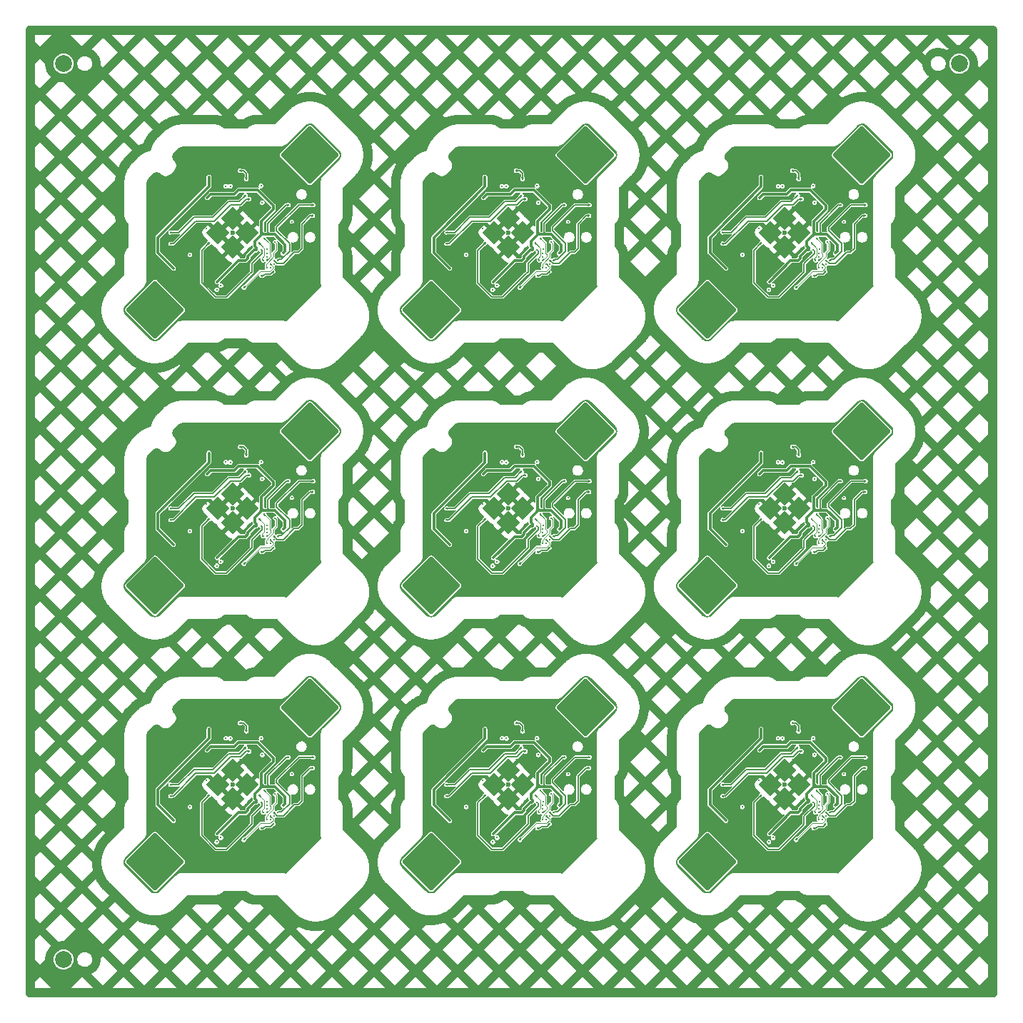
<source format=gbl>
%TF.GenerationSoftware,KiCad,Pcbnew,9.0.0-rc2-3baa6cd791~182~ubuntu24.04.1*%
%TF.CreationDate,2025-01-31T11:47:19-05:00*%
%TF.ProjectId,PCA20073_nRF54L15_Tiny_Board,50434132-3030-4373-935f-6e524635344c,rev?*%
%TF.SameCoordinates,Original*%
%TF.FileFunction,Copper,L4,Bot*%
%TF.FilePolarity,Positive*%
%FSLAX45Y45*%
G04 Gerber Fmt 4.5, Leading zero omitted, Abs format (unit mm)*
G04 Created by KiCad (PCBNEW 9.0.0-rc2-3baa6cd791~182~ubuntu24.04.1) date 2025-01-31 11:47:19*
%MOMM*%
%LPD*%
G01*
G04 APERTURE LIST*
G04 Aperture macros list*
%AMRoundRect*
0 Rectangle with rounded corners*
0 $1 Rounding radius*
0 $2 $3 $4 $5 $6 $7 $8 $9 X,Y pos of 4 corners*
0 Add a 4 corners polygon primitive as box body*
4,1,4,$2,$3,$4,$5,$6,$7,$8,$9,$2,$3,0*
0 Add four circle primitives for the rounded corners*
1,1,$1+$1,$2,$3*
1,1,$1+$1,$4,$5*
1,1,$1+$1,$6,$7*
1,1,$1+$1,$8,$9*
0 Add four rect primitives between the rounded corners*
20,1,$1+$1,$2,$3,$4,$5,0*
20,1,$1+$1,$4,$5,$6,$7,0*
20,1,$1+$1,$6,$7,$8,$9,0*
20,1,$1+$1,$8,$9,$2,$3,0*%
G04 Aperture macros list end*
%TA.AperFunction,SMDPad,CuDef*%
%ADD10RoundRect,0.250000X0.000000X3.181981X-3.181981X0.000000X0.000000X-3.181981X3.181981X0.000000X0*%
%TD*%
%TA.AperFunction,SMDPad,CuDef*%
%ADD11RoundRect,0.125000X0.000000X1.237437X-1.237437X0.000000X0.000000X-1.237437X1.237437X0.000000X0*%
%TD*%
%TA.AperFunction,SMDPad,CuDef*%
%ADD12C,2.000000*%
%TD*%
%TA.AperFunction,ViaPad*%
%ADD13C,0.250000*%
%TD*%
%TA.AperFunction,ViaPad*%
%ADD14C,0.300000*%
%TD*%
%TA.AperFunction,ViaPad*%
%ADD15C,0.600000*%
%TD*%
%TA.AperFunction,Conductor*%
%ADD16C,0.150000*%
%TD*%
%TA.AperFunction,Conductor*%
%ADD17C,0.100000*%
%TD*%
%TA.AperFunction,Conductor*%
%ADD18C,0.300000*%
%TD*%
G04 APERTURE END LIST*
D10*
%TO.P,BT1,1,+*%
%TO.N,Board_8-Net-(BT1-+)*%
X19005222Y-10136094D03*
X17173815Y-11967500D03*
D11*
%TO.P,BT1,2,-*%
%TO.N,Board_8-GND*%
X18259224Y-11051797D03*
X18089518Y-10882091D03*
X18089518Y-11221502D03*
X17919813Y-11051797D03*
%TD*%
D10*
%TO.P,BT1,1,+*%
%TO.N,Board_0-Net-(BT1-+)*%
X12455474Y-3586346D03*
X10624068Y-5417753D03*
D11*
%TO.P,BT1,2,-*%
%TO.N,Board_0-GND*%
X11709477Y-4502049D03*
X11539771Y-4332344D03*
X11539771Y-4671755D03*
X11370065Y-4502049D03*
%TD*%
D10*
%TO.P,BT1,1,+*%
%TO.N,Board_4-Net-(BT1-+)*%
X15730348Y-6861220D03*
X13898941Y-8692626D03*
D11*
%TO.P,BT1,2,-*%
%TO.N,Board_4-GND*%
X14984350Y-7776923D03*
X14814645Y-7607217D03*
X14814645Y-7946629D03*
X14644939Y-7776923D03*
%TD*%
D12*
%TO.P,KiKit_FID_B_2,*%
%TO.N,*%
X20162279Y-2500000D03*
%TD*%
%TO.P,KiKit_FID_B_1,*%
%TO.N,*%
X9537722Y-2500000D03*
%TD*%
D10*
%TO.P,BT1,1,+*%
%TO.N,Board_2-Net-(BT1-+)*%
X19005222Y-3586346D03*
X17173815Y-5417753D03*
D11*
%TO.P,BT1,2,-*%
%TO.N,Board_2-GND*%
X18259224Y-4502049D03*
X18089518Y-4332344D03*
X18089518Y-4671755D03*
X17919813Y-4502049D03*
%TD*%
D10*
%TO.P,BT1,1,+*%
%TO.N,Board_7-Net-(BT1-+)*%
X15730348Y-10136094D03*
X13898941Y-11967500D03*
D11*
%TO.P,BT1,2,-*%
%TO.N,Board_7-GND*%
X14984350Y-11051797D03*
X14814645Y-10882091D03*
X14814645Y-11221502D03*
X14644939Y-11051797D03*
%TD*%
D10*
%TO.P,BT1,1,+*%
%TO.N,Board_3-Net-(BT1-+)*%
X12455474Y-6861220D03*
X10624068Y-8692626D03*
D11*
%TO.P,BT1,2,-*%
%TO.N,Board_3-GND*%
X11709477Y-7776923D03*
X11539771Y-7607217D03*
X11539771Y-7946629D03*
X11370065Y-7776923D03*
%TD*%
D12*
%TO.P,KiKit_FID_B_3,*%
%TO.N,*%
X9537722Y-13124557D03*
%TD*%
D10*
%TO.P,BT1,1,+*%
%TO.N,Board_5-Net-(BT1-+)*%
X19005222Y-6861220D03*
X17173815Y-8692626D03*
D11*
%TO.P,BT1,2,-*%
%TO.N,Board_5-GND*%
X18259224Y-7776923D03*
X18089518Y-7607217D03*
X18089518Y-7946629D03*
X17919813Y-7776923D03*
%TD*%
D10*
%TO.P,BT1,1,+*%
%TO.N,Board_6-Net-(BT1-+)*%
X12455474Y-10136094D03*
X10624068Y-11967500D03*
D11*
%TO.P,BT1,2,-*%
%TO.N,Board_6-GND*%
X11709477Y-11051797D03*
X11539771Y-10882091D03*
X11539771Y-11221502D03*
X11370065Y-11051797D03*
%TD*%
D10*
%TO.P,BT1,1,+*%
%TO.N,Board_1-Net-(BT1-+)*%
X15730348Y-3586346D03*
X13898941Y-5417753D03*
D11*
%TO.P,BT1,2,-*%
%TO.N,Board_1-GND*%
X14984350Y-4502049D03*
X14814645Y-4332344D03*
X14814645Y-4671755D03*
X14644939Y-4502049D03*
%TD*%
D13*
%TO.N,Board_0-/BUTTON0*%
X11879889Y-4709232D03*
D14*
X11263646Y-4626147D03*
%TO.N,Board_0-/INT2*%
X11631211Y-3769943D03*
X11705941Y-3869189D03*
%TO.N,Board_0-/LED*%
X11037725Y-4766507D03*
D13*
X11989403Y-4917413D03*
%TO.N,Board_0-/LFCLK1*%
X11904723Y-4832636D03*
X11859711Y-4628408D03*
%TO.N,Board_0-/LSW*%
X11989576Y-4875062D03*
D14*
X11676243Y-5156123D03*
%TO.N,Board_0-/PDM_CLK*%
X11739882Y-4106777D03*
D13*
X10803570Y-4636876D03*
D14*
%TO.N,Board_0-/PDM_DATA*%
X11693213Y-4061522D03*
D13*
X10803570Y-4501876D03*
D14*
%TO.N,Board_0-/SCL*%
X11404006Y-5131374D03*
D13*
X11952721Y-4701454D03*
D14*
X11463403Y-3951920D03*
%TO.N,Board_0-/SDA*%
X11354509Y-5180872D03*
D13*
X11947149Y-4790210D03*
D14*
X11514315Y-3953334D03*
D13*
%TO.N,Board_0-/UART_RX*%
X11947149Y-4917489D03*
X12045352Y-4614479D03*
D14*
X11879182Y-3950506D03*
%TO.N,Board_0-/UART_TX*%
X11893324Y-4148496D03*
D13*
X11947093Y-4747840D03*
D14*
%TO.N,Board_0-/VDD_LS*%
X11261171Y-3843026D03*
X10841857Y-4928435D03*
X10713570Y-4501876D03*
%TO.N,Board_0-GND*%
X12329609Y-5369669D03*
X12246878Y-3794943D03*
D13*
X11700284Y-4977932D03*
D14*
X10903375Y-3865653D03*
X10796602Y-4973690D03*
X12388299Y-3936364D03*
X11256928Y-4926314D03*
X11614771Y-3708943D03*
X11044796Y-3724232D03*
X10903375Y-3582811D03*
X12070101Y-5385933D03*
D13*
X12061616Y-4981468D03*
D14*
X10903375Y-4148496D03*
X11362994Y-5385933D03*
D13*
X12229200Y-4430632D03*
D14*
X12529720Y-4926314D03*
X11104900Y-4622258D03*
X11822614Y-3936364D03*
D13*
X11808740Y-4894055D03*
D14*
X11256928Y-4784892D03*
D13*
X12009290Y-4681655D03*
D14*
X12246878Y-4926314D03*
X11295819Y-4258098D03*
X12388299Y-4784892D03*
D13*
X12142226Y-4476594D03*
D14*
X11378370Y-3621701D03*
X12034039Y-5168851D03*
X11076616Y-5255118D03*
X11598641Y-3623823D03*
D13*
X11853288Y-5136593D03*
X11904200Y-5087095D03*
D14*
X12105456Y-5209156D03*
X11115507Y-5421288D03*
X12176167Y-5279867D03*
X10620532Y-3865653D03*
X12286476Y-5221884D03*
X12246878Y-5350578D03*
D13*
X10792539Y-4305474D03*
D14*
X11564771Y-3880943D03*
X10965600Y-4838632D03*
X11464771Y-3880943D03*
D13*
X11799548Y-4781625D03*
D14*
X11044796Y-4007075D03*
X11005905Y-5184408D03*
X10620532Y-4148496D03*
X11700284Y-4741759D03*
X12388299Y-5067735D03*
X11230765Y-4451845D03*
X10871555Y-5050057D03*
X10620532Y-4926314D03*
D13*
X12098930Y-4699495D03*
D14*
X12459010Y-4855603D03*
X12459010Y-5138446D03*
X11350266Y-3883511D03*
X10761954Y-4007075D03*
X12105456Y-3653521D03*
D13*
X11916659Y-5144810D03*
D15*
X11539771Y-4502049D03*
D13*
X12309810Y-4627207D03*
X12311932Y-4695797D03*
D14*
X11716548Y-5385933D03*
D13*
X11952990Y-5038305D03*
D14*
X12246878Y-4077785D03*
D13*
X11956964Y-5182286D03*
D14*
X11448331Y-3769943D03*
X12317588Y-4997024D03*
X12183238Y-3858582D03*
D13*
X10713570Y-4636876D03*
D14*
X11186218Y-3865653D03*
X11967571Y-3642915D03*
X12159196Y-5094605D03*
%TO.N,Board_0-Net-(BT1-+)*%
X10631139Y-5424824D03*
D13*
%TO.N,Board_0-Net-(J1-SWCLK)*%
X12032002Y-4832636D03*
D14*
X12492951Y-4304060D03*
D13*
%TO.N,Board_0-Net-(J1-SWDIO)*%
X12074429Y-4832636D03*
D14*
X12498608Y-4176780D03*
D13*
%TO.N,Board_0-Net-(J1-~{RESET})*%
X12245464Y-4374770D03*
X12032002Y-4875062D03*
%TO.N,Board_0-Net-(U1-DECA)*%
X12025553Y-4966619D03*
X11882986Y-5017799D03*
%TO.N,Board_0-Net-(U1-P1.00)*%
X11917860Y-4570072D03*
X11947197Y-4832702D03*
D14*
%TO.N,Board_0-VDD*%
X12140871Y-4748063D03*
D13*
X12204451Y-4176780D03*
D14*
X11819785Y-4711353D03*
X11241902Y-4092811D03*
X11358752Y-5086120D03*
%TO.N,Board_1-/BUTTON0*%
X14538519Y-4626147D03*
D13*
X15154763Y-4709232D03*
D14*
%TO.N,Board_1-/INT2*%
X14980815Y-3869189D03*
X14906085Y-3769943D03*
D13*
%TO.N,Board_1-/LED*%
X15264277Y-4917413D03*
D14*
X14312599Y-4766507D03*
D13*
%TO.N,Board_1-/LFCLK1*%
X15179597Y-4832636D03*
X15134585Y-4628408D03*
%TO.N,Board_1-/LSW*%
X15264449Y-4875062D03*
D14*
X14951116Y-5156123D03*
%TO.N,Board_1-/PDM_CLK*%
X15014756Y-4106777D03*
D13*
X14078443Y-4636876D03*
%TO.N,Board_1-/PDM_DATA*%
X14078443Y-4501876D03*
D14*
X14968087Y-4061522D03*
%TO.N,Board_1-/SCL*%
X14678880Y-5131374D03*
X14738277Y-3951920D03*
D13*
X15227595Y-4701454D03*
D14*
%TO.N,Board_1-/SDA*%
X14629383Y-5180872D03*
D13*
X15222023Y-4790210D03*
D14*
X14789189Y-3953334D03*
%TO.N,Board_1-/UART_RX*%
X15154056Y-3950506D03*
D13*
X15222023Y-4917489D03*
X15320226Y-4614479D03*
%TO.N,Board_1-/UART_TX*%
X15221966Y-4747840D03*
D14*
X15168198Y-4148496D03*
%TO.N,Board_1-/VDD_LS*%
X14536045Y-3843026D03*
X13988443Y-4501876D03*
X14116730Y-4928435D03*
%TO.N,Board_1-GND*%
X14178249Y-3865653D03*
D13*
X15191533Y-5144810D03*
X15179073Y-5087095D03*
D14*
X14637868Y-5385933D03*
X14570693Y-4258098D03*
X15804594Y-4926314D03*
X14319670Y-4007075D03*
X14653244Y-3621701D03*
X14071475Y-4973690D03*
X15604483Y-5369669D03*
X13895406Y-3865653D03*
X15733883Y-5138446D03*
X14178249Y-3582811D03*
D13*
X15128162Y-5136593D03*
X14067413Y-4305474D03*
D14*
X14505639Y-4451845D03*
X14351490Y-5255118D03*
X14723205Y-3769943D03*
X15592462Y-4997024D03*
X15663173Y-3936364D03*
X15733883Y-4855603D03*
X15380330Y-5209156D03*
X14739645Y-3880943D03*
D13*
X15373803Y-4699495D03*
D14*
X14975158Y-4741759D03*
D13*
X15284164Y-4681655D03*
D14*
X14146429Y-5050057D03*
X15344975Y-5385933D03*
X14379774Y-4622258D03*
X15434070Y-5094605D03*
X14240474Y-4838632D03*
X15561349Y-5221884D03*
D13*
X15417100Y-4476594D03*
D14*
X14178249Y-4148496D03*
X14531802Y-4784892D03*
D13*
X15074422Y-4781625D03*
D14*
X15097487Y-3936364D03*
X14873515Y-3623823D03*
X13895406Y-4926314D03*
X14319670Y-3724232D03*
X15521751Y-3794943D03*
X13895406Y-4148496D03*
X15380330Y-3653521D03*
D13*
X14975158Y-4977932D03*
D14*
X15242444Y-3642915D03*
D13*
X15586805Y-4695797D03*
D14*
X15458112Y-3858582D03*
X14280779Y-5184408D03*
X15451041Y-5279867D03*
X14625140Y-3883511D03*
X14991421Y-5385933D03*
D13*
X15336489Y-4981468D03*
X15584684Y-4627207D03*
D14*
X14036827Y-4007075D03*
D13*
X13988443Y-4636876D03*
D14*
X15308912Y-5168851D03*
D13*
X15231838Y-5182286D03*
X15227864Y-5038305D03*
D14*
X15521751Y-4077785D03*
D15*
X14814645Y-4502049D03*
D14*
X14531802Y-4926314D03*
X15521751Y-4926314D03*
X14839645Y-3880943D03*
X14889645Y-3708943D03*
X15521751Y-5350578D03*
X15663173Y-4784892D03*
D13*
X15504074Y-4430632D03*
D14*
X14390381Y-5421288D03*
D13*
X15083614Y-4894055D03*
D14*
X15663173Y-5067735D03*
X14461091Y-3865653D03*
%TO.N,Board_1-Net-(BT1-+)*%
X13906012Y-5424824D03*
D13*
%TO.N,Board_1-Net-(J1-SWCLK)*%
X15306876Y-4832636D03*
D14*
X15767825Y-4304060D03*
D13*
%TO.N,Board_1-Net-(J1-SWDIO)*%
X15349302Y-4832636D03*
D14*
X15773481Y-4176780D03*
D13*
%TO.N,Board_1-Net-(J1-~{RESET})*%
X15306876Y-4875062D03*
X15520337Y-4374770D03*
%TO.N,Board_1-Net-(U1-DECA)*%
X15157860Y-5017799D03*
X15300427Y-4966619D03*
%TO.N,Board_1-Net-(U1-P1.00)*%
X15222071Y-4832702D03*
X15192733Y-4570072D03*
D14*
%TO.N,Board_1-VDD*%
X14516776Y-4092811D03*
X14633625Y-5086120D03*
D13*
X15479325Y-4176780D03*
D14*
X15415745Y-4748063D03*
X15094659Y-4711353D03*
D13*
%TO.N,Board_2-/BUTTON0*%
X18429637Y-4709232D03*
D14*
X17813393Y-4626147D03*
%TO.N,Board_2-/INT2*%
X18180958Y-3769943D03*
X18255689Y-3869189D03*
%TO.N,Board_2-/LED*%
X17587473Y-4766507D03*
D13*
X18539150Y-4917413D03*
%TO.N,Board_2-/LFCLK1*%
X18409458Y-4628408D03*
X18454470Y-4832636D03*
D14*
%TO.N,Board_2-/LSW*%
X18225990Y-5156123D03*
D13*
X18539323Y-4875062D03*
%TO.N,Board_2-/PDM_CLK*%
X17353317Y-4636876D03*
D14*
X18289630Y-4106777D03*
%TO.N,Board_2-/PDM_DATA*%
X18242961Y-4061522D03*
D13*
X17353317Y-4501876D03*
%TO.N,Board_2-/SCL*%
X18502469Y-4701454D03*
D14*
X18013151Y-3951920D03*
X17953754Y-5131374D03*
%TO.N,Board_2-/SDA*%
X18064063Y-3953334D03*
D13*
X18496897Y-4790210D03*
D14*
X17904256Y-5180872D03*
D13*
%TO.N,Board_2-/UART_RX*%
X18496897Y-4917489D03*
D14*
X18428930Y-3950506D03*
D13*
X18595100Y-4614479D03*
D14*
%TO.N,Board_2-/UART_TX*%
X18443072Y-4148496D03*
D13*
X18496840Y-4747840D03*
D14*
%TO.N,Board_2-/VDD_LS*%
X17391604Y-4928435D03*
X17810918Y-3843026D03*
X17263317Y-4501876D03*
%TO.N,Board_2-GND*%
X17735965Y-3865653D03*
X17654648Y-4622258D03*
X17594544Y-3724232D03*
X18725915Y-5279867D03*
X18655204Y-5209156D03*
X17912742Y-5385933D03*
D13*
X18358488Y-4894055D03*
D14*
X18114519Y-3880943D03*
D13*
X18250032Y-4977932D03*
X18611363Y-4981468D03*
X17263317Y-4636876D03*
D14*
X17453122Y-3582811D03*
X17170280Y-3865653D03*
D13*
X18559037Y-4681655D03*
D14*
X17453122Y-4148496D03*
D13*
X18859558Y-4627207D03*
X18502738Y-5038305D03*
X18403035Y-5136593D03*
D14*
X17453122Y-3865653D03*
X18250032Y-4741759D03*
X17346349Y-4973690D03*
X18619849Y-5385933D03*
X18266295Y-5385933D03*
X18517318Y-3642915D03*
X17998078Y-3769943D03*
D13*
X18506711Y-5182286D03*
D14*
X18014518Y-3880943D03*
D13*
X18453947Y-5087095D03*
D14*
X18655204Y-3653521D03*
X18836223Y-5221884D03*
X17806676Y-4784892D03*
D13*
X18648677Y-4699495D03*
D14*
X18938047Y-3936364D03*
X18867336Y-4997024D03*
X17806676Y-4926314D03*
X18796625Y-5350578D03*
X17555653Y-5184408D03*
X17421303Y-5050057D03*
X17928118Y-3621701D03*
X18938047Y-4784892D03*
X17845567Y-4258098D03*
X17170280Y-4148496D03*
D15*
X18089518Y-4502049D03*
D14*
X18708944Y-5094605D03*
X18583786Y-5168851D03*
D13*
X17342287Y-4305474D03*
D14*
X18164518Y-3708943D03*
D13*
X18349295Y-4781625D03*
X18861679Y-4695797D03*
X18778948Y-4430632D03*
D14*
X17665254Y-5421288D03*
X17515348Y-4838632D03*
X17170280Y-4926314D03*
X18796625Y-4926314D03*
X19079468Y-4926314D03*
X17780513Y-4451845D03*
X18148388Y-3623823D03*
X18938047Y-5067735D03*
D13*
X18466406Y-5144810D03*
D14*
X18372361Y-3936364D03*
X18796625Y-4077785D03*
X19008757Y-5138446D03*
X18732986Y-3858582D03*
X17626364Y-5255118D03*
D13*
X18691973Y-4476594D03*
D14*
X18879357Y-5369669D03*
X18796625Y-3794943D03*
X17900014Y-3883511D03*
X19008757Y-4855603D03*
X17311701Y-4007075D03*
X17594544Y-4007075D03*
%TO.N,Board_2-Net-(BT1-+)*%
X17180886Y-5424824D03*
D13*
%TO.N,Board_2-Net-(J1-SWCLK)*%
X18581750Y-4832636D03*
D14*
X19042698Y-4304060D03*
D13*
%TO.N,Board_2-Net-(J1-SWDIO)*%
X18624176Y-4832636D03*
D14*
X19048355Y-4176780D03*
D13*
%TO.N,Board_2-Net-(J1-~{RESET})*%
X18581750Y-4875062D03*
X18795211Y-4374770D03*
%TO.N,Board_2-Net-(U1-DECA)*%
X18432734Y-5017799D03*
X18575301Y-4966619D03*
%TO.N,Board_2-Net-(U1-P1.00)*%
X18467607Y-4570072D03*
X18496944Y-4832702D03*
%TO.N,Board_2-VDD*%
X18754199Y-4176780D03*
D14*
X18369533Y-4711353D03*
X18690619Y-4748063D03*
X17908499Y-5086120D03*
X17791650Y-4092811D03*
%TO.N,Board_3-/BUTTON0*%
X11263646Y-7901020D03*
D13*
X11879889Y-7984105D03*
D14*
%TO.N,Board_3-/INT2*%
X11631211Y-7044816D03*
X11705941Y-7144062D03*
D13*
%TO.N,Board_3-/LED*%
X11989403Y-8192286D03*
D14*
X11037725Y-8041381D03*
D13*
%TO.N,Board_3-/LFCLK1*%
X11859711Y-7903282D03*
X11904723Y-8107510D03*
%TO.N,Board_3-/LSW*%
X11989576Y-8149936D03*
D14*
X11676243Y-8430997D03*
%TO.N,Board_3-/PDM_CLK*%
X11739882Y-7381650D03*
D13*
X10803570Y-7911750D03*
%TO.N,Board_3-/PDM_DATA*%
X10803570Y-7776750D03*
D14*
X11693213Y-7336396D03*
D13*
%TO.N,Board_3-/SCL*%
X11952721Y-7976327D03*
D14*
X11463403Y-7226794D03*
X11404006Y-8406248D03*
D13*
%TO.N,Board_3-/SDA*%
X11947149Y-8065083D03*
D14*
X11354509Y-8455746D03*
X11514315Y-7228208D03*
D13*
%TO.N,Board_3-/UART_RX*%
X11947149Y-8192362D03*
D14*
X11879182Y-7225380D03*
D13*
X12045352Y-7889353D03*
D14*
%TO.N,Board_3-/UART_TX*%
X11893324Y-7423370D03*
D13*
X11947093Y-8022714D03*
D14*
%TO.N,Board_3-/VDD_LS*%
X10713570Y-7776750D03*
X10841857Y-8203308D03*
X11261171Y-7117900D03*
%TO.N,Board_3-GND*%
X12246878Y-8625451D03*
X10903375Y-7423370D03*
X10620532Y-8201187D03*
D13*
X11916659Y-8419683D03*
D14*
X11362994Y-8660807D03*
X11115507Y-8696162D03*
X12388299Y-8059766D03*
D13*
X11952990Y-8313179D03*
D14*
X12176167Y-8554741D03*
X12183238Y-7133456D03*
X10871555Y-8324931D03*
D13*
X11808740Y-8168929D03*
D14*
X10965600Y-8113506D03*
X10620532Y-7423370D03*
X11186218Y-7140527D03*
X12246878Y-7352659D03*
X11822614Y-7211238D03*
D13*
X12142226Y-7751467D03*
D14*
X11967571Y-6917788D03*
X10796602Y-8248563D03*
X12388299Y-7211238D03*
D13*
X11700284Y-8252806D03*
D15*
X11539771Y-7776923D03*
D13*
X12098930Y-7974369D03*
D14*
X11598641Y-6898696D03*
X12105456Y-8484030D03*
X12388299Y-8342608D03*
X11256928Y-8059766D03*
X11716548Y-8660807D03*
D13*
X12009290Y-7956528D03*
D14*
X12329609Y-8644543D03*
D13*
X10713570Y-7911750D03*
D14*
X11564771Y-7155816D03*
X10761954Y-7281948D03*
X12034039Y-8443725D03*
X11700284Y-8016632D03*
X11044796Y-6999106D03*
X12159196Y-8369479D03*
X11104900Y-7897131D03*
D13*
X12229200Y-7705505D03*
D14*
X11464771Y-7155816D03*
X10903375Y-7140527D03*
X11005905Y-8459281D03*
X11230765Y-7726718D03*
X11256928Y-8201187D03*
X11350266Y-7158385D03*
D13*
X11799548Y-8056499D03*
D14*
X12070101Y-8660807D03*
X12246878Y-7069816D03*
X11614771Y-6983816D03*
D13*
X12061616Y-8256341D03*
D14*
X11076616Y-8529992D03*
X11295819Y-7532971D03*
X12105456Y-6928395D03*
X10620532Y-7140527D03*
X10903375Y-6857684D03*
X12459010Y-8130476D03*
X11448331Y-7044816D03*
X12317588Y-8271898D03*
D13*
X12311932Y-7970670D03*
D14*
X12246878Y-8201187D03*
D13*
X11904200Y-8361969D03*
X12309810Y-7902081D03*
D14*
X12529720Y-8201187D03*
X11044796Y-7281948D03*
X12459010Y-8413319D03*
D13*
X10792539Y-7580347D03*
X11956964Y-8457160D03*
X11853288Y-8411467D03*
D14*
X11378370Y-6896575D03*
X12286476Y-8496758D03*
%TO.N,Board_3-Net-(BT1-+)*%
X10631139Y-8699698D03*
%TO.N,Board_3-Net-(J1-SWCLK)*%
X12492951Y-7578933D03*
D13*
X12032002Y-8107510D03*
D14*
%TO.N,Board_3-Net-(J1-SWDIO)*%
X12498608Y-7451654D03*
D13*
X12074429Y-8107510D03*
%TO.N,Board_3-Net-(J1-~{RESET})*%
X12032002Y-8149936D03*
X12245464Y-7649644D03*
%TO.N,Board_3-Net-(U1-DECA)*%
X12025553Y-8241492D03*
X11882986Y-8292673D03*
%TO.N,Board_3-Net-(U1-P1.00)*%
X11947197Y-8107575D03*
X11917860Y-7844945D03*
D14*
%TO.N,Board_3-VDD*%
X12140871Y-8022937D03*
X11819785Y-7986227D03*
X11358752Y-8360993D03*
X11241902Y-7367685D03*
D13*
X12204451Y-7451654D03*
%TO.N,Board_4-/BUTTON0*%
X15154763Y-7984105D03*
D14*
X14538519Y-7901020D03*
%TO.N,Board_4-/INT2*%
X14980815Y-7144062D03*
X14906085Y-7044816D03*
D13*
%TO.N,Board_4-/LED*%
X15264277Y-8192286D03*
D14*
X14312599Y-8041381D03*
D13*
%TO.N,Board_4-/LFCLK1*%
X15179597Y-8107510D03*
X15134585Y-7903282D03*
D14*
%TO.N,Board_4-/LSW*%
X14951116Y-8430997D03*
D13*
X15264449Y-8149936D03*
D14*
%TO.N,Board_4-/PDM_CLK*%
X15014756Y-7381650D03*
D13*
X14078443Y-7911750D03*
D14*
%TO.N,Board_4-/PDM_DATA*%
X14968087Y-7336396D03*
D13*
X14078443Y-7776750D03*
D14*
%TO.N,Board_4-/SCL*%
X14738277Y-7226794D03*
X14678880Y-8406248D03*
D13*
X15227595Y-7976327D03*
%TO.N,Board_4-/SDA*%
X15222023Y-8065083D03*
D14*
X14629383Y-8455746D03*
X14789189Y-7228208D03*
D13*
%TO.N,Board_4-/UART_RX*%
X15222023Y-8192362D03*
D14*
X15154056Y-7225380D03*
D13*
X15320226Y-7889353D03*
D14*
%TO.N,Board_4-/UART_TX*%
X15168198Y-7423370D03*
D13*
X15221966Y-8022714D03*
D14*
%TO.N,Board_4-/VDD_LS*%
X14116730Y-8203308D03*
X13988443Y-7776750D03*
X14536045Y-7117900D03*
D13*
%TO.N,Board_4-GND*%
X15586805Y-7970670D03*
D14*
X15521751Y-8625451D03*
D15*
X14814645Y-7776923D03*
D14*
X14178249Y-7140527D03*
D13*
X14067413Y-7580347D03*
D14*
X14991421Y-8660807D03*
X14531802Y-8059766D03*
X14739645Y-7155816D03*
X15521751Y-7069816D03*
X14723205Y-7044816D03*
X15380330Y-8484030D03*
X14889645Y-6983816D03*
D13*
X15083614Y-8168929D03*
D14*
X15733883Y-8413319D03*
X14390381Y-8696162D03*
X15097487Y-7211238D03*
X14240474Y-8113506D03*
X15434070Y-8369479D03*
X15451041Y-8554741D03*
X15663173Y-7211238D03*
D13*
X13988443Y-7911750D03*
D14*
X15308912Y-8443725D03*
X14625140Y-7158385D03*
X15344975Y-8660807D03*
X14653244Y-6896575D03*
X13895406Y-8201187D03*
D13*
X15417100Y-7751467D03*
D14*
X15458112Y-7133456D03*
X14379774Y-7897131D03*
D13*
X15336489Y-8256341D03*
D14*
X13895406Y-7423370D03*
X14036827Y-7281948D03*
D13*
X15191533Y-8419683D03*
D14*
X14280779Y-8459281D03*
X15804594Y-8201187D03*
X14531802Y-8201187D03*
X15521751Y-8201187D03*
X15242444Y-6917788D03*
X15521751Y-7352659D03*
X14178249Y-7423370D03*
D13*
X15128162Y-8411467D03*
D14*
X15380330Y-6928395D03*
X14351490Y-8529992D03*
D13*
X15504074Y-7705505D03*
X15373803Y-7974369D03*
X15284164Y-7956528D03*
D14*
X14319670Y-7281948D03*
D13*
X15179073Y-8361969D03*
D14*
X13895406Y-7140527D03*
D13*
X15584684Y-7902081D03*
D14*
X14570693Y-7532971D03*
X15663173Y-8059766D03*
D13*
X15074422Y-8056499D03*
D14*
X14637868Y-8660807D03*
X14461091Y-7140527D03*
D13*
X15231838Y-8457160D03*
D14*
X14319670Y-6999106D03*
X14505639Y-7726718D03*
X14146429Y-8324931D03*
X14178249Y-6857684D03*
X14873515Y-6898696D03*
X14975158Y-8016632D03*
X14839645Y-7155816D03*
D13*
X15227864Y-8313179D03*
D14*
X15733883Y-8130476D03*
X15592462Y-8271898D03*
X15604483Y-8644543D03*
X14071475Y-8248563D03*
X15663173Y-8342608D03*
X15561349Y-8496758D03*
D13*
X14975158Y-8252806D03*
D14*
%TO.N,Board_4-Net-(BT1-+)*%
X13906012Y-8699698D03*
%TO.N,Board_4-Net-(J1-SWCLK)*%
X15767825Y-7578933D03*
D13*
X15306876Y-8107510D03*
D14*
%TO.N,Board_4-Net-(J1-SWDIO)*%
X15773481Y-7451654D03*
D13*
X15349302Y-8107510D03*
%TO.N,Board_4-Net-(J1-~{RESET})*%
X15520337Y-7649644D03*
X15306876Y-8149936D03*
%TO.N,Board_4-Net-(U1-DECA)*%
X15300427Y-8241492D03*
X15157860Y-8292673D03*
%TO.N,Board_4-Net-(U1-P1.00)*%
X15222071Y-8107575D03*
X15192733Y-7844945D03*
D14*
%TO.N,Board_4-VDD*%
X14633625Y-8360993D03*
D13*
X15479325Y-7451654D03*
D14*
X15415745Y-8022937D03*
X14516776Y-7367685D03*
X15094659Y-7986227D03*
%TO.N,Board_5-/BUTTON0*%
X17813393Y-7901020D03*
D13*
X18429637Y-7984105D03*
D14*
%TO.N,Board_5-/INT2*%
X18255689Y-7144062D03*
X18180958Y-7044816D03*
D13*
%TO.N,Board_5-/LED*%
X18539150Y-8192286D03*
D14*
X17587473Y-8041381D03*
D13*
%TO.N,Board_5-/LFCLK1*%
X18409458Y-7903282D03*
X18454470Y-8107510D03*
D14*
%TO.N,Board_5-/LSW*%
X18225990Y-8430997D03*
D13*
X18539323Y-8149936D03*
D14*
%TO.N,Board_5-/PDM_CLK*%
X18289630Y-7381650D03*
D13*
X17353317Y-7911750D03*
D14*
%TO.N,Board_5-/PDM_DATA*%
X18242961Y-7336396D03*
D13*
X17353317Y-7776750D03*
D14*
%TO.N,Board_5-/SCL*%
X17953754Y-8406248D03*
X18013151Y-7226794D03*
D13*
X18502469Y-7976327D03*
D14*
%TO.N,Board_5-/SDA*%
X17904256Y-8455746D03*
X18064063Y-7228208D03*
D13*
X18496897Y-8065083D03*
D14*
%TO.N,Board_5-/UART_RX*%
X18428930Y-7225380D03*
D13*
X18496897Y-8192362D03*
X18595100Y-7889353D03*
D14*
%TO.N,Board_5-/UART_TX*%
X18443072Y-7423370D03*
D13*
X18496840Y-8022714D03*
D14*
%TO.N,Board_5-/VDD_LS*%
X17391604Y-8203308D03*
X17263317Y-7776750D03*
X17810918Y-7117900D03*
%TO.N,Board_5-GND*%
X18725915Y-8554741D03*
X18708944Y-8369479D03*
X17900014Y-7158385D03*
X18796625Y-8201187D03*
X17928118Y-6896575D03*
X19008757Y-8413319D03*
D13*
X18778948Y-7705505D03*
D14*
X17170280Y-7423370D03*
X17453122Y-6857684D03*
X17421303Y-8324931D03*
X18014518Y-7155816D03*
D13*
X18861679Y-7970670D03*
D14*
X17912742Y-8660807D03*
D13*
X18559037Y-7956528D03*
D14*
X19008757Y-8130476D03*
X18372361Y-7211238D03*
X18796625Y-8625451D03*
X17735965Y-7140527D03*
D13*
X18611363Y-8256341D03*
D14*
X17654648Y-7897131D03*
X18114519Y-7155816D03*
X17665254Y-8696162D03*
X18164518Y-6983816D03*
X18732986Y-7133456D03*
X17453122Y-7423370D03*
X17453122Y-7140527D03*
D13*
X18859558Y-7902081D03*
X18403035Y-8411467D03*
D14*
X17170280Y-7140527D03*
X17594544Y-7281948D03*
X17998078Y-7044816D03*
X18796625Y-7352659D03*
X17806676Y-8059766D03*
X18583786Y-8443725D03*
X17346349Y-8248563D03*
D13*
X18691973Y-7751467D03*
D14*
X17555653Y-8459281D03*
X19079468Y-8201187D03*
D13*
X18502738Y-8313179D03*
X18648677Y-7974369D03*
X18250032Y-8252806D03*
D14*
X18938047Y-8342608D03*
X18879357Y-8644543D03*
D13*
X17263317Y-7911750D03*
D14*
X17170280Y-8201187D03*
D13*
X18349295Y-8056499D03*
D14*
X18250032Y-8016632D03*
X18517318Y-6917788D03*
X17594544Y-6999106D03*
X18836223Y-8496758D03*
X18938047Y-8059766D03*
X18619849Y-8660807D03*
D13*
X17342287Y-7580347D03*
D15*
X18089518Y-7776923D03*
D14*
X18655204Y-6928395D03*
D13*
X18358488Y-8168929D03*
D14*
X18796625Y-7069816D03*
X18938047Y-7211238D03*
X17626364Y-8529992D03*
D13*
X18453947Y-8361969D03*
D14*
X17780513Y-7726718D03*
X18867336Y-8271898D03*
D13*
X18466406Y-8419683D03*
D14*
X18655204Y-8484030D03*
X17515348Y-8113506D03*
D13*
X18506711Y-8457160D03*
D14*
X18148388Y-6898696D03*
X17806676Y-8201187D03*
X17311701Y-7281948D03*
X18266295Y-8660807D03*
X17845567Y-7532971D03*
%TO.N,Board_5-Net-(BT1-+)*%
X17180886Y-8699698D03*
%TO.N,Board_5-Net-(J1-SWCLK)*%
X19042698Y-7578933D03*
D13*
X18581750Y-8107510D03*
D14*
%TO.N,Board_5-Net-(J1-SWDIO)*%
X19048355Y-7451654D03*
D13*
X18624176Y-8107510D03*
%TO.N,Board_5-Net-(J1-~{RESET})*%
X18581750Y-8149936D03*
X18795211Y-7649644D03*
%TO.N,Board_5-Net-(U1-DECA)*%
X18575301Y-8241492D03*
X18432734Y-8292673D03*
%TO.N,Board_5-Net-(U1-P1.00)*%
X18496944Y-8107575D03*
X18467607Y-7844945D03*
D14*
%TO.N,Board_5-VDD*%
X17908499Y-8360993D03*
D13*
X18754199Y-7451654D03*
D14*
X17791650Y-7367685D03*
X18690619Y-8022937D03*
X18369533Y-7986227D03*
%TO.N,Board_6-/BUTTON0*%
X11263646Y-11175894D03*
D13*
X11879889Y-11258979D03*
D14*
%TO.N,Board_6-/INT2*%
X11705941Y-10418936D03*
X11631211Y-10319690D03*
%TO.N,Board_6-/LED*%
X11037725Y-11316255D03*
D13*
X11989403Y-11467160D03*
%TO.N,Board_6-/LFCLK1*%
X11904723Y-11382383D03*
X11859711Y-11178155D03*
D14*
%TO.N,Board_6-/LSW*%
X11676243Y-11705871D03*
D13*
X11989576Y-11424810D03*
%TO.N,Board_6-/PDM_CLK*%
X10803570Y-11186623D03*
D14*
X11739882Y-10656524D03*
%TO.N,Board_6-/PDM_DATA*%
X11693213Y-10611269D03*
D13*
X10803570Y-11051624D03*
%TO.N,Board_6-/SCL*%
X11952721Y-11251201D03*
D14*
X11463403Y-10501668D03*
X11404006Y-11681122D03*
%TO.N,Board_6-/SDA*%
X11514315Y-10503082D03*
X11354509Y-11730619D03*
D13*
X11947149Y-11339957D03*
%TO.N,Board_6-/UART_RX*%
X11947149Y-11467236D03*
X12045352Y-11164227D03*
D14*
X11879182Y-10500254D03*
%TO.N,Board_6-/UART_TX*%
X11893324Y-10698243D03*
D13*
X11947093Y-11297587D03*
D14*
%TO.N,Board_6-/VDD_LS*%
X11261171Y-10392773D03*
X10841857Y-11478182D03*
X10713570Y-11051624D03*
D13*
%TO.N,Board_6-GND*%
X11952990Y-11588052D03*
D14*
X12286476Y-11771631D03*
X11295819Y-10807845D03*
X11564771Y-10430690D03*
X12246878Y-10344690D03*
X12183238Y-10408330D03*
X11044796Y-10273979D03*
X11104900Y-11172005D03*
X12034039Y-11718598D03*
X10620532Y-10698243D03*
D13*
X11904200Y-11636843D03*
X12009290Y-11231402D03*
X10792539Y-10855221D03*
D14*
X10620532Y-10415401D03*
X10796602Y-11523437D03*
D13*
X12309810Y-11176955D03*
D14*
X12529720Y-11476061D03*
X11598641Y-10173570D03*
X12388299Y-11617482D03*
D13*
X11956964Y-11732033D03*
D14*
X11448331Y-10319690D03*
D13*
X12142226Y-11026341D03*
D14*
X10761954Y-10556822D03*
X11256928Y-11334639D03*
X10965600Y-11388380D03*
D13*
X12311932Y-11245544D03*
D14*
X11362994Y-11935680D03*
X11822614Y-10486111D03*
D15*
X11539771Y-11051797D03*
D14*
X10871555Y-11599805D03*
D13*
X11799548Y-11331373D03*
D14*
X12246878Y-11900325D03*
X12176167Y-11829614D03*
X11716548Y-11935680D03*
X12105456Y-11758904D03*
X10903375Y-10132558D03*
X11967571Y-10192662D03*
X12317588Y-11546772D03*
D13*
X11808740Y-11443803D03*
D14*
X11700284Y-11291506D03*
D13*
X12061616Y-11531215D03*
D14*
X10903375Y-10698243D03*
D13*
X12229200Y-10980379D03*
D14*
X12159196Y-11644352D03*
X12459010Y-11688193D03*
X11076616Y-11804865D03*
X12246878Y-10627533D03*
X12246878Y-11476061D03*
X11256928Y-11476061D03*
D13*
X12098930Y-11249242D03*
X11916659Y-11694557D03*
D14*
X11230765Y-11001592D03*
X10903375Y-10415401D03*
X11044796Y-10556822D03*
X11614771Y-10258690D03*
X12329609Y-11919417D03*
X11115507Y-11971036D03*
D13*
X11700284Y-11527680D03*
D14*
X12388299Y-11334639D03*
X11378370Y-10171449D03*
X12070101Y-11935680D03*
X12105456Y-10203269D03*
D13*
X11853288Y-11686340D03*
D14*
X10620532Y-11476061D03*
X11350266Y-10433259D03*
X12459010Y-11405350D03*
X11464771Y-10430690D03*
X12388299Y-10486111D03*
D13*
X10713570Y-11186623D03*
D14*
X11186218Y-10415401D03*
X11005905Y-11734155D03*
%TO.N,Board_6-Net-(BT1-+)*%
X10631139Y-11974571D03*
D13*
%TO.N,Board_6-Net-(J1-SWCLK)*%
X12032002Y-11382383D03*
D14*
X12492951Y-10853807D03*
D13*
%TO.N,Board_6-Net-(J1-SWDIO)*%
X12074429Y-11382383D03*
D14*
X12498608Y-10726528D03*
D13*
%TO.N,Board_6-Net-(J1-~{RESET})*%
X12032002Y-11424810D03*
X12245464Y-10924518D03*
%TO.N,Board_6-Net-(U1-DECA)*%
X11882986Y-11567546D03*
X12025553Y-11516366D03*
%TO.N,Board_6-Net-(U1-P1.00)*%
X11947197Y-11382449D03*
X11917860Y-11119819D03*
D14*
%TO.N,Board_6-VDD*%
X11819785Y-11261100D03*
D13*
X12204451Y-10726528D03*
D14*
X11358752Y-11635867D03*
X11241902Y-10642559D03*
X12140871Y-11297810D03*
%TO.N,Board_7-/BUTTON0*%
X14538519Y-11175894D03*
D13*
X15154763Y-11258979D03*
D14*
%TO.N,Board_7-/INT2*%
X14906085Y-10319690D03*
X14980815Y-10418936D03*
D13*
%TO.N,Board_7-/LED*%
X15264277Y-11467160D03*
D14*
X14312599Y-11316255D03*
D13*
%TO.N,Board_7-/LFCLK1*%
X15134585Y-11178155D03*
X15179597Y-11382383D03*
%TO.N,Board_7-/LSW*%
X15264449Y-11424810D03*
D14*
X14951116Y-11705871D03*
%TO.N,Board_7-/PDM_CLK*%
X15014756Y-10656524D03*
D13*
X14078443Y-11186623D03*
D14*
%TO.N,Board_7-/PDM_DATA*%
X14968087Y-10611269D03*
D13*
X14078443Y-11051624D03*
D14*
%TO.N,Board_7-/SCL*%
X14738277Y-10501668D03*
X14678880Y-11681122D03*
D13*
X15227595Y-11251201D03*
D14*
%TO.N,Board_7-/SDA*%
X14629383Y-11730619D03*
X14789189Y-10503082D03*
D13*
X15222023Y-11339957D03*
D14*
%TO.N,Board_7-/UART_RX*%
X15154056Y-10500254D03*
D13*
X15222023Y-11467236D03*
X15320226Y-11164227D03*
%TO.N,Board_7-/UART_TX*%
X15221966Y-11297587D03*
D14*
X15168198Y-10698243D03*
%TO.N,Board_7-/VDD_LS*%
X14116730Y-11478182D03*
X14536045Y-10392773D03*
X13988443Y-11051624D03*
%TO.N,Board_7-GND*%
X14531802Y-11334639D03*
X15380330Y-11758904D03*
D13*
X15373803Y-11249242D03*
D14*
X15804594Y-11476061D03*
D13*
X15417100Y-11026341D03*
D14*
X14570693Y-10807845D03*
X14071475Y-11523437D03*
X13895406Y-11476061D03*
X15663173Y-11617482D03*
X15733883Y-11405350D03*
X14723205Y-10319690D03*
X15308912Y-11718598D03*
X14505639Y-11001592D03*
X14991421Y-11935680D03*
D13*
X15336489Y-11531215D03*
D14*
X13895406Y-10415401D03*
X15380330Y-10203269D03*
X14319670Y-10273979D03*
X14178249Y-10415401D03*
D13*
X14975158Y-11527680D03*
D14*
X14240474Y-11388380D03*
X14531802Y-11476061D03*
D13*
X15227864Y-11588052D03*
X15586805Y-11245544D03*
D14*
X13895406Y-10698243D03*
X15451041Y-11829614D03*
D13*
X14067413Y-10855221D03*
X15083614Y-11443803D03*
X15231838Y-11732033D03*
D14*
X14873515Y-10173570D03*
X14379774Y-11172005D03*
D13*
X15284164Y-11231402D03*
D14*
X14036827Y-10556822D03*
X14390381Y-11971036D03*
X14319670Y-10556822D03*
X15521751Y-10344690D03*
D13*
X15504074Y-10980379D03*
D14*
X15521751Y-11476061D03*
X14280779Y-11734155D03*
X14178249Y-10132558D03*
D13*
X15191533Y-11694557D03*
D14*
X14146429Y-11599805D03*
X15097487Y-10486111D03*
X14739645Y-10430690D03*
D13*
X15584684Y-11176955D03*
D14*
X14351490Y-11804865D03*
X15663173Y-11334639D03*
X15434070Y-11644352D03*
D13*
X13988443Y-11186623D03*
D14*
X14637868Y-11935680D03*
D13*
X15179073Y-11636843D03*
X15074422Y-11331373D03*
D14*
X14889645Y-10258690D03*
X14839645Y-10430690D03*
X14625140Y-10433259D03*
X15521751Y-10627533D03*
X15604483Y-11919417D03*
X15561349Y-11771631D03*
D13*
X15128162Y-11686340D03*
D14*
X14975158Y-11291506D03*
X14653244Y-10171449D03*
X15242444Y-10192662D03*
X15521751Y-11900325D03*
X15663173Y-10486111D03*
X15733883Y-11688193D03*
X14178249Y-10698243D03*
X15458112Y-10408330D03*
X15344975Y-11935680D03*
X14461091Y-10415401D03*
D15*
X14814645Y-11051797D03*
D14*
X15592462Y-11546772D03*
%TO.N,Board_7-Net-(BT1-+)*%
X13906012Y-11974571D03*
%TO.N,Board_7-Net-(J1-SWCLK)*%
X15767825Y-10853807D03*
D13*
X15306876Y-11382383D03*
%TO.N,Board_7-Net-(J1-SWDIO)*%
X15349302Y-11382383D03*
D14*
X15773481Y-10726528D03*
D13*
%TO.N,Board_7-Net-(J1-~{RESET})*%
X15520337Y-10924518D03*
X15306876Y-11424810D03*
%TO.N,Board_7-Net-(U1-DECA)*%
X15300427Y-11516366D03*
X15157860Y-11567546D03*
%TO.N,Board_7-Net-(U1-P1.00)*%
X15222071Y-11382449D03*
X15192733Y-11119819D03*
%TO.N,Board_7-VDD*%
X15479325Y-10726528D03*
D14*
X14633625Y-11635867D03*
X14516776Y-10642559D03*
X15415745Y-11297810D03*
X15094659Y-11261100D03*
%TO.N,Board_8-/BUTTON0*%
X17813393Y-11175894D03*
D13*
X18429637Y-11258979D03*
D14*
%TO.N,Board_8-/INT2*%
X18255689Y-10418936D03*
X18180958Y-10319690D03*
%TO.N,Board_8-/LED*%
X17587473Y-11316255D03*
D13*
X18539150Y-11467160D03*
%TO.N,Board_8-/LFCLK1*%
X18409458Y-11178155D03*
X18454470Y-11382383D03*
%TO.N,Board_8-/LSW*%
X18539323Y-11424810D03*
D14*
X18225990Y-11705871D03*
D13*
%TO.N,Board_8-/PDM_CLK*%
X17353317Y-11186623D03*
D14*
X18289630Y-10656524D03*
D13*
%TO.N,Board_8-/PDM_DATA*%
X17353317Y-11051624D03*
D14*
X18242961Y-10611269D03*
%TO.N,Board_8-/SCL*%
X18013151Y-10501668D03*
X17953754Y-11681122D03*
D13*
X18502469Y-11251201D03*
D14*
%TO.N,Board_8-/SDA*%
X18064063Y-10503082D03*
X17904256Y-11730619D03*
D13*
X18496897Y-11339957D03*
%TO.N,Board_8-/UART_RX*%
X18496897Y-11467236D03*
D14*
X18428930Y-10500254D03*
D13*
X18595100Y-11164227D03*
%TO.N,Board_8-/UART_TX*%
X18496840Y-11297587D03*
D14*
X18443072Y-10698243D03*
%TO.N,Board_8-/VDD_LS*%
X17810918Y-10392773D03*
X17263317Y-11051624D03*
X17391604Y-11478182D03*
D13*
%TO.N,Board_8-GND*%
X18358488Y-11443803D03*
X18453947Y-11636843D03*
X18648677Y-11249242D03*
D14*
X19079468Y-11476061D03*
X17453122Y-10415401D03*
X18796625Y-10344690D03*
X17453122Y-10698243D03*
X17665254Y-11971036D03*
D13*
X18861679Y-11245544D03*
D14*
X17594544Y-10273979D03*
D13*
X18466406Y-11694557D03*
D14*
X18879357Y-11919417D03*
X17421303Y-11599805D03*
X18655204Y-11758904D03*
X18796625Y-11476061D03*
D13*
X18502738Y-11588052D03*
D14*
X17626364Y-11804865D03*
X17780513Y-11001592D03*
D13*
X18611363Y-11531215D03*
X17263317Y-11186623D03*
D14*
X18708944Y-11644352D03*
X17735965Y-10415401D03*
X18164518Y-10258690D03*
X18655204Y-10203269D03*
X18732986Y-10408330D03*
X18796625Y-10627533D03*
D15*
X18089518Y-11051797D03*
D14*
X17453122Y-10132558D03*
X18867336Y-11546772D03*
X18014518Y-10430690D03*
X17170280Y-10698243D03*
X18583786Y-11718598D03*
X17806676Y-11334639D03*
X17170280Y-10415401D03*
X18619849Y-11935680D03*
X17515348Y-11388380D03*
X18938047Y-11334639D03*
X17998078Y-10319690D03*
X18938047Y-11617482D03*
X17900014Y-10433259D03*
X18796625Y-11900325D03*
X17594544Y-10556822D03*
X18938047Y-10486111D03*
D13*
X18349295Y-11331373D03*
D14*
X17806676Y-11476061D03*
D13*
X18691973Y-11026341D03*
D14*
X18266295Y-11935680D03*
X17346349Y-11523437D03*
X18114519Y-10430690D03*
X17845567Y-10807845D03*
D13*
X18403035Y-11686340D03*
X17342287Y-10855221D03*
D14*
X18836223Y-11771631D03*
D13*
X18506711Y-11732033D03*
D14*
X17555653Y-11734155D03*
D13*
X18250032Y-11527680D03*
D14*
X17170280Y-11476061D03*
X18725915Y-11829614D03*
D13*
X18859558Y-11176955D03*
D14*
X18148388Y-10173570D03*
X17654648Y-11172005D03*
D13*
X18778948Y-10980379D03*
D14*
X18250032Y-11291506D03*
X17928118Y-10171449D03*
X19008757Y-11688193D03*
X17912742Y-11935680D03*
D13*
X18559037Y-11231402D03*
D14*
X19008757Y-11405350D03*
X18372361Y-10486111D03*
X18517318Y-10192662D03*
X17311701Y-10556822D03*
%TO.N,Board_8-Net-(BT1-+)*%
X17180886Y-11974571D03*
D13*
%TO.N,Board_8-Net-(J1-SWCLK)*%
X18581750Y-11382383D03*
D14*
X19042698Y-10853807D03*
%TO.N,Board_8-Net-(J1-SWDIO)*%
X19048355Y-10726528D03*
D13*
X18624176Y-11382383D03*
%TO.N,Board_8-Net-(J1-~{RESET})*%
X18581750Y-11424810D03*
X18795211Y-10924518D03*
%TO.N,Board_8-Net-(U1-DECA)*%
X18432734Y-11567546D03*
X18575301Y-11516366D03*
%TO.N,Board_8-Net-(U1-P1.00)*%
X18467607Y-11119819D03*
X18496944Y-11382449D03*
D14*
%TO.N,Board_8-VDD*%
X17791650Y-10642559D03*
X18690619Y-11297810D03*
X18369533Y-11261100D03*
D13*
X18754199Y-10726528D03*
D14*
X17908499Y-11635867D03*
%TD*%
D16*
%TO.N,Board_0-/BUTTON0*%
X11770995Y-4873281D02*
X11770995Y-4968019D01*
X11890747Y-4753528D02*
X11770995Y-4873281D01*
X11747660Y-4991353D02*
X11747660Y-4991367D01*
X11747660Y-4991367D02*
X11470474Y-5268553D01*
X11176318Y-4713474D02*
X11263646Y-4626147D01*
X11890747Y-4720090D02*
X11890747Y-4753528D01*
X11879889Y-4709232D02*
X11890747Y-4720090D01*
X11176318Y-5101676D02*
X11176318Y-4713474D01*
X11770995Y-4968019D02*
X11747660Y-4991353D01*
X11343195Y-5268553D02*
X11176318Y-5101676D01*
X11470474Y-5268553D02*
X11343195Y-5268553D01*
%TO.N,Board_0-/INT2*%
X11671749Y-3769943D02*
X11683314Y-3781508D01*
X11705941Y-3804135D02*
X11705941Y-3869189D01*
X11683314Y-3781508D02*
X11705941Y-3804135D01*
X11631211Y-3769943D02*
X11671749Y-3769943D01*
D17*
%TO.N,Board_0-/LFCLK1*%
X11891910Y-4807520D02*
X11919487Y-4779942D01*
X11919487Y-4688184D02*
X11859711Y-4628408D01*
X11891910Y-4819823D02*
X11891910Y-4807520D01*
X11919487Y-4779942D02*
X11919487Y-4688184D01*
X11904723Y-4832636D02*
X11891910Y-4819823D01*
%TO.N,Board_0-/LSW*%
X12024846Y-4923485D02*
X11987370Y-4960962D01*
X12024846Y-4910333D02*
X12024846Y-4923485D01*
X11871404Y-4960962D02*
X11676243Y-5156123D01*
X11989576Y-4875062D02*
X12024846Y-4910333D01*
X11987370Y-4960962D02*
X11871404Y-4960962D01*
D16*
%TO.N,Board_0-/PDM_CLK*%
X11107729Y-4366992D02*
X10837845Y-4636876D01*
X11518558Y-4173952D02*
X11325518Y-4366992D01*
X11325518Y-4366992D02*
X11107729Y-4366992D01*
X11739882Y-4106777D02*
X11708062Y-4106777D01*
X10837845Y-4636876D02*
X10803570Y-4636876D01*
X11640887Y-4173952D02*
X11518558Y-4173952D01*
X11708062Y-4106777D02*
X11640887Y-4173952D01*
%TO.N,Board_0-/PDM_DATA*%
X11082980Y-4321030D02*
X10902134Y-4501876D01*
X11618967Y-4135768D02*
X11495930Y-4135768D01*
X11693213Y-4061522D02*
X11618967Y-4135768D01*
X10902134Y-4501876D02*
X10803570Y-4501876D01*
X11310668Y-4321030D02*
X11082980Y-4321030D01*
X11495930Y-4135768D02*
X11310668Y-4321030D01*
D17*
%TO.N,Board_0-/UART_RX*%
X11940701Y-4891665D02*
X11940701Y-4881766D01*
X12060202Y-4629329D02*
X12045352Y-4614479D01*
X12060202Y-4712767D02*
X12060202Y-4629329D01*
X11940701Y-4886008D02*
X11940701Y-4891665D01*
X12027675Y-4788004D02*
X12027675Y-4745294D01*
X11940701Y-4911040D02*
X11940701Y-4886008D01*
X11940701Y-4881766D02*
X11957671Y-4864795D01*
X11947149Y-4917489D02*
X11940701Y-4911040D01*
X12027675Y-4745294D02*
X12060202Y-4712767D01*
X11957671Y-4864795D02*
X11957671Y-4858002D01*
X11957671Y-4858002D02*
X11957677Y-4858002D01*
X11957677Y-4858002D02*
X12027675Y-4788004D01*
D18*
%TO.N,Board_0-/VDD_LS*%
X11261171Y-3954275D02*
X10713570Y-4501876D01*
X11261171Y-3843026D02*
X11261171Y-3954275D01*
X10841857Y-4928435D02*
X10654473Y-4741052D01*
X10654473Y-4560973D02*
X10713570Y-4501876D01*
X10654473Y-4741052D02*
X10654473Y-4560973D01*
D16*
%TO.N,Board_0-Net-(J1-SWCLK)*%
X12070808Y-4871866D02*
X12141519Y-4871866D01*
X12141519Y-4871866D02*
X12275162Y-4738223D01*
X12032002Y-4833060D02*
X12070808Y-4871866D01*
X12032002Y-4832636D02*
X12032002Y-4833060D01*
X12364965Y-4695090D02*
X12364965Y-4400933D01*
X12275162Y-4738223D02*
X12321831Y-4738223D01*
X12321831Y-4738223D02*
X12364965Y-4695090D01*
X12364965Y-4400933D02*
X12461838Y-4304060D01*
X12461838Y-4304060D02*
X12492951Y-4304060D01*
%TO.N,Board_0-Net-(J1-SWDIO)*%
X12062648Y-4441620D02*
X12327488Y-4176780D01*
X12218593Y-4726909D02*
X12218593Y-4634986D01*
X12076097Y-4832636D02*
X12085657Y-4823076D01*
X12218593Y-4634986D02*
X12062648Y-4479040D01*
X12085657Y-4823076D02*
X12122427Y-4823076D01*
X12062648Y-4479040D02*
X12062648Y-4441620D01*
X12327488Y-4176780D02*
X12498608Y-4176780D01*
X12074429Y-4832636D02*
X12076097Y-4832636D01*
X12122427Y-4823076D02*
X12218593Y-4726909D01*
%TO.N,Board_0-Net-(U1-DECA)*%
X11907905Y-5017799D02*
X11882986Y-5017799D01*
X12025553Y-4966619D02*
X11994441Y-4997731D01*
X11994441Y-4997731D02*
X11927973Y-4997731D01*
X11927973Y-4997731D02*
X11907905Y-5017799D01*
D17*
%TO.N,Board_0-Net-(U1-P1.00)*%
X11990905Y-4759436D02*
X11990905Y-4788994D01*
X11980298Y-4748830D02*
X11990905Y-4759436D01*
X11990905Y-4788994D02*
X11947197Y-4832702D01*
X11917860Y-4570072D02*
X11980298Y-4632511D01*
X11980298Y-4632511D02*
X11980298Y-4748830D01*
D18*
%TO.N,Board_0-VDD*%
X11939993Y-4525384D02*
X11911709Y-4525384D01*
X12027675Y-4226278D02*
X11886253Y-4367699D01*
X11609775Y-4835097D02*
X11696042Y-4835097D01*
X11823321Y-4685190D02*
X11823321Y-4696504D01*
X11819785Y-4711353D02*
X11823321Y-4707818D01*
X11612603Y-4000711D02*
X11840291Y-4000711D01*
X11959792Y-4525384D02*
X11984541Y-4525384D01*
X11724326Y-4785599D02*
X11798572Y-4711353D01*
X11798572Y-4711353D02*
X11819785Y-4711353D01*
X11911709Y-4525384D02*
X11888375Y-4525384D01*
X11823321Y-4707818D02*
X11823321Y-4685190D01*
X11886253Y-4526798D02*
X11886253Y-4527505D01*
X11888375Y-4525384D02*
X11886253Y-4527505D01*
X11724326Y-4806812D02*
X11724326Y-4785599D01*
X11886253Y-4367699D02*
X11886253Y-4487907D01*
D16*
X12204451Y-4176780D02*
X12177581Y-4176780D01*
D18*
X11984541Y-4525384D02*
X12042524Y-4525384D01*
X11563813Y-4049501D02*
X11612603Y-4000711D01*
D16*
X11959792Y-4501342D02*
X11959792Y-4525384D01*
D18*
X11886253Y-4487907D02*
X11886253Y-4495685D01*
X11241902Y-4092811D02*
X11285213Y-4049501D01*
D16*
X11959792Y-4394569D02*
X11959792Y-4501342D01*
D18*
X11804936Y-4666805D02*
X11804936Y-4608823D01*
X11886253Y-4527505D02*
X11864333Y-4549426D01*
X11696042Y-4835097D02*
X11724326Y-4806812D01*
X11939993Y-4525384D02*
X11959792Y-4525384D01*
X11840291Y-4000711D02*
X12027675Y-4188094D01*
D16*
X11959792Y-4501342D02*
X11959792Y-4505585D01*
D18*
X12163439Y-4646299D02*
X12163439Y-4725495D01*
X12027675Y-4188094D02*
X12027675Y-4226278D01*
X11911709Y-4521141D02*
X11911709Y-4525384D01*
D16*
X11983834Y-4525384D02*
X11984541Y-4525384D01*
D18*
X12163439Y-4725495D02*
X12143687Y-4745247D01*
X11823321Y-4685190D02*
X11804936Y-4666805D01*
X11823321Y-4696504D02*
X11808472Y-4711353D01*
X11886253Y-4495685D02*
X11911709Y-4521141D01*
X11808472Y-4711353D02*
X11798572Y-4711353D01*
X12042524Y-4525384D02*
X12163439Y-4646299D01*
X11886253Y-4509121D02*
X11886253Y-4487907D01*
D16*
X11959792Y-4501342D02*
X11983834Y-4525384D01*
D18*
X11285213Y-4049501D02*
X11563813Y-4049501D01*
X11358752Y-5086120D02*
X11609775Y-4835097D01*
X11886253Y-4526798D02*
X11886253Y-4509121D01*
X11804936Y-4608823D02*
X11864333Y-4549426D01*
D16*
X11959792Y-4505585D02*
X11939993Y-4525384D01*
X12177581Y-4176780D02*
X11959792Y-4394569D01*
%TO.N,Board_1-/BUTTON0*%
X14451192Y-5101676D02*
X14451192Y-4713474D01*
X15045869Y-4968019D02*
X15022534Y-4991353D01*
X15022534Y-4991367D02*
X14745348Y-5268553D01*
X14618069Y-5268553D02*
X14451192Y-5101676D01*
X15045869Y-4873281D02*
X15045869Y-4968019D01*
X15165621Y-4720090D02*
X15165621Y-4753528D01*
X14745348Y-5268553D02*
X14618069Y-5268553D01*
X15165621Y-4753528D02*
X15045869Y-4873281D01*
X15022534Y-4991353D02*
X15022534Y-4991367D01*
X15154763Y-4709232D02*
X15165621Y-4720090D01*
X14451192Y-4713474D02*
X14538519Y-4626147D01*
%TO.N,Board_1-/INT2*%
X14980815Y-3804135D02*
X14980815Y-3869189D01*
X14906085Y-3769943D02*
X14946622Y-3769943D01*
X14946622Y-3769943D02*
X14958187Y-3781508D01*
X14958187Y-3781508D02*
X14980815Y-3804135D01*
D17*
%TO.N,Board_1-/LFCLK1*%
X15166784Y-4807520D02*
X15194361Y-4779942D01*
X15194361Y-4779942D02*
X15194361Y-4688184D01*
X15179597Y-4832636D02*
X15166784Y-4819823D01*
X15166784Y-4819823D02*
X15166784Y-4807520D01*
X15194361Y-4688184D02*
X15134585Y-4628408D01*
%TO.N,Board_1-/LSW*%
X15299720Y-4923485D02*
X15262243Y-4960962D01*
X15262243Y-4960962D02*
X15146278Y-4960962D01*
X15264449Y-4875062D02*
X15299720Y-4910333D01*
X15146278Y-4960962D02*
X14951116Y-5156123D01*
X15299720Y-4910333D02*
X15299720Y-4923485D01*
D16*
%TO.N,Board_1-/PDM_CLK*%
X14600391Y-4366992D02*
X14382602Y-4366992D01*
X14915761Y-4173952D02*
X14793431Y-4173952D01*
X14982936Y-4106777D02*
X14915761Y-4173952D01*
X14793431Y-4173952D02*
X14600391Y-4366992D01*
X14112718Y-4636876D02*
X14078443Y-4636876D01*
X14382602Y-4366992D02*
X14112718Y-4636876D01*
X15014756Y-4106777D02*
X14982936Y-4106777D01*
%TO.N,Board_1-/PDM_DATA*%
X14357854Y-4321030D02*
X14177008Y-4501876D01*
X14770804Y-4135768D02*
X14585542Y-4321030D01*
X14585542Y-4321030D02*
X14357854Y-4321030D01*
X14968087Y-4061522D02*
X14893841Y-4135768D01*
X14893841Y-4135768D02*
X14770804Y-4135768D01*
X14177008Y-4501876D02*
X14078443Y-4501876D01*
D17*
%TO.N,Board_1-/UART_RX*%
X15215574Y-4911040D02*
X15215574Y-4886008D01*
X15302548Y-4745294D02*
X15335075Y-4712767D01*
X15222023Y-4917489D02*
X15215574Y-4911040D01*
X15215574Y-4881766D02*
X15232545Y-4864795D01*
X15232545Y-4858002D02*
X15232550Y-4858002D01*
X15302548Y-4788004D02*
X15302548Y-4745294D01*
X15335075Y-4712767D02*
X15335075Y-4629329D01*
X15232545Y-4864795D02*
X15232545Y-4858002D01*
X15215574Y-4891665D02*
X15215574Y-4881766D01*
X15335075Y-4629329D02*
X15320226Y-4614479D01*
X15215574Y-4886008D02*
X15215574Y-4891665D01*
X15232550Y-4858002D02*
X15302548Y-4788004D01*
D18*
%TO.N,Board_1-/VDD_LS*%
X14536045Y-3843026D02*
X14536045Y-3954275D01*
X14116730Y-4928435D02*
X13929347Y-4741052D01*
X13929347Y-4741052D02*
X13929347Y-4560973D01*
X13929347Y-4560973D02*
X13988443Y-4501876D01*
X14536045Y-3954275D02*
X13988443Y-4501876D01*
D16*
%TO.N,Board_1-Net-(J1-SWCLK)*%
X15596705Y-4738223D02*
X15639838Y-4695090D01*
X15306876Y-4833060D02*
X15345682Y-4871866D01*
X15639838Y-4695090D02*
X15639838Y-4400933D01*
X15345682Y-4871866D02*
X15416393Y-4871866D01*
X15416393Y-4871866D02*
X15550036Y-4738223D01*
X15550036Y-4738223D02*
X15596705Y-4738223D01*
X15306876Y-4832636D02*
X15306876Y-4833060D01*
X15736712Y-4304060D02*
X15767825Y-4304060D01*
X15639838Y-4400933D02*
X15736712Y-4304060D01*
%TO.N,Board_1-Net-(J1-SWDIO)*%
X15493467Y-4726909D02*
X15493467Y-4634986D01*
X15337522Y-4441620D02*
X15602362Y-4176780D01*
X15337522Y-4479040D02*
X15337522Y-4441620D01*
X15397301Y-4823076D02*
X15493467Y-4726909D01*
X15350971Y-4832636D02*
X15360531Y-4823076D01*
X15349302Y-4832636D02*
X15350971Y-4832636D01*
X15493467Y-4634986D02*
X15337522Y-4479040D01*
X15602362Y-4176780D02*
X15773481Y-4176780D01*
X15360531Y-4823076D02*
X15397301Y-4823076D01*
%TO.N,Board_1-Net-(U1-DECA)*%
X15182779Y-5017799D02*
X15157860Y-5017799D01*
X15202846Y-4997731D02*
X15182779Y-5017799D01*
X15269314Y-4997731D02*
X15202846Y-4997731D01*
X15300427Y-4966619D02*
X15269314Y-4997731D01*
D17*
%TO.N,Board_1-Net-(U1-P1.00)*%
X15265779Y-4788994D02*
X15222071Y-4832702D01*
X15255172Y-4632511D02*
X15255172Y-4748830D01*
X15255172Y-4748830D02*
X15265779Y-4759436D01*
X15265779Y-4759436D02*
X15265779Y-4788994D01*
X15192733Y-4570072D02*
X15255172Y-4632511D01*
D18*
%TO.N,Board_1-VDD*%
X15234666Y-4525384D02*
X15259415Y-4525384D01*
X15302548Y-4188094D02*
X15302548Y-4226278D01*
X15079810Y-4666805D02*
X15079810Y-4608823D01*
D16*
X15479325Y-4176780D02*
X15452455Y-4176780D01*
X15258708Y-4525384D02*
X15259415Y-4525384D01*
D18*
X15073446Y-4711353D02*
X15094659Y-4711353D01*
X14970915Y-4835097D02*
X14999200Y-4806812D01*
X14633625Y-5086120D02*
X14884648Y-4835097D01*
X15098194Y-4685190D02*
X15098194Y-4696504D01*
X14999200Y-4785599D02*
X15073446Y-4711353D01*
D16*
X15234666Y-4505585D02*
X15214867Y-4525384D01*
D18*
X15259415Y-4525384D02*
X15317398Y-4525384D01*
X15094659Y-4711353D02*
X15098194Y-4707818D01*
X14999200Y-4806812D02*
X14999200Y-4785599D01*
X15302548Y-4226278D02*
X15161127Y-4367699D01*
X15098194Y-4707818D02*
X15098194Y-4685190D01*
X14560086Y-4049501D02*
X14838686Y-4049501D01*
X15163248Y-4525384D02*
X15161127Y-4527505D01*
X15098194Y-4696504D02*
X15083345Y-4711353D01*
X15214867Y-4525384D02*
X15234666Y-4525384D01*
X15098194Y-4685190D02*
X15079810Y-4666805D01*
X14884648Y-4835097D02*
X14970915Y-4835097D01*
X15161127Y-4487907D02*
X15161127Y-4495685D01*
X15214867Y-4525384D02*
X15186583Y-4525384D01*
X15186583Y-4521141D02*
X15186583Y-4525384D01*
X14838686Y-4049501D02*
X14887477Y-4000711D01*
X14887477Y-4000711D02*
X15115165Y-4000711D01*
X15438313Y-4725495D02*
X15418561Y-4745247D01*
X15161127Y-4526798D02*
X15161127Y-4527505D01*
D16*
X15452455Y-4176780D02*
X15234666Y-4394569D01*
D18*
X14516776Y-4092811D02*
X14560086Y-4049501D01*
D16*
X15234666Y-4501342D02*
X15258708Y-4525384D01*
X15234666Y-4394569D02*
X15234666Y-4501342D01*
D18*
X15161127Y-4526798D02*
X15161127Y-4509121D01*
D16*
X15234666Y-4501342D02*
X15234666Y-4525384D01*
D18*
X15186583Y-4525384D02*
X15163248Y-4525384D01*
X15161127Y-4509121D02*
X15161127Y-4487907D01*
X15079810Y-4608823D02*
X15139207Y-4549426D01*
X15115165Y-4000711D02*
X15302548Y-4188094D01*
X15161127Y-4495685D02*
X15186583Y-4521141D01*
D16*
X15234666Y-4501342D02*
X15234666Y-4505585D01*
D18*
X15438313Y-4646299D02*
X15438313Y-4725495D01*
X15161127Y-4527505D02*
X15139207Y-4549426D01*
X15083345Y-4711353D02*
X15073446Y-4711353D01*
X15161127Y-4367699D02*
X15161127Y-4487907D01*
X15317398Y-4525384D02*
X15438313Y-4646299D01*
D16*
%TO.N,Board_2-/BUTTON0*%
X17892943Y-5268553D02*
X17726066Y-5101676D01*
X17726066Y-4713474D02*
X17813393Y-4626147D01*
X18320742Y-4968019D02*
X18297408Y-4991353D01*
X17726066Y-5101676D02*
X17726066Y-4713474D01*
X18020222Y-5268553D02*
X17892943Y-5268553D01*
X18320742Y-4873281D02*
X18320742Y-4968019D01*
X18440495Y-4720090D02*
X18440495Y-4753528D01*
X18440495Y-4753528D02*
X18320742Y-4873281D01*
X18297408Y-4991353D02*
X18297408Y-4991367D01*
X18297408Y-4991367D02*
X18020222Y-5268553D01*
X18429637Y-4709232D02*
X18440495Y-4720090D01*
%TO.N,Board_2-/INT2*%
X18180958Y-3769943D02*
X18221496Y-3769943D01*
X18233061Y-3781508D02*
X18255689Y-3804135D01*
X18255689Y-3804135D02*
X18255689Y-3869189D01*
X18221496Y-3769943D02*
X18233061Y-3781508D01*
D17*
%TO.N,Board_2-/LFCLK1*%
X18441658Y-4819823D02*
X18441658Y-4807520D01*
X18441658Y-4807520D02*
X18469235Y-4779942D01*
X18469235Y-4688184D02*
X18409458Y-4628408D01*
X18454470Y-4832636D02*
X18441658Y-4819823D01*
X18469235Y-4779942D02*
X18469235Y-4688184D01*
%TO.N,Board_2-/LSW*%
X18539323Y-4875062D02*
X18574594Y-4910333D01*
X18574594Y-4923485D02*
X18537117Y-4960962D01*
X18537117Y-4960962D02*
X18421152Y-4960962D01*
X18574594Y-4910333D02*
X18574594Y-4923485D01*
X18421152Y-4960962D02*
X18225990Y-5156123D01*
D16*
%TO.N,Board_2-/PDM_CLK*%
X17387592Y-4636876D02*
X17353317Y-4636876D01*
X18190635Y-4173952D02*
X18068305Y-4173952D01*
X18289630Y-4106777D02*
X18257810Y-4106777D01*
X17657476Y-4366992D02*
X17387592Y-4636876D01*
X18068305Y-4173952D02*
X17875265Y-4366992D01*
X17875265Y-4366992D02*
X17657476Y-4366992D01*
X18257810Y-4106777D02*
X18190635Y-4173952D01*
%TO.N,Board_2-/PDM_DATA*%
X18242961Y-4061522D02*
X18168714Y-4135768D01*
X18168714Y-4135768D02*
X18045678Y-4135768D01*
X17632727Y-4321030D02*
X17451881Y-4501876D01*
X18045678Y-4135768D02*
X17860416Y-4321030D01*
X17451881Y-4501876D02*
X17353317Y-4501876D01*
X17860416Y-4321030D02*
X17632727Y-4321030D01*
D17*
%TO.N,Board_2-/UART_RX*%
X18490448Y-4891665D02*
X18490448Y-4881766D01*
X18577422Y-4788004D02*
X18577422Y-4745294D01*
X18490448Y-4886008D02*
X18490448Y-4891665D01*
X18507419Y-4864795D02*
X18507419Y-4858002D01*
X18609949Y-4712767D02*
X18609949Y-4629329D01*
X18490448Y-4911040D02*
X18490448Y-4886008D01*
X18507424Y-4858002D02*
X18577422Y-4788004D01*
X18609949Y-4629329D02*
X18595100Y-4614479D01*
X18507419Y-4858002D02*
X18507424Y-4858002D01*
X18490448Y-4881766D02*
X18507419Y-4864795D01*
X18496897Y-4917489D02*
X18490448Y-4911040D01*
X18577422Y-4745294D02*
X18609949Y-4712767D01*
D18*
%TO.N,Board_2-/VDD_LS*%
X17810918Y-3954275D02*
X17263317Y-4501876D01*
X17204221Y-4741052D02*
X17204221Y-4560973D01*
X17810918Y-3843026D02*
X17810918Y-3954275D01*
X17204221Y-4560973D02*
X17263317Y-4501876D01*
X17391604Y-4928435D02*
X17204221Y-4741052D01*
D16*
%TO.N,Board_2-Net-(J1-SWCLK)*%
X18581750Y-4832636D02*
X18581750Y-4833060D01*
X18691266Y-4871866D02*
X18824910Y-4738223D01*
X18824910Y-4738223D02*
X18871579Y-4738223D01*
X19011586Y-4304060D02*
X19042698Y-4304060D01*
X18581750Y-4833060D02*
X18620556Y-4871866D01*
X18871579Y-4738223D02*
X18914712Y-4695090D01*
X18914712Y-4695090D02*
X18914712Y-4400933D01*
X18914712Y-4400933D02*
X19011586Y-4304060D01*
X18620556Y-4871866D02*
X18691266Y-4871866D01*
%TO.N,Board_2-Net-(J1-SWDIO)*%
X18624176Y-4832636D02*
X18625845Y-4832636D01*
X18612395Y-4479040D02*
X18612395Y-4441620D01*
X18625845Y-4832636D02*
X18635405Y-4823076D01*
X18877235Y-4176780D02*
X19048355Y-4176780D01*
X18768341Y-4634986D02*
X18612395Y-4479040D01*
X18635405Y-4823076D02*
X18672174Y-4823076D01*
X18672174Y-4823076D02*
X18768341Y-4726909D01*
X18768341Y-4726909D02*
X18768341Y-4634986D01*
X18612395Y-4441620D02*
X18877235Y-4176780D01*
%TO.N,Board_2-Net-(U1-DECA)*%
X18544188Y-4997731D02*
X18477720Y-4997731D01*
X18457652Y-5017799D02*
X18432734Y-5017799D01*
X18477720Y-4997731D02*
X18457652Y-5017799D01*
X18575301Y-4966619D02*
X18544188Y-4997731D01*
D17*
%TO.N,Board_2-Net-(U1-P1.00)*%
X18540653Y-4788994D02*
X18496944Y-4832702D01*
X18530046Y-4748830D02*
X18540653Y-4759436D01*
X18540653Y-4759436D02*
X18540653Y-4788994D01*
X18467607Y-4570072D02*
X18530046Y-4632511D01*
X18530046Y-4632511D02*
X18530046Y-4748830D01*
D18*
%TO.N,Board_2-VDD*%
X18436001Y-4526798D02*
X18436001Y-4527505D01*
X18358219Y-4711353D02*
X18348320Y-4711353D01*
X18436001Y-4487907D02*
X18436001Y-4495685D01*
D16*
X18509540Y-4505585D02*
X18489741Y-4525384D01*
D18*
X18436001Y-4495685D02*
X18461457Y-4521141D01*
X18390039Y-4000711D02*
X18577422Y-4188094D01*
X18373068Y-4707818D02*
X18373068Y-4685190D01*
X18348320Y-4711353D02*
X18369533Y-4711353D01*
X17834960Y-4049501D02*
X18113560Y-4049501D01*
X18373068Y-4685190D02*
X18354684Y-4666805D01*
X18245789Y-4835097D02*
X18274073Y-4806812D01*
X17791650Y-4092811D02*
X17834960Y-4049501D01*
X18592271Y-4525384D02*
X18713187Y-4646299D01*
X17908499Y-5086120D02*
X18159522Y-4835097D01*
X18509540Y-4525384D02*
X18534289Y-4525384D01*
D16*
X18509540Y-4501342D02*
X18509540Y-4525384D01*
D18*
X18369533Y-4711353D02*
X18373068Y-4707818D01*
X18577422Y-4226278D02*
X18436001Y-4367699D01*
X18274073Y-4806812D02*
X18274073Y-4785599D01*
X18461457Y-4525384D02*
X18438122Y-4525384D01*
X18113560Y-4049501D02*
X18162350Y-4000711D01*
X18354684Y-4666805D02*
X18354684Y-4608823D01*
X18534289Y-4525384D02*
X18592271Y-4525384D01*
X18159522Y-4835097D02*
X18245789Y-4835097D01*
X18489741Y-4525384D02*
X18509540Y-4525384D01*
D16*
X18509540Y-4394569D02*
X18509540Y-4501342D01*
X18533582Y-4525384D02*
X18534289Y-4525384D01*
D18*
X18461457Y-4521141D02*
X18461457Y-4525384D01*
X18577422Y-4188094D02*
X18577422Y-4226278D01*
D16*
X18509540Y-4501342D02*
X18509540Y-4505585D01*
X18509540Y-4501342D02*
X18533582Y-4525384D01*
D18*
X18436001Y-4509121D02*
X18436001Y-4487907D01*
X18489741Y-4525384D02*
X18461457Y-4525384D01*
X18274073Y-4785599D02*
X18348320Y-4711353D01*
X18373068Y-4685190D02*
X18373068Y-4696504D01*
X18436001Y-4367699D02*
X18436001Y-4487907D01*
D16*
X18754199Y-4176780D02*
X18727329Y-4176780D01*
D18*
X18162350Y-4000711D02*
X18390039Y-4000711D01*
X18373068Y-4696504D02*
X18358219Y-4711353D01*
X18436001Y-4527505D02*
X18414080Y-4549426D01*
X18436001Y-4526798D02*
X18436001Y-4509121D01*
D16*
X18727329Y-4176780D02*
X18509540Y-4394569D01*
D18*
X18438122Y-4525384D02*
X18436001Y-4527505D01*
X18354684Y-4608823D02*
X18414080Y-4549426D01*
X18713187Y-4725495D02*
X18693435Y-4745247D01*
X18713187Y-4646299D02*
X18713187Y-4725495D01*
D16*
%TO.N,Board_3-/BUTTON0*%
X11879889Y-7984105D02*
X11890747Y-7994963D01*
X11770995Y-8242892D02*
X11747660Y-8266227D01*
X11747660Y-8266241D02*
X11470474Y-8543427D01*
X11176318Y-7988348D02*
X11263646Y-7901020D01*
X11176318Y-8376550D02*
X11176318Y-7988348D01*
X11343195Y-8543427D02*
X11176318Y-8376550D01*
X11890747Y-8028402D02*
X11770995Y-8148154D01*
X11470474Y-8543427D02*
X11343195Y-8543427D01*
X11890747Y-7994963D02*
X11890747Y-8028402D01*
X11770995Y-8148154D02*
X11770995Y-8242892D01*
X11747660Y-8266227D02*
X11747660Y-8266241D01*
%TO.N,Board_3-/INT2*%
X11671749Y-7044816D02*
X11683314Y-7056381D01*
X11683314Y-7056381D02*
X11705941Y-7079009D01*
X11631211Y-7044816D02*
X11671749Y-7044816D01*
X11705941Y-7079009D02*
X11705941Y-7144062D01*
D17*
%TO.N,Board_3-/LFCLK1*%
X11919487Y-7963058D02*
X11859711Y-7903282D01*
X11891910Y-8082393D02*
X11919487Y-8054816D01*
X11919487Y-8054816D02*
X11919487Y-7963058D01*
X11891910Y-8094697D02*
X11891910Y-8082393D01*
X11904723Y-8107510D02*
X11891910Y-8094697D01*
%TO.N,Board_3-/LSW*%
X12024846Y-8185207D02*
X12024846Y-8198359D01*
X11871404Y-8235835D02*
X11676243Y-8430997D01*
X11989576Y-8149936D02*
X12024846Y-8185207D01*
X12024846Y-8198359D02*
X11987370Y-8235835D01*
X11987370Y-8235835D02*
X11871404Y-8235835D01*
D16*
%TO.N,Board_3-/PDM_CLK*%
X11107729Y-7641866D02*
X10837845Y-7911750D01*
X11739882Y-7381650D02*
X11708062Y-7381650D01*
X11518558Y-7448826D02*
X11325518Y-7641866D01*
X11640887Y-7448826D02*
X11518558Y-7448826D01*
X10837845Y-7911750D02*
X10803570Y-7911750D01*
X11708062Y-7381650D02*
X11640887Y-7448826D01*
X11325518Y-7641866D02*
X11107729Y-7641866D01*
%TO.N,Board_3-/PDM_DATA*%
X11693213Y-7336396D02*
X11618967Y-7410642D01*
X11082980Y-7595904D02*
X10902134Y-7776750D01*
X11495930Y-7410642D02*
X11310668Y-7595904D01*
X10902134Y-7776750D02*
X10803570Y-7776750D01*
X11310668Y-7595904D02*
X11082980Y-7595904D01*
X11618967Y-7410642D02*
X11495930Y-7410642D01*
D17*
%TO.N,Board_3-/UART_RX*%
X11957671Y-8139669D02*
X11957671Y-8132875D01*
X11957677Y-8132875D02*
X12027675Y-8062877D01*
X11940701Y-8156639D02*
X11957671Y-8139669D01*
X11947149Y-8192362D02*
X11940701Y-8185914D01*
X12027675Y-8062877D02*
X12027675Y-8020168D01*
X11940701Y-8166539D02*
X11940701Y-8156639D01*
X12027675Y-8020168D02*
X12060202Y-7987641D01*
X12060202Y-7987641D02*
X12060202Y-7904202D01*
X12060202Y-7904202D02*
X12045352Y-7889353D01*
X11940701Y-8185914D02*
X11940701Y-8160882D01*
X11940701Y-8160882D02*
X11940701Y-8166539D01*
X11957671Y-8132875D02*
X11957677Y-8132875D01*
D18*
%TO.N,Board_3-/VDD_LS*%
X11261171Y-7117900D02*
X11261171Y-7229149D01*
X11261171Y-7229149D02*
X10713570Y-7776750D01*
X10841857Y-8203308D02*
X10654473Y-8015925D01*
X10654473Y-8015925D02*
X10654473Y-7835846D01*
X10654473Y-7835846D02*
X10713570Y-7776750D01*
D16*
%TO.N,Board_3-Net-(J1-SWCLK)*%
X12321831Y-8013097D02*
X12364965Y-7969963D01*
X12070808Y-8146740D02*
X12141519Y-8146740D01*
X12275162Y-8013097D02*
X12321831Y-8013097D01*
X12364965Y-7969963D02*
X12364965Y-7675807D01*
X12032002Y-8107934D02*
X12070808Y-8146740D01*
X12032002Y-8107510D02*
X12032002Y-8107934D01*
X12141519Y-8146740D02*
X12275162Y-8013097D01*
X12461838Y-7578933D02*
X12492951Y-7578933D01*
X12364965Y-7675807D02*
X12461838Y-7578933D01*
%TO.N,Board_3-Net-(J1-SWDIO)*%
X12074429Y-8107510D02*
X12076097Y-8107510D01*
X12218593Y-7909859D02*
X12062648Y-7753914D01*
X12122427Y-8097950D02*
X12218593Y-8001783D01*
X12062648Y-7753914D02*
X12062648Y-7716494D01*
X12076097Y-8107510D02*
X12085657Y-8097950D01*
X12218593Y-8001783D02*
X12218593Y-7909859D01*
X12327488Y-7451654D02*
X12498608Y-7451654D01*
X12085657Y-8097950D02*
X12122427Y-8097950D01*
X12062648Y-7716494D02*
X12327488Y-7451654D01*
%TO.N,Board_3-Net-(U1-DECA)*%
X11994441Y-8272605D02*
X11927973Y-8272605D01*
X11907905Y-8292673D02*
X11882986Y-8292673D01*
X12025553Y-8241492D02*
X11994441Y-8272605D01*
X11927973Y-8272605D02*
X11907905Y-8292673D01*
D17*
%TO.N,Board_3-Net-(U1-P1.00)*%
X11980298Y-7907384D02*
X11980298Y-8023703D01*
X11990905Y-8063867D02*
X11947197Y-8107575D01*
X11917860Y-7844945D02*
X11980298Y-7907384D01*
X11980298Y-8023703D02*
X11990905Y-8034310D01*
X11990905Y-8034310D02*
X11990905Y-8063867D01*
D18*
%TO.N,Board_3-VDD*%
X12163439Y-7921173D02*
X12163439Y-8000369D01*
X11612603Y-7275584D02*
X11840291Y-7275584D01*
D16*
X11983834Y-7800258D02*
X11984541Y-7800258D01*
D18*
X11886253Y-7642573D02*
X11886253Y-7762781D01*
X11804936Y-7941679D02*
X11804936Y-7883696D01*
X12027675Y-7501151D02*
X11886253Y-7642573D01*
X11696042Y-8109970D02*
X11724326Y-8081686D01*
X11911709Y-7796015D02*
X11911709Y-7800258D01*
X11823321Y-7971377D02*
X11808472Y-7986227D01*
X11724326Y-8081686D02*
X11724326Y-8060473D01*
X11609775Y-8109970D02*
X11696042Y-8109970D01*
D16*
X11959792Y-7780459D02*
X11939993Y-7800258D01*
D18*
X11798572Y-7986227D02*
X11819785Y-7986227D01*
X11823321Y-7960064D02*
X11804936Y-7941679D01*
X11804936Y-7883696D02*
X11864333Y-7824299D01*
X11886253Y-7802379D02*
X11864333Y-7824299D01*
X11358752Y-8360993D02*
X11609775Y-8109970D01*
X11808472Y-7986227D02*
X11798572Y-7986227D01*
X11563813Y-7324375D02*
X11612603Y-7275584D01*
X11823321Y-7982691D02*
X11823321Y-7960064D01*
X11886253Y-7770559D02*
X11911709Y-7796015D01*
D16*
X11959792Y-7776216D02*
X11959792Y-7780459D01*
X12204451Y-7451654D02*
X12177581Y-7451654D01*
X11959792Y-7776216D02*
X11983834Y-7800258D01*
D18*
X11819785Y-7986227D02*
X11823321Y-7982691D01*
X12042524Y-7800258D02*
X12163439Y-7921173D01*
X11911709Y-7800258D02*
X11888375Y-7800258D01*
D16*
X12177581Y-7451654D02*
X11959792Y-7669443D01*
D18*
X11984541Y-7800258D02*
X12042524Y-7800258D01*
X11888375Y-7800258D02*
X11886253Y-7802379D01*
X11840291Y-7275584D02*
X12027675Y-7462968D01*
D16*
X11959792Y-7669443D02*
X11959792Y-7776216D01*
D18*
X12163439Y-8000369D02*
X12143687Y-8020121D01*
X11285213Y-7324375D02*
X11563813Y-7324375D01*
X11939993Y-7800258D02*
X11959792Y-7800258D01*
X11241902Y-7367685D02*
X11285213Y-7324375D01*
D16*
X11959792Y-7776216D02*
X11959792Y-7800258D01*
D18*
X11939993Y-7800258D02*
X11911709Y-7800258D01*
X12027675Y-7462968D02*
X12027675Y-7501151D01*
X11886253Y-7762781D02*
X11886253Y-7770559D01*
X11886253Y-7801672D02*
X11886253Y-7802379D01*
X11959792Y-7800258D02*
X11984541Y-7800258D01*
X11886253Y-7783994D02*
X11886253Y-7762781D01*
X11724326Y-8060473D02*
X11798572Y-7986227D01*
X11823321Y-7960064D02*
X11823321Y-7971377D01*
X11886253Y-7801672D02*
X11886253Y-7783994D01*
D16*
%TO.N,Board_4-/BUTTON0*%
X14618069Y-8543427D02*
X14451192Y-8376550D01*
X15165621Y-7994963D02*
X15165621Y-8028402D01*
X15154763Y-7984105D02*
X15165621Y-7994963D01*
X15022534Y-8266241D02*
X14745348Y-8543427D01*
X14451192Y-8376550D02*
X14451192Y-7988348D01*
X14745348Y-8543427D02*
X14618069Y-8543427D01*
X15045869Y-8242892D02*
X15022534Y-8266227D01*
X15022534Y-8266227D02*
X15022534Y-8266241D01*
X15165621Y-8028402D02*
X15045869Y-8148154D01*
X14451192Y-7988348D02*
X14538519Y-7901020D01*
X15045869Y-8148154D02*
X15045869Y-8242892D01*
%TO.N,Board_4-/INT2*%
X14958187Y-7056381D02*
X14980815Y-7079009D01*
X14980815Y-7079009D02*
X14980815Y-7144062D01*
X14946622Y-7044816D02*
X14958187Y-7056381D01*
X14906085Y-7044816D02*
X14946622Y-7044816D01*
D17*
%TO.N,Board_4-/LFCLK1*%
X15166784Y-8082393D02*
X15194361Y-8054816D01*
X15179597Y-8107510D02*
X15166784Y-8094697D01*
X15194361Y-8054816D02*
X15194361Y-7963058D01*
X15166784Y-8094697D02*
X15166784Y-8082393D01*
X15194361Y-7963058D02*
X15134585Y-7903282D01*
%TO.N,Board_4-/LSW*%
X15264449Y-8149936D02*
X15299720Y-8185207D01*
X15299720Y-8198359D02*
X15262243Y-8235835D01*
X15299720Y-8185207D02*
X15299720Y-8198359D01*
X15262243Y-8235835D02*
X15146278Y-8235835D01*
X15146278Y-8235835D02*
X14951116Y-8430997D01*
D16*
%TO.N,Board_4-/PDM_CLK*%
X14112718Y-7911750D02*
X14078443Y-7911750D01*
X14982936Y-7381650D02*
X14915761Y-7448826D01*
X14915761Y-7448826D02*
X14793431Y-7448826D01*
X15014756Y-7381650D02*
X14982936Y-7381650D01*
X14793431Y-7448826D02*
X14600391Y-7641866D01*
X14600391Y-7641866D02*
X14382602Y-7641866D01*
X14382602Y-7641866D02*
X14112718Y-7911750D01*
%TO.N,Board_4-/PDM_DATA*%
X14968087Y-7336396D02*
X14893841Y-7410642D01*
X14893841Y-7410642D02*
X14770804Y-7410642D01*
X14177008Y-7776750D02*
X14078443Y-7776750D01*
X14357854Y-7595904D02*
X14177008Y-7776750D01*
X14585542Y-7595904D02*
X14357854Y-7595904D01*
X14770804Y-7410642D02*
X14585542Y-7595904D01*
D17*
%TO.N,Board_4-/UART_RX*%
X15335075Y-7987641D02*
X15335075Y-7904202D01*
X15232545Y-8139669D02*
X15232545Y-8132875D01*
X15215574Y-8160882D02*
X15215574Y-8166539D01*
X15215574Y-8166539D02*
X15215574Y-8156639D01*
X15302548Y-8020168D02*
X15335075Y-7987641D01*
X15215574Y-8185914D02*
X15215574Y-8160882D01*
X15302548Y-8062877D02*
X15302548Y-8020168D01*
X15232550Y-8132875D02*
X15302548Y-8062877D01*
X15222023Y-8192362D02*
X15215574Y-8185914D01*
X15335075Y-7904202D02*
X15320226Y-7889353D01*
X15215574Y-8156639D02*
X15232545Y-8139669D01*
X15232545Y-8132875D02*
X15232550Y-8132875D01*
D18*
%TO.N,Board_4-/VDD_LS*%
X14536045Y-7117900D02*
X14536045Y-7229149D01*
X14536045Y-7229149D02*
X13988443Y-7776750D01*
X14116730Y-8203308D02*
X13929347Y-8015925D01*
X13929347Y-7835846D02*
X13988443Y-7776750D01*
X13929347Y-8015925D02*
X13929347Y-7835846D01*
D16*
%TO.N,Board_4-Net-(J1-SWCLK)*%
X15416393Y-8146740D02*
X15550036Y-8013097D01*
X15596705Y-8013097D02*
X15639838Y-7969963D01*
X15736712Y-7578933D02*
X15767825Y-7578933D01*
X15345682Y-8146740D02*
X15416393Y-8146740D01*
X15306876Y-8107934D02*
X15345682Y-8146740D01*
X15639838Y-7969963D02*
X15639838Y-7675807D01*
X15306876Y-8107510D02*
X15306876Y-8107934D01*
X15550036Y-8013097D02*
X15596705Y-8013097D01*
X15639838Y-7675807D02*
X15736712Y-7578933D01*
%TO.N,Board_4-Net-(J1-SWDIO)*%
X15349302Y-8107510D02*
X15350971Y-8107510D01*
X15360531Y-8097950D02*
X15397301Y-8097950D01*
X15493467Y-8001783D02*
X15493467Y-7909859D01*
X15337522Y-7716494D02*
X15602362Y-7451654D01*
X15493467Y-7909859D02*
X15337522Y-7753914D01*
X15602362Y-7451654D02*
X15773481Y-7451654D01*
X15350971Y-8107510D02*
X15360531Y-8097950D01*
X15337522Y-7753914D02*
X15337522Y-7716494D01*
X15397301Y-8097950D02*
X15493467Y-8001783D01*
%TO.N,Board_4-Net-(U1-DECA)*%
X15182779Y-8292673D02*
X15157860Y-8292673D01*
X15269314Y-8272605D02*
X15202846Y-8272605D01*
X15300427Y-8241492D02*
X15269314Y-8272605D01*
X15202846Y-8272605D02*
X15182779Y-8292673D01*
D17*
%TO.N,Board_4-Net-(U1-P1.00)*%
X15265779Y-8063867D02*
X15222071Y-8107575D01*
X15255172Y-8023703D02*
X15265779Y-8034310D01*
X15265779Y-8034310D02*
X15265779Y-8063867D01*
X15255172Y-7907384D02*
X15255172Y-8023703D01*
X15192733Y-7844945D02*
X15255172Y-7907384D01*
D18*
%TO.N,Board_4-VDD*%
X15073446Y-7986227D02*
X15094659Y-7986227D01*
X14970915Y-8109970D02*
X14999200Y-8081686D01*
X14887477Y-7275584D02*
X15115165Y-7275584D01*
X15259415Y-7800258D02*
X15317398Y-7800258D01*
X15094659Y-7986227D02*
X15098194Y-7982691D01*
X15302548Y-7501151D02*
X15161127Y-7642573D01*
D16*
X15234666Y-7669443D02*
X15234666Y-7776216D01*
D18*
X15438313Y-8000369D02*
X15418561Y-8020121D01*
X15161127Y-7762781D02*
X15161127Y-7770559D01*
X15079810Y-7941679D02*
X15079810Y-7883696D01*
X14516776Y-7367685D02*
X14560086Y-7324375D01*
X15115165Y-7275584D02*
X15302548Y-7462968D01*
X15161127Y-7801672D02*
X15161127Y-7783994D01*
D16*
X15234666Y-7776216D02*
X15258708Y-7800258D01*
D18*
X15161127Y-7801672D02*
X15161127Y-7802379D01*
X15302548Y-7462968D02*
X15302548Y-7501151D01*
X15098194Y-7982691D02*
X15098194Y-7960064D01*
X15214867Y-7800258D02*
X15186583Y-7800258D01*
X15234666Y-7800258D02*
X15259415Y-7800258D01*
X15161127Y-7770559D02*
X15186583Y-7796015D01*
X14633625Y-8360993D02*
X14884648Y-8109970D01*
D16*
X15479325Y-7451654D02*
X15452455Y-7451654D01*
D18*
X15186583Y-7800258D02*
X15163248Y-7800258D01*
X14999200Y-8060473D02*
X15073446Y-7986227D01*
X15317398Y-7800258D02*
X15438313Y-7921173D01*
D16*
X15234666Y-7780459D02*
X15214867Y-7800258D01*
D18*
X15098194Y-7960064D02*
X15079810Y-7941679D01*
X15161127Y-7802379D02*
X15139207Y-7824299D01*
D16*
X15258708Y-7800258D02*
X15259415Y-7800258D01*
D18*
X15186583Y-7796015D02*
X15186583Y-7800258D01*
X15214867Y-7800258D02*
X15234666Y-7800258D01*
X15083345Y-7986227D02*
X15073446Y-7986227D01*
D16*
X15452455Y-7451654D02*
X15234666Y-7669443D01*
D18*
X15161127Y-7642573D02*
X15161127Y-7762781D01*
X14884648Y-8109970D02*
X14970915Y-8109970D01*
X14999200Y-8081686D02*
X14999200Y-8060473D01*
X14560086Y-7324375D02*
X14838686Y-7324375D01*
X15098194Y-7960064D02*
X15098194Y-7971377D01*
X15438313Y-7921173D02*
X15438313Y-8000369D01*
X15098194Y-7971377D02*
X15083345Y-7986227D01*
D16*
X15234666Y-7776216D02*
X15234666Y-7800258D01*
D18*
X15079810Y-7883696D02*
X15139207Y-7824299D01*
X15161127Y-7783994D02*
X15161127Y-7762781D01*
X15163248Y-7800258D02*
X15161127Y-7802379D01*
D16*
X15234666Y-7776216D02*
X15234666Y-7780459D01*
D18*
X14838686Y-7324375D02*
X14887477Y-7275584D01*
D16*
%TO.N,Board_5-/BUTTON0*%
X17892943Y-8543427D02*
X17726066Y-8376550D01*
X18440495Y-7994963D02*
X18440495Y-8028402D01*
X18429637Y-7984105D02*
X18440495Y-7994963D01*
X18297408Y-8266241D02*
X18020222Y-8543427D01*
X18320742Y-8148154D02*
X18320742Y-8242892D01*
X18320742Y-8242892D02*
X18297408Y-8266227D01*
X17726066Y-7988348D02*
X17813393Y-7901020D01*
X18297408Y-8266227D02*
X18297408Y-8266241D01*
X18440495Y-8028402D02*
X18320742Y-8148154D01*
X18020222Y-8543427D02*
X17892943Y-8543427D01*
X17726066Y-8376550D02*
X17726066Y-7988348D01*
%TO.N,Board_5-/INT2*%
X18255689Y-7079009D02*
X18255689Y-7144062D01*
X18221496Y-7044816D02*
X18233061Y-7056381D01*
X18180958Y-7044816D02*
X18221496Y-7044816D01*
X18233061Y-7056381D02*
X18255689Y-7079009D01*
D17*
%TO.N,Board_5-/LFCLK1*%
X18454470Y-8107510D02*
X18441658Y-8094697D01*
X18441658Y-8094697D02*
X18441658Y-8082393D01*
X18469235Y-8054816D02*
X18469235Y-7963058D01*
X18441658Y-8082393D02*
X18469235Y-8054816D01*
X18469235Y-7963058D02*
X18409458Y-7903282D01*
%TO.N,Board_5-/LSW*%
X18574594Y-8198359D02*
X18537117Y-8235835D01*
X18421152Y-8235835D02*
X18225990Y-8430997D01*
X18574594Y-8185207D02*
X18574594Y-8198359D01*
X18539323Y-8149936D02*
X18574594Y-8185207D01*
X18537117Y-8235835D02*
X18421152Y-8235835D01*
D16*
%TO.N,Board_5-/PDM_CLK*%
X18289630Y-7381650D02*
X18257810Y-7381650D01*
X18257810Y-7381650D02*
X18190635Y-7448826D01*
X18068305Y-7448826D02*
X17875265Y-7641866D01*
X17875265Y-7641866D02*
X17657476Y-7641866D01*
X17657476Y-7641866D02*
X17387592Y-7911750D01*
X18190635Y-7448826D02*
X18068305Y-7448826D01*
X17387592Y-7911750D02*
X17353317Y-7911750D01*
%TO.N,Board_5-/PDM_DATA*%
X17451881Y-7776750D02*
X17353317Y-7776750D01*
X18168714Y-7410642D02*
X18045678Y-7410642D01*
X18242961Y-7336396D02*
X18168714Y-7410642D01*
X17860416Y-7595904D02*
X17632727Y-7595904D01*
X17632727Y-7595904D02*
X17451881Y-7776750D01*
X18045678Y-7410642D02*
X17860416Y-7595904D01*
D17*
%TO.N,Board_5-/UART_RX*%
X18507419Y-8132875D02*
X18507424Y-8132875D01*
X18507424Y-8132875D02*
X18577422Y-8062877D01*
X18609949Y-7904202D02*
X18595100Y-7889353D01*
X18490448Y-8166539D02*
X18490448Y-8156639D01*
X18496897Y-8192362D02*
X18490448Y-8185914D01*
X18490448Y-8185914D02*
X18490448Y-8160882D01*
X18490448Y-8156639D02*
X18507419Y-8139669D01*
X18490448Y-8160882D02*
X18490448Y-8166539D01*
X18507419Y-8139669D02*
X18507419Y-8132875D01*
X18577422Y-8020168D02*
X18609949Y-7987641D01*
X18577422Y-8062877D02*
X18577422Y-8020168D01*
X18609949Y-7987641D02*
X18609949Y-7904202D01*
D18*
%TO.N,Board_5-/VDD_LS*%
X17204221Y-7835846D02*
X17263317Y-7776750D01*
X17204221Y-8015925D02*
X17204221Y-7835846D01*
X17391604Y-8203308D02*
X17204221Y-8015925D01*
X17810918Y-7117900D02*
X17810918Y-7229149D01*
X17810918Y-7229149D02*
X17263317Y-7776750D01*
D16*
%TO.N,Board_5-Net-(J1-SWCLK)*%
X18914712Y-7675807D02*
X19011586Y-7578933D01*
X18914712Y-7969963D02*
X18914712Y-7675807D01*
X18620556Y-8146740D02*
X18691266Y-8146740D01*
X19011586Y-7578933D02*
X19042698Y-7578933D01*
X18871579Y-8013097D02*
X18914712Y-7969963D01*
X18581750Y-8107510D02*
X18581750Y-8107934D01*
X18581750Y-8107934D02*
X18620556Y-8146740D01*
X18691266Y-8146740D02*
X18824910Y-8013097D01*
X18824910Y-8013097D02*
X18871579Y-8013097D01*
%TO.N,Board_5-Net-(J1-SWDIO)*%
X18624176Y-8107510D02*
X18625845Y-8107510D01*
X18672174Y-8097950D02*
X18768341Y-8001783D01*
X18877235Y-7451654D02*
X19048355Y-7451654D01*
X18612395Y-7716494D02*
X18877235Y-7451654D01*
X18768341Y-7909859D02*
X18612395Y-7753914D01*
X18625845Y-8107510D02*
X18635405Y-8097950D01*
X18768341Y-8001783D02*
X18768341Y-7909859D01*
X18635405Y-8097950D02*
X18672174Y-8097950D01*
X18612395Y-7753914D02*
X18612395Y-7716494D01*
%TO.N,Board_5-Net-(U1-DECA)*%
X18544188Y-8272605D02*
X18477720Y-8272605D01*
X18457652Y-8292673D02*
X18432734Y-8292673D01*
X18575301Y-8241492D02*
X18544188Y-8272605D01*
X18477720Y-8272605D02*
X18457652Y-8292673D01*
D17*
%TO.N,Board_5-Net-(U1-P1.00)*%
X18467607Y-7844945D02*
X18530046Y-7907384D01*
X18530046Y-8023703D02*
X18540653Y-8034310D01*
X18540653Y-8034310D02*
X18540653Y-8063867D01*
X18530046Y-7907384D02*
X18530046Y-8023703D01*
X18540653Y-8063867D02*
X18496944Y-8107575D01*
D18*
%TO.N,Board_5-VDD*%
X18245789Y-8109970D02*
X18274073Y-8081686D01*
X18509540Y-7800258D02*
X18534289Y-7800258D01*
X18577422Y-7462968D02*
X18577422Y-7501151D01*
X18159522Y-8109970D02*
X18245789Y-8109970D01*
X18113560Y-7324375D02*
X18162350Y-7275584D01*
X18373068Y-7971377D02*
X18358219Y-7986227D01*
X18373068Y-7982691D02*
X18373068Y-7960064D01*
X17791650Y-7367685D02*
X17834960Y-7324375D01*
X18369533Y-7986227D02*
X18373068Y-7982691D01*
X18162350Y-7275584D02*
X18390039Y-7275584D01*
X18274073Y-8060473D02*
X18348320Y-7986227D01*
D16*
X18754199Y-7451654D02*
X18727329Y-7451654D01*
D18*
X18348320Y-7986227D02*
X18369533Y-7986227D01*
X18373068Y-7960064D02*
X18373068Y-7971377D01*
X18373068Y-7960064D02*
X18354684Y-7941679D01*
D16*
X18509540Y-7776216D02*
X18509540Y-7780459D01*
D18*
X18354684Y-7941679D02*
X18354684Y-7883696D01*
D16*
X18727329Y-7451654D02*
X18509540Y-7669443D01*
D18*
X18436001Y-7801672D02*
X18436001Y-7802379D01*
X18274073Y-8081686D02*
X18274073Y-8060473D01*
X18713187Y-7921173D02*
X18713187Y-8000369D01*
X18354684Y-7883696D02*
X18414080Y-7824299D01*
X18489741Y-7800258D02*
X18461457Y-7800258D01*
X18489741Y-7800258D02*
X18509540Y-7800258D01*
X18713187Y-8000369D02*
X18693435Y-8020121D01*
X18436001Y-7802379D02*
X18414080Y-7824299D01*
X18358219Y-7986227D02*
X18348320Y-7986227D01*
X18461457Y-7800258D02*
X18438122Y-7800258D01*
X18592271Y-7800258D02*
X18713187Y-7921173D01*
X18436001Y-7642573D02*
X18436001Y-7762781D01*
X18461457Y-7796015D02*
X18461457Y-7800258D01*
D16*
X18509540Y-7776216D02*
X18509540Y-7800258D01*
D18*
X18534289Y-7800258D02*
X18592271Y-7800258D01*
X18390039Y-7275584D02*
X18577422Y-7462968D01*
X18436001Y-7783994D02*
X18436001Y-7762781D01*
X18436001Y-7762781D02*
X18436001Y-7770559D01*
X18577422Y-7501151D02*
X18436001Y-7642573D01*
X17908499Y-8360993D02*
X18159522Y-8109970D01*
X18438122Y-7800258D02*
X18436001Y-7802379D01*
D16*
X18509540Y-7780459D02*
X18489741Y-7800258D01*
X18533582Y-7800258D02*
X18534289Y-7800258D01*
X18509540Y-7776216D02*
X18533582Y-7800258D01*
D18*
X18436001Y-7770559D02*
X18461457Y-7796015D01*
X18436001Y-7801672D02*
X18436001Y-7783994D01*
X17834960Y-7324375D02*
X18113560Y-7324375D01*
D16*
X18509540Y-7669443D02*
X18509540Y-7776216D01*
%TO.N,Board_6-/BUTTON0*%
X11770995Y-11423028D02*
X11770995Y-11517766D01*
X11890747Y-11269837D02*
X11890747Y-11303275D01*
X11890747Y-11303275D02*
X11770995Y-11423028D01*
X11176318Y-11263222D02*
X11263646Y-11175894D01*
X11770995Y-11517766D02*
X11747660Y-11541101D01*
X11343195Y-11818301D02*
X11176318Y-11651423D01*
X11470474Y-11818301D02*
X11343195Y-11818301D01*
X11176318Y-11651423D02*
X11176318Y-11263222D01*
X11879889Y-11258979D02*
X11890747Y-11269837D01*
X11747660Y-11541101D02*
X11747660Y-11541115D01*
X11747660Y-11541115D02*
X11470474Y-11818301D01*
%TO.N,Board_6-/INT2*%
X11705941Y-10353882D02*
X11705941Y-10418936D01*
X11683314Y-10331255D02*
X11705941Y-10353882D01*
X11631211Y-10319690D02*
X11671749Y-10319690D01*
X11671749Y-10319690D02*
X11683314Y-10331255D01*
D17*
%TO.N,Board_6-/LFCLK1*%
X11904723Y-11382383D02*
X11891910Y-11369571D01*
X11919487Y-11237932D02*
X11859711Y-11178155D01*
X11891910Y-11357267D02*
X11919487Y-11329690D01*
X11919487Y-11329690D02*
X11919487Y-11237932D01*
X11891910Y-11369571D02*
X11891910Y-11357267D01*
%TO.N,Board_6-/LSW*%
X11871404Y-11510709D02*
X11676243Y-11705871D01*
X11987370Y-11510709D02*
X11871404Y-11510709D01*
X11989576Y-11424810D02*
X12024846Y-11460080D01*
X12024846Y-11473232D02*
X11987370Y-11510709D01*
X12024846Y-11460080D02*
X12024846Y-11473232D01*
D16*
%TO.N,Board_6-/PDM_CLK*%
X11107729Y-10916739D02*
X10837845Y-11186623D01*
X11640887Y-10723699D02*
X11518558Y-10723699D01*
X11325518Y-10916739D02*
X11107729Y-10916739D01*
X11708062Y-10656524D02*
X11640887Y-10723699D01*
X11518558Y-10723699D02*
X11325518Y-10916739D01*
X11739882Y-10656524D02*
X11708062Y-10656524D01*
X10837845Y-11186623D02*
X10803570Y-11186623D01*
%TO.N,Board_6-/PDM_DATA*%
X11693213Y-10611269D02*
X11618967Y-10685516D01*
X11310668Y-10870778D02*
X11082980Y-10870778D01*
X10902134Y-11051624D02*
X10803570Y-11051624D01*
X11495930Y-10685516D02*
X11310668Y-10870778D01*
X11618967Y-10685516D02*
X11495930Y-10685516D01*
X11082980Y-10870778D02*
X10902134Y-11051624D01*
D17*
%TO.N,Board_6-/UART_RX*%
X11940701Y-11435756D02*
X11940701Y-11441413D01*
X12060202Y-11179076D02*
X12045352Y-11164227D01*
X12027675Y-11337751D02*
X12027675Y-11295041D01*
X12060202Y-11262515D02*
X12060202Y-11179076D01*
X11940701Y-11460787D02*
X11940701Y-11435756D01*
X12027675Y-11295041D02*
X12060202Y-11262515D01*
X11940701Y-11431513D02*
X11957671Y-11414543D01*
X11940701Y-11441413D02*
X11940701Y-11431513D01*
X11957671Y-11414543D02*
X11957671Y-11407749D01*
X11957671Y-11407749D02*
X11957677Y-11407749D01*
X11947149Y-11467236D02*
X11940701Y-11460787D01*
X11957677Y-11407749D02*
X12027675Y-11337751D01*
D18*
%TO.N,Board_6-/VDD_LS*%
X11261171Y-10504022D02*
X10713570Y-11051624D01*
X11261171Y-10392773D02*
X11261171Y-10504022D01*
X10841857Y-11478182D02*
X10654473Y-11290799D01*
X10654473Y-11290799D02*
X10654473Y-11110720D01*
X10654473Y-11110720D02*
X10713570Y-11051624D01*
D16*
%TO.N,Board_6-Net-(J1-SWCLK)*%
X12364965Y-10950681D02*
X12461838Y-10853807D01*
X12141519Y-11421614D02*
X12275162Y-11287970D01*
X12364965Y-11244837D02*
X12364965Y-10950681D01*
X12032002Y-11382808D02*
X12070808Y-11421614D01*
X12032002Y-11382383D02*
X12032002Y-11382808D01*
X12461838Y-10853807D02*
X12492951Y-10853807D01*
X12321831Y-11287970D02*
X12364965Y-11244837D01*
X12275162Y-11287970D02*
X12321831Y-11287970D01*
X12070808Y-11421614D02*
X12141519Y-11421614D01*
%TO.N,Board_6-Net-(J1-SWDIO)*%
X12085657Y-11372823D02*
X12122427Y-11372823D01*
X12218593Y-11276657D02*
X12218593Y-11184733D01*
X12062648Y-11028787D02*
X12062648Y-10991368D01*
X12062648Y-10991368D02*
X12327488Y-10726528D01*
X12076097Y-11382383D02*
X12085657Y-11372823D01*
X12218593Y-11184733D02*
X12062648Y-11028787D01*
X12122427Y-11372823D02*
X12218593Y-11276657D01*
X12327488Y-10726528D02*
X12498608Y-10726528D01*
X12074429Y-11382383D02*
X12076097Y-11382383D01*
%TO.N,Board_6-Net-(U1-DECA)*%
X11927973Y-11547479D02*
X11907905Y-11567546D01*
X12025553Y-11516366D02*
X11994441Y-11547479D01*
X11907905Y-11567546D02*
X11882986Y-11567546D01*
X11994441Y-11547479D02*
X11927973Y-11547479D01*
D17*
%TO.N,Board_6-Net-(U1-P1.00)*%
X11980298Y-11298577D02*
X11990905Y-11309184D01*
X11980298Y-11182258D02*
X11980298Y-11298577D01*
X11990905Y-11309184D02*
X11990905Y-11338741D01*
X11990905Y-11338741D02*
X11947197Y-11382449D01*
X11917860Y-11119819D02*
X11980298Y-11182258D01*
D18*
%TO.N,Board_6-VDD*%
X11358752Y-11635867D02*
X11609775Y-11384844D01*
X11911709Y-11070889D02*
X11911709Y-11075131D01*
X11724326Y-11356560D02*
X11724326Y-11335347D01*
D16*
X11983834Y-11075131D02*
X11984541Y-11075131D01*
X12177581Y-10726528D02*
X11959792Y-10944317D01*
D18*
X11823321Y-11246251D02*
X11808472Y-11261100D01*
X11804936Y-11216553D02*
X11804936Y-11158570D01*
X11886253Y-11077253D02*
X11864333Y-11099173D01*
X12027675Y-10776025D02*
X11886253Y-10917447D01*
X11886253Y-11058868D02*
X11886253Y-11037655D01*
X11840291Y-10550458D02*
X12027675Y-10737841D01*
D16*
X11959792Y-11051090D02*
X11959792Y-11075131D01*
D18*
X12027675Y-10737841D02*
X12027675Y-10776025D01*
X11939993Y-11075131D02*
X11911709Y-11075131D01*
X11804936Y-11158570D02*
X11864333Y-11099173D01*
X11888375Y-11075131D02*
X11886253Y-11077253D01*
X11823321Y-11234937D02*
X11823321Y-11246251D01*
D16*
X11959792Y-10944317D02*
X11959792Y-11051090D01*
D18*
X11285213Y-10599249D02*
X11563813Y-10599249D01*
X11886253Y-11076546D02*
X11886253Y-11077253D01*
D16*
X11959792Y-11055332D02*
X11939993Y-11075131D01*
X11959792Y-11051090D02*
X11959792Y-11055332D01*
D18*
X11724326Y-11335347D02*
X11798572Y-11261100D01*
X11819785Y-11261100D02*
X11823321Y-11257565D01*
X11886253Y-11045433D02*
X11911709Y-11070889D01*
X11823321Y-11257565D02*
X11823321Y-11234937D01*
X11612603Y-10550458D02*
X11840291Y-10550458D01*
X11911709Y-11075131D02*
X11888375Y-11075131D01*
X11886253Y-11076546D02*
X11886253Y-11058868D01*
X11823321Y-11234937D02*
X11804936Y-11216553D01*
X11959792Y-11075131D02*
X11984541Y-11075131D01*
D16*
X11959792Y-11051090D02*
X11983834Y-11075131D01*
D18*
X12163439Y-11196047D02*
X12163439Y-11275243D01*
X11798572Y-11261100D02*
X11819785Y-11261100D01*
X11808472Y-11261100D02*
X11798572Y-11261100D01*
X11563813Y-10599249D02*
X11612603Y-10550458D01*
X11886253Y-10917447D02*
X11886253Y-11037655D01*
X12163439Y-11275243D02*
X12143687Y-11294995D01*
X11241902Y-10642559D02*
X11285213Y-10599249D01*
X11696042Y-11384844D02*
X11724326Y-11356560D01*
X12042524Y-11075131D02*
X12163439Y-11196047D01*
X11609775Y-11384844D02*
X11696042Y-11384844D01*
X11939993Y-11075131D02*
X11959792Y-11075131D01*
X11886253Y-11037655D02*
X11886253Y-11045433D01*
X11984541Y-11075131D02*
X12042524Y-11075131D01*
D16*
X12204451Y-10726528D02*
X12177581Y-10726528D01*
%TO.N,Board_7-/BUTTON0*%
X15045869Y-11517766D02*
X15022534Y-11541101D01*
X15022534Y-11541101D02*
X15022534Y-11541115D01*
X14451192Y-11263222D02*
X14538519Y-11175894D01*
X14451192Y-11651423D02*
X14451192Y-11263222D01*
X14618069Y-11818301D02*
X14451192Y-11651423D01*
X15165621Y-11269837D02*
X15165621Y-11303275D01*
X15022534Y-11541115D02*
X14745348Y-11818301D01*
X14745348Y-11818301D02*
X14618069Y-11818301D01*
X15154763Y-11258979D02*
X15165621Y-11269837D01*
X15165621Y-11303275D02*
X15045869Y-11423028D01*
X15045869Y-11423028D02*
X15045869Y-11517766D01*
%TO.N,Board_7-/INT2*%
X14946622Y-10319690D02*
X14958187Y-10331255D01*
X14958187Y-10331255D02*
X14980815Y-10353882D01*
X14906085Y-10319690D02*
X14946622Y-10319690D01*
X14980815Y-10353882D02*
X14980815Y-10418936D01*
D17*
%TO.N,Board_7-/LFCLK1*%
X15166784Y-11369571D02*
X15166784Y-11357267D01*
X15194361Y-11329690D02*
X15194361Y-11237932D01*
X15194361Y-11237932D02*
X15134585Y-11178155D01*
X15179597Y-11382383D02*
X15166784Y-11369571D01*
X15166784Y-11357267D02*
X15194361Y-11329690D01*
%TO.N,Board_7-/LSW*%
X15262243Y-11510709D02*
X15146278Y-11510709D01*
X15299720Y-11473232D02*
X15262243Y-11510709D01*
X15146278Y-11510709D02*
X14951116Y-11705871D01*
X15264449Y-11424810D02*
X15299720Y-11460080D01*
X15299720Y-11460080D02*
X15299720Y-11473232D01*
D16*
%TO.N,Board_7-/PDM_CLK*%
X14112718Y-11186623D02*
X14078443Y-11186623D01*
X14793431Y-10723699D02*
X14600391Y-10916739D01*
X14600391Y-10916739D02*
X14382602Y-10916739D01*
X14382602Y-10916739D02*
X14112718Y-11186623D01*
X15014756Y-10656524D02*
X14982936Y-10656524D01*
X14915761Y-10723699D02*
X14793431Y-10723699D01*
X14982936Y-10656524D02*
X14915761Y-10723699D01*
%TO.N,Board_7-/PDM_DATA*%
X14770804Y-10685516D02*
X14585542Y-10870778D01*
X14357854Y-10870778D02*
X14177008Y-11051624D01*
X14968087Y-10611269D02*
X14893841Y-10685516D01*
X14585542Y-10870778D02*
X14357854Y-10870778D01*
X14893841Y-10685516D02*
X14770804Y-10685516D01*
X14177008Y-11051624D02*
X14078443Y-11051624D01*
D17*
%TO.N,Board_7-/UART_RX*%
X15232545Y-11414543D02*
X15232545Y-11407749D01*
X15215574Y-11435756D02*
X15215574Y-11441413D01*
X15215574Y-11431513D02*
X15232545Y-11414543D01*
X15215574Y-11441413D02*
X15215574Y-11431513D01*
X15232550Y-11407749D02*
X15302548Y-11337751D01*
X15215574Y-11460787D02*
X15215574Y-11435756D01*
X15232545Y-11407749D02*
X15232550Y-11407749D01*
X15302548Y-11337751D02*
X15302548Y-11295041D01*
X15335075Y-11262515D02*
X15335075Y-11179076D01*
X15302548Y-11295041D02*
X15335075Y-11262515D01*
X15335075Y-11179076D02*
X15320226Y-11164227D01*
X15222023Y-11467236D02*
X15215574Y-11460787D01*
D18*
%TO.N,Board_7-/VDD_LS*%
X14536045Y-10392773D02*
X14536045Y-10504022D01*
X13929347Y-11290799D02*
X13929347Y-11110720D01*
X14536045Y-10504022D02*
X13988443Y-11051624D01*
X13929347Y-11110720D02*
X13988443Y-11051624D01*
X14116730Y-11478182D02*
X13929347Y-11290799D01*
D16*
%TO.N,Board_7-Net-(J1-SWCLK)*%
X15416393Y-11421614D02*
X15550036Y-11287970D01*
X15550036Y-11287970D02*
X15596705Y-11287970D01*
X15596705Y-11287970D02*
X15639838Y-11244837D01*
X15306876Y-11382808D02*
X15345682Y-11421614D01*
X15345682Y-11421614D02*
X15416393Y-11421614D01*
X15639838Y-11244837D02*
X15639838Y-10950681D01*
X15639838Y-10950681D02*
X15736712Y-10853807D01*
X15306876Y-11382383D02*
X15306876Y-11382808D01*
X15736712Y-10853807D02*
X15767825Y-10853807D01*
%TO.N,Board_7-Net-(J1-SWDIO)*%
X15350971Y-11382383D02*
X15360531Y-11372823D01*
X15493467Y-11276657D02*
X15493467Y-11184733D01*
X15349302Y-11382383D02*
X15350971Y-11382383D01*
X15337522Y-10991368D02*
X15602362Y-10726528D01*
X15397301Y-11372823D02*
X15493467Y-11276657D01*
X15337522Y-11028787D02*
X15337522Y-10991368D01*
X15360531Y-11372823D02*
X15397301Y-11372823D01*
X15493467Y-11184733D02*
X15337522Y-11028787D01*
X15602362Y-10726528D02*
X15773481Y-10726528D01*
%TO.N,Board_7-Net-(U1-DECA)*%
X15202846Y-11547479D02*
X15182779Y-11567546D01*
X15269314Y-11547479D02*
X15202846Y-11547479D01*
X15182779Y-11567546D02*
X15157860Y-11567546D01*
X15300427Y-11516366D02*
X15269314Y-11547479D01*
D17*
%TO.N,Board_7-Net-(U1-P1.00)*%
X15255172Y-11298577D02*
X15265779Y-11309184D01*
X15265779Y-11309184D02*
X15265779Y-11338741D01*
X15192733Y-11119819D02*
X15255172Y-11182258D01*
X15255172Y-11182258D02*
X15255172Y-11298577D01*
X15265779Y-11338741D02*
X15222071Y-11382449D01*
D18*
%TO.N,Board_7-VDD*%
X14887477Y-10550458D02*
X15115165Y-10550458D01*
X15259415Y-11075131D02*
X15317398Y-11075131D01*
X15161127Y-11058868D02*
X15161127Y-11037655D01*
D16*
X15234666Y-11055332D02*
X15214867Y-11075131D01*
D18*
X14560086Y-10599249D02*
X14838686Y-10599249D01*
X15214867Y-11075131D02*
X15234666Y-11075131D01*
X15094659Y-11261100D02*
X15098194Y-11257565D01*
X14999200Y-11335347D02*
X15073446Y-11261100D01*
X15186583Y-11070889D02*
X15186583Y-11075131D01*
D16*
X15452455Y-10726528D02*
X15234666Y-10944317D01*
D18*
X14838686Y-10599249D02*
X14887477Y-10550458D01*
X14516776Y-10642559D02*
X14560086Y-10599249D01*
X15161127Y-11077253D02*
X15139207Y-11099173D01*
X15161127Y-11045433D02*
X15186583Y-11070889D01*
X14884648Y-11384844D02*
X14970915Y-11384844D01*
X15317398Y-11075131D02*
X15438313Y-11196047D01*
X15098194Y-11246251D02*
X15083345Y-11261100D01*
X15161127Y-11076546D02*
X15161127Y-11058868D01*
D16*
X15234666Y-11051090D02*
X15234666Y-11075131D01*
X15479325Y-10726528D02*
X15452455Y-10726528D01*
X15258708Y-11075131D02*
X15259415Y-11075131D01*
D18*
X15163248Y-11075131D02*
X15161127Y-11077253D01*
D16*
X15234666Y-11051090D02*
X15258708Y-11075131D01*
D18*
X15302548Y-10776025D02*
X15161127Y-10917447D01*
X15438313Y-11275243D02*
X15418561Y-11294995D01*
X15098194Y-11234937D02*
X15098194Y-11246251D01*
X15079810Y-11158570D02*
X15139207Y-11099173D01*
X15079810Y-11216553D02*
X15079810Y-11158570D01*
D16*
X15234666Y-11051090D02*
X15234666Y-11055332D01*
D18*
X14999200Y-11356560D02*
X14999200Y-11335347D01*
X15234666Y-11075131D02*
X15259415Y-11075131D01*
X15083345Y-11261100D02*
X15073446Y-11261100D01*
X15073446Y-11261100D02*
X15094659Y-11261100D01*
X15161127Y-10917447D02*
X15161127Y-11037655D01*
X15098194Y-11234937D02*
X15079810Y-11216553D01*
X15115165Y-10550458D02*
X15302548Y-10737841D01*
X15161127Y-11076546D02*
X15161127Y-11077253D01*
X15302548Y-10737841D02*
X15302548Y-10776025D01*
X14970915Y-11384844D02*
X14999200Y-11356560D01*
X15186583Y-11075131D02*
X15163248Y-11075131D01*
X15438313Y-11196047D02*
X15438313Y-11275243D01*
X15214867Y-11075131D02*
X15186583Y-11075131D01*
X15098194Y-11257565D02*
X15098194Y-11234937D01*
X15161127Y-11037655D02*
X15161127Y-11045433D01*
X14633625Y-11635867D02*
X14884648Y-11384844D01*
D16*
X15234666Y-10944317D02*
X15234666Y-11051090D01*
%TO.N,Board_8-/BUTTON0*%
X18320742Y-11423028D02*
X18320742Y-11517766D01*
X18297408Y-11541115D02*
X18020222Y-11818301D01*
X17726066Y-11651423D02*
X17726066Y-11263222D01*
X18320742Y-11517766D02*
X18297408Y-11541101D01*
X18297408Y-11541101D02*
X18297408Y-11541115D01*
X18440495Y-11269837D02*
X18440495Y-11303275D01*
X18440495Y-11303275D02*
X18320742Y-11423028D01*
X17726066Y-11263222D02*
X17813393Y-11175894D01*
X18020222Y-11818301D02*
X17892943Y-11818301D01*
X17892943Y-11818301D02*
X17726066Y-11651423D01*
X18429637Y-11258979D02*
X18440495Y-11269837D01*
%TO.N,Board_8-/INT2*%
X18255689Y-10353882D02*
X18255689Y-10418936D01*
X18233061Y-10331255D02*
X18255689Y-10353882D01*
X18180958Y-10319690D02*
X18221496Y-10319690D01*
X18221496Y-10319690D02*
X18233061Y-10331255D01*
D17*
%TO.N,Board_8-/LFCLK1*%
X18441658Y-11357267D02*
X18469235Y-11329690D01*
X18441658Y-11369571D02*
X18441658Y-11357267D01*
X18454470Y-11382383D02*
X18441658Y-11369571D01*
X18469235Y-11237932D02*
X18409458Y-11178155D01*
X18469235Y-11329690D02*
X18469235Y-11237932D01*
%TO.N,Board_8-/LSW*%
X18574594Y-11460080D02*
X18574594Y-11473232D01*
X18421152Y-11510709D02*
X18225990Y-11705871D01*
X18574594Y-11473232D02*
X18537117Y-11510709D01*
X18539323Y-11424810D02*
X18574594Y-11460080D01*
X18537117Y-11510709D02*
X18421152Y-11510709D01*
D16*
%TO.N,Board_8-/PDM_CLK*%
X18257810Y-10656524D02*
X18190635Y-10723699D01*
X17387592Y-11186623D02*
X17353317Y-11186623D01*
X18068305Y-10723699D02*
X17875265Y-10916739D01*
X18190635Y-10723699D02*
X18068305Y-10723699D01*
X17875265Y-10916739D02*
X17657476Y-10916739D01*
X17657476Y-10916739D02*
X17387592Y-11186623D01*
X18289630Y-10656524D02*
X18257810Y-10656524D01*
%TO.N,Board_8-/PDM_DATA*%
X17451881Y-11051624D02*
X17353317Y-11051624D01*
X18168714Y-10685516D02*
X18045678Y-10685516D01*
X17860416Y-10870778D02*
X17632727Y-10870778D01*
X18045678Y-10685516D02*
X17860416Y-10870778D01*
X18242961Y-10611269D02*
X18168714Y-10685516D01*
X17632727Y-10870778D02*
X17451881Y-11051624D01*
D17*
%TO.N,Board_8-/UART_RX*%
X18609949Y-11179076D02*
X18595100Y-11164227D01*
X18507419Y-11414543D02*
X18507419Y-11407749D01*
X18490448Y-11435756D02*
X18490448Y-11441413D01*
X18609949Y-11262515D02*
X18609949Y-11179076D01*
X18490448Y-11460787D02*
X18490448Y-11435756D01*
X18496897Y-11467236D02*
X18490448Y-11460787D01*
X18490448Y-11431513D02*
X18507419Y-11414543D01*
X18490448Y-11441413D02*
X18490448Y-11431513D01*
X18577422Y-11295041D02*
X18609949Y-11262515D01*
X18507424Y-11407749D02*
X18577422Y-11337751D01*
X18577422Y-11337751D02*
X18577422Y-11295041D01*
X18507419Y-11407749D02*
X18507424Y-11407749D01*
D18*
%TO.N,Board_8-/VDD_LS*%
X17204221Y-11290799D02*
X17204221Y-11110720D01*
X17810918Y-10504022D02*
X17263317Y-11051624D01*
X17204221Y-11110720D02*
X17263317Y-11051624D01*
X17391604Y-11478182D02*
X17204221Y-11290799D01*
X17810918Y-10392773D02*
X17810918Y-10504022D01*
D16*
%TO.N,Board_8-Net-(J1-SWCLK)*%
X18691266Y-11421614D02*
X18824910Y-11287970D01*
X18581750Y-11382383D02*
X18581750Y-11382808D01*
X18914712Y-11244837D02*
X18914712Y-10950681D01*
X18581750Y-11382808D02*
X18620556Y-11421614D01*
X18824910Y-11287970D02*
X18871579Y-11287970D01*
X18914712Y-10950681D02*
X19011586Y-10853807D01*
X19011586Y-10853807D02*
X19042698Y-10853807D01*
X18620556Y-11421614D02*
X18691266Y-11421614D01*
X18871579Y-11287970D02*
X18914712Y-11244837D01*
%TO.N,Board_8-Net-(J1-SWDIO)*%
X18624176Y-11382383D02*
X18625845Y-11382383D01*
X18612395Y-10991368D02*
X18877235Y-10726528D01*
X18768341Y-11184733D02*
X18612395Y-11028787D01*
X18612395Y-11028787D02*
X18612395Y-10991368D01*
X18768341Y-11276657D02*
X18768341Y-11184733D01*
X18877235Y-10726528D02*
X19048355Y-10726528D01*
X18672174Y-11372823D02*
X18768341Y-11276657D01*
X18625845Y-11382383D02*
X18635405Y-11372823D01*
X18635405Y-11372823D02*
X18672174Y-11372823D01*
%TO.N,Board_8-Net-(U1-DECA)*%
X18457652Y-11567546D02*
X18432734Y-11567546D01*
X18477720Y-11547479D02*
X18457652Y-11567546D01*
X18575301Y-11516366D02*
X18544188Y-11547479D01*
X18544188Y-11547479D02*
X18477720Y-11547479D01*
D17*
%TO.N,Board_8-Net-(U1-P1.00)*%
X18530046Y-11298577D02*
X18540653Y-11309184D01*
X18540653Y-11338741D02*
X18496944Y-11382449D01*
X18540653Y-11309184D02*
X18540653Y-11338741D01*
X18530046Y-11182258D02*
X18530046Y-11298577D01*
X18467607Y-11119819D02*
X18530046Y-11182258D01*
D18*
%TO.N,Board_8-VDD*%
X17834960Y-10599249D02*
X18113560Y-10599249D01*
D16*
X18509540Y-10944317D02*
X18509540Y-11051090D01*
D18*
X18274073Y-11356560D02*
X18274073Y-11335347D01*
X18489741Y-11075131D02*
X18461457Y-11075131D01*
X18438122Y-11075131D02*
X18436001Y-11077253D01*
X18159522Y-11384844D02*
X18245789Y-11384844D01*
X18509540Y-11075131D02*
X18534289Y-11075131D01*
D16*
X18509540Y-11051090D02*
X18509540Y-11075131D01*
D18*
X18436001Y-10917447D02*
X18436001Y-11037655D01*
X18358219Y-11261100D02*
X18348320Y-11261100D01*
D16*
X18533582Y-11075131D02*
X18534289Y-11075131D01*
D18*
X18436001Y-11076546D02*
X18436001Y-11058868D01*
X18436001Y-11076546D02*
X18436001Y-11077253D01*
X18348320Y-11261100D02*
X18369533Y-11261100D01*
X18713187Y-11196047D02*
X18713187Y-11275243D01*
X18373068Y-11234937D02*
X18373068Y-11246251D01*
X18577422Y-10737841D02*
X18577422Y-10776025D01*
X18534289Y-11075131D02*
X18592271Y-11075131D01*
X18577422Y-10776025D02*
X18436001Y-10917447D01*
X18713187Y-11275243D02*
X18693435Y-11294995D01*
X18436001Y-11045433D02*
X18461457Y-11070889D01*
X18274073Y-11335347D02*
X18348320Y-11261100D01*
X18373068Y-11257565D02*
X18373068Y-11234937D01*
X18436001Y-11037655D02*
X18436001Y-11045433D01*
X18354684Y-11158570D02*
X18414080Y-11099173D01*
X18390039Y-10550458D02*
X18577422Y-10737841D01*
X18369533Y-11261100D02*
X18373068Y-11257565D01*
D16*
X18509540Y-11051090D02*
X18509540Y-11055332D01*
D18*
X18461457Y-11075131D02*
X18438122Y-11075131D01*
X18373068Y-11246251D02*
X18358219Y-11261100D01*
X18113560Y-10599249D02*
X18162350Y-10550458D01*
X18354684Y-11216553D02*
X18354684Y-11158570D01*
D16*
X18727329Y-10726528D02*
X18509540Y-10944317D01*
D18*
X18373068Y-11234937D02*
X18354684Y-11216553D01*
D16*
X18509540Y-11051090D02*
X18533582Y-11075131D01*
D18*
X18436001Y-11058868D02*
X18436001Y-11037655D01*
X18592271Y-11075131D02*
X18713187Y-11196047D01*
X17791650Y-10642559D02*
X17834960Y-10599249D01*
X18436001Y-11077253D02*
X18414080Y-11099173D01*
D16*
X18754199Y-10726528D02*
X18727329Y-10726528D01*
X18509540Y-11055332D02*
X18489741Y-11075131D01*
D18*
X18245789Y-11384844D02*
X18274073Y-11356560D01*
X18162350Y-10550458D02*
X18390039Y-10550458D01*
X18489741Y-11075131D02*
X18509540Y-11075131D01*
X17908499Y-11635867D02*
X18159522Y-11384844D01*
X18461457Y-11070889D02*
X18461457Y-11075131D01*
%TD*%
%TA.AperFunction,Conductor*%
%TO.N,Board_7-GND*%
G36*
X15353499Y-11151139D02*
G01*
X15355494Y-11152473D01*
X15408762Y-11205740D01*
X15410563Y-11210088D01*
X15410563Y-11261201D01*
X15408762Y-11265549D01*
X15393539Y-11280772D01*
X15389886Y-11287099D01*
X15389886Y-11287099D01*
X15387995Y-11294157D01*
X15387995Y-11294157D01*
X15387995Y-11301463D01*
X15387995Y-11301464D01*
X15389886Y-11308521D01*
X15389886Y-11308522D01*
X15393539Y-11314849D01*
X15398706Y-11320016D01*
X15405033Y-11323669D01*
X15405406Y-11323823D01*
X15405332Y-11324002D01*
X15408561Y-11326479D01*
X15409175Y-11331146D01*
X15407583Y-11333903D01*
X15390714Y-11350772D01*
X15386365Y-11352573D01*
X15356503Y-11352573D01*
X15349060Y-11355656D01*
X15348985Y-11355706D01*
X15346836Y-11356610D01*
X15346801Y-11356618D01*
X15345370Y-11356907D01*
X15345313Y-11356931D01*
X15344978Y-11357001D01*
X15344867Y-11356981D01*
X15344874Y-11357015D01*
X15344280Y-11357133D01*
X15334999Y-11360977D01*
X15332438Y-11363539D01*
X15328089Y-11365340D01*
X15324672Y-11364304D01*
X15324168Y-11363967D01*
X15321179Y-11360977D01*
X15317275Y-11359360D01*
X15316771Y-11359024D01*
X15315775Y-11357532D01*
X15314507Y-11356264D01*
X15314507Y-11355634D01*
X15314157Y-11355110D01*
X15314507Y-11353351D01*
X15314507Y-11351557D01*
X15315015Y-11350796D01*
X15315075Y-11350493D01*
X15315332Y-11350322D01*
X15315840Y-11349562D01*
X15317596Y-11347806D01*
X15317596Y-11347805D01*
X15319518Y-11343165D01*
X15320298Y-11341282D01*
X15320298Y-11304941D01*
X15322100Y-11300592D01*
X15350123Y-11272569D01*
X15350123Y-11272569D01*
X15350123Y-11272569D01*
X15352185Y-11267591D01*
X15352185Y-11267591D01*
X15352825Y-11266045D01*
X15352825Y-11175545D01*
X15351576Y-11172530D01*
X15350123Y-11169022D01*
X15346859Y-11165757D01*
X15346528Y-11165266D01*
X15346167Y-11163496D01*
X15345476Y-11161827D01*
X15345476Y-11160756D01*
X15345476Y-11159204D01*
X15345464Y-11159175D01*
X15345464Y-11159143D01*
X15345358Y-11158610D01*
X15345464Y-11158589D01*
X15345464Y-11154468D01*
X15348792Y-11151139D01*
X15353499Y-11151139D01*
G37*
%TD.AperFunction*%
%TA.AperFunction,Conductor*%
G36*
X15222940Y-11102881D02*
G01*
X15231013Y-11102881D01*
X15255761Y-11102881D01*
X15255761Y-11102881D01*
X15280588Y-11102881D01*
X15303356Y-11102881D01*
X15307704Y-11104683D01*
X15331980Y-11128958D01*
X15333781Y-11133307D01*
X15331980Y-11137656D01*
X15327631Y-11139457D01*
X15325278Y-11138989D01*
X15325249Y-11138977D01*
X15315203Y-11138977D01*
X15305923Y-11142821D01*
X15298820Y-11149924D01*
X15298820Y-11149924D01*
X15294976Y-11159204D01*
X15294976Y-11169249D01*
X15298399Y-11177514D01*
X15298820Y-11178530D01*
X15305923Y-11185633D01*
X15308247Y-11186595D01*
X15313529Y-11188783D01*
X15316857Y-11192111D01*
X15317325Y-11194465D01*
X15317325Y-11252615D01*
X15315524Y-11256964D01*
X15287501Y-11284987D01*
X15286221Y-11288075D01*
X15286221Y-11288076D01*
X15284926Y-11291203D01*
X15281597Y-11294531D01*
X15276890Y-11294531D01*
X15276378Y-11294189D01*
X15276337Y-11294186D01*
X15276286Y-11294127D01*
X15274895Y-11293198D01*
X15274723Y-11293026D01*
X15274179Y-11291711D01*
X15273243Y-11290639D01*
X15273313Y-11289620D01*
X15272922Y-11288677D01*
X15272922Y-11233880D01*
X15272922Y-11178727D01*
X15270220Y-11172203D01*
X15265227Y-11167210D01*
X15226054Y-11128037D01*
X15224922Y-11126479D01*
X15217459Y-11111822D01*
X15217091Y-11107129D01*
X15220149Y-11103551D01*
X15222940Y-11102881D01*
G37*
%TD.AperFunction*%
%TA.AperFunction,Conductor*%
G36*
X13872369Y-10356523D02*
G01*
X13882456Y-10348480D01*
X13883622Y-10347747D01*
X13886144Y-10346532D01*
X13894933Y-10342300D01*
X13896231Y-10341845D01*
X13908471Y-10339051D01*
X13909840Y-10338897D01*
X13922394Y-10338897D01*
X13923762Y-10339051D01*
X13936001Y-10341845D01*
X13937301Y-10342299D01*
X13938026Y-10342649D01*
X13948612Y-10347747D01*
X13949778Y-10348479D01*
X13959859Y-10356519D01*
X13960374Y-10356978D01*
X13966748Y-10363353D01*
X13981119Y-10372955D01*
X13981120Y-10372956D01*
X13997089Y-10379571D01*
X13997090Y-10379571D01*
X14014042Y-10382943D01*
X14014042Y-10382943D01*
X14031328Y-10382943D01*
X14031328Y-10382943D01*
X14048280Y-10379571D01*
X14048280Y-10379571D01*
X14048281Y-10379570D01*
X14064250Y-10372956D01*
X14078622Y-10363353D01*
X14078622Y-10363353D01*
X14078622Y-10363352D01*
X14126200Y-10315774D01*
X14126200Y-10315774D01*
X14135803Y-10301402D01*
X14142418Y-10285433D01*
X14145790Y-10268480D01*
X14145790Y-10251195D01*
X14142418Y-10234241D01*
X14135803Y-10218272D01*
X14126200Y-10203900D01*
X14126200Y-10203900D01*
X14119830Y-10197530D01*
X14119371Y-10197016D01*
X14118206Y-10195556D01*
X14111327Y-10186929D01*
X14110595Y-10185764D01*
X14105148Y-10174452D01*
X14104693Y-10173153D01*
X14101900Y-10160914D01*
X14101746Y-10159547D01*
X14101746Y-10146992D01*
X14101900Y-10145624D01*
X14104694Y-10133383D01*
X14105148Y-10132086D01*
X14110595Y-10120774D01*
X14111328Y-10119608D01*
X14119376Y-10109517D01*
X14119835Y-10109003D01*
X14121644Y-10107194D01*
X14168049Y-10060789D01*
X14168049Y-10060789D01*
X14169936Y-10058902D01*
X14170290Y-10058574D01*
X14180150Y-10050153D01*
X14180930Y-10049586D01*
X14191778Y-10042938D01*
X14192637Y-10042501D01*
X14204392Y-10037632D01*
X14205310Y-10037334D01*
X14217681Y-10034365D01*
X14218634Y-10034214D01*
X14231601Y-10033195D01*
X14232083Y-10033176D01*
X14232339Y-10033176D01*
X14234711Y-10033176D01*
X14234711Y-10033176D01*
X14235496Y-10033176D01*
X15383465Y-10033176D01*
X15383492Y-10033173D01*
X15389203Y-10033174D01*
X15402093Y-10031133D01*
X15406730Y-10030399D01*
X15406732Y-10030398D01*
X15406732Y-10030398D01*
X15406733Y-10030398D01*
X15423611Y-10024915D01*
X15423611Y-10024915D01*
X15439424Y-10016858D01*
X15453782Y-10006427D01*
X15457398Y-10002811D01*
X15457398Y-10002810D01*
X15458263Y-10001946D01*
X15460056Y-10000152D01*
X15462114Y-9998095D01*
X15670131Y-9790078D01*
X15671975Y-9788234D01*
X15672422Y-9787829D01*
X15684942Y-9777554D01*
X15685944Y-9776884D01*
X15699960Y-9769392D01*
X15701074Y-9768931D01*
X15707533Y-9766972D01*
X15716282Y-9764318D01*
X15717465Y-9764083D01*
X15733281Y-9762525D01*
X15734486Y-9762525D01*
X15750302Y-9764083D01*
X15751485Y-9764318D01*
X15766693Y-9768931D01*
X15767807Y-9769392D01*
X15781823Y-9776884D01*
X15782825Y-9777554D01*
X15795345Y-9787829D01*
X15795792Y-9788234D01*
X16078207Y-10070649D01*
X16078613Y-10071096D01*
X16088888Y-10083616D01*
X16089557Y-10084619D01*
X16097049Y-10098635D01*
X16097510Y-10099749D01*
X16102124Y-10114957D01*
X16102359Y-10116139D01*
X16103917Y-10131955D01*
X16103917Y-10133161D01*
X16102359Y-10148977D01*
X16102124Y-10150159D01*
X16097510Y-10165368D01*
X16097049Y-10166481D01*
X16089557Y-10180497D01*
X16088888Y-10181500D01*
X16078613Y-10194020D01*
X16078207Y-10194467D01*
X15893376Y-10379298D01*
X15893351Y-10379328D01*
X15889306Y-10383373D01*
X15878875Y-10397730D01*
X15870818Y-10413542D01*
X15870817Y-10413543D01*
X15865333Y-10430419D01*
X15862555Y-10447948D01*
X15862555Y-10447949D01*
X15862555Y-10453789D01*
X15862555Y-10454286D01*
X15862555Y-10454286D01*
X15862555Y-10456635D01*
X15862555Y-10456821D01*
X15862554Y-10459401D01*
X15862554Y-10460226D01*
X15862555Y-10460228D01*
X15862555Y-11059793D01*
X15862555Y-11643861D01*
X15862555Y-11643862D01*
X15862555Y-11644184D01*
X15862555Y-11644225D01*
X15862554Y-11644227D01*
X15862554Y-11655646D01*
X15865330Y-11673174D01*
X15865331Y-11673174D01*
X15868561Y-11683117D01*
X15868192Y-11687809D01*
X15867061Y-11689366D01*
X15452212Y-12104215D01*
X15447863Y-12106016D01*
X15445962Y-12105715D01*
X15436022Y-12102485D01*
X15434513Y-12102246D01*
X15418494Y-12099708D01*
X15415423Y-12099707D01*
X15412992Y-12099707D01*
X15412992Y-12099707D01*
X15412156Y-12099707D01*
X15412156Y-12099707D01*
X15409290Y-12099707D01*
X15409253Y-12099707D01*
X15406126Y-12099707D01*
X15406122Y-12099707D01*
X14223803Y-12099707D01*
X14222217Y-12099707D01*
X14222215Y-12099706D01*
X14210796Y-12099706D01*
X14200014Y-12101414D01*
X14193267Y-12102483D01*
X14193267Y-12102483D01*
X14176388Y-12107967D01*
X14160576Y-12116024D01*
X14151004Y-12122979D01*
X14146218Y-12126456D01*
X14146218Y-12126456D01*
X14139943Y-12132731D01*
X13957315Y-12315360D01*
X13956867Y-12315765D01*
X13944347Y-12326040D01*
X13943345Y-12326710D01*
X13929329Y-12334201D01*
X13928215Y-12334663D01*
X13913007Y-12339276D01*
X13911825Y-12339511D01*
X13896009Y-12341069D01*
X13894803Y-12341069D01*
X13878987Y-12339511D01*
X13877805Y-12339276D01*
X13864763Y-12335320D01*
X13862596Y-12334662D01*
X13861483Y-12334201D01*
X13847466Y-12326709D01*
X13846464Y-12326040D01*
X13843649Y-12323729D01*
X13833944Y-12315765D01*
X13833497Y-12315360D01*
X13551082Y-12032944D01*
X13550676Y-12032497D01*
X13546370Y-12027250D01*
X13540401Y-12019977D01*
X13539732Y-12018975D01*
X13534322Y-12008854D01*
X13551516Y-11991660D01*
X13874781Y-12314924D01*
X13880726Y-12319357D01*
X13892642Y-12323448D01*
X13905240Y-12323448D01*
X13905241Y-12323448D01*
X13905241Y-12323448D01*
X13917157Y-12319357D01*
X13923101Y-12314925D01*
X14246366Y-11991660D01*
X14250799Y-11985715D01*
X14254889Y-11973799D01*
X14254889Y-11961201D01*
X14250799Y-11949285D01*
X14246366Y-11943340D01*
X13923101Y-11620075D01*
X13917157Y-11615643D01*
X13916142Y-11615294D01*
X13905241Y-11611552D01*
X13892642Y-11611552D01*
X13880726Y-11615643D01*
X13880726Y-11615643D01*
X13874782Y-11620075D01*
X13551517Y-11943340D01*
X13547084Y-11949285D01*
X13542993Y-11961201D01*
X13542993Y-11973799D01*
X13547084Y-11985716D01*
X13551516Y-11991660D01*
X13534322Y-12008854D01*
X13532240Y-12004959D01*
X13531779Y-12003846D01*
X13527165Y-11988637D01*
X13526930Y-11987454D01*
X13526017Y-11978177D01*
X13525372Y-11971638D01*
X13525372Y-11970433D01*
X13526930Y-11954617D01*
X13527165Y-11953434D01*
X13527166Y-11953431D01*
X13531779Y-11938225D01*
X13532240Y-11937113D01*
X13539732Y-11923096D01*
X13540401Y-11922094D01*
X13550677Y-11909574D01*
X13551082Y-11909127D01*
X13552926Y-11907283D01*
X13760943Y-11699266D01*
X13760943Y-11699266D01*
X13763001Y-11697208D01*
X13764793Y-11695415D01*
X13765243Y-11694966D01*
X13765254Y-11694951D01*
X13769274Y-11690932D01*
X13779704Y-11676574D01*
X13787760Y-11660762D01*
X13793245Y-11643885D01*
X13796023Y-11626357D01*
X13796023Y-11620019D01*
X13796024Y-11620018D01*
X13796024Y-11617264D01*
X13796024Y-11614574D01*
X13796024Y-11614574D01*
X13796024Y-11613814D01*
X13796024Y-11613809D01*
X13796024Y-11418955D01*
X13907141Y-11307838D01*
X13907141Y-11307838D01*
X13907141Y-11307838D01*
X13912308Y-11313004D01*
X13912308Y-11313005D01*
X13912659Y-11313355D01*
X14099692Y-11500388D01*
X14106019Y-11504041D01*
X14106019Y-11504041D01*
X14106019Y-11504041D01*
X14113077Y-11505932D01*
X14120384Y-11505932D01*
X14127441Y-11504041D01*
X14127442Y-11504041D01*
X14133769Y-11500388D01*
X14133769Y-11500388D01*
X14138936Y-11495221D01*
X14140547Y-11492431D01*
X14142589Y-11488893D01*
X14144480Y-11481836D01*
X14144480Y-11479206D01*
X14290393Y-11333293D01*
X14295560Y-11338460D01*
X14301887Y-11342113D01*
X14301888Y-11342114D01*
X14308945Y-11344005D01*
X14316252Y-11344005D01*
X14323310Y-11342114D01*
X14323310Y-11342113D01*
X14329638Y-11338460D01*
X14329638Y-11338460D01*
X14334804Y-11333293D01*
X14336415Y-11330504D01*
X14338458Y-11326966D01*
X14340349Y-11319908D01*
X14340349Y-11312601D01*
X14338458Y-11305544D01*
X14336541Y-11302224D01*
X14334805Y-11299216D01*
X14329638Y-11294049D01*
X14323310Y-11290396D01*
X14323310Y-11290396D01*
X14316252Y-11288505D01*
X14308945Y-11288505D01*
X14301888Y-11290396D01*
X14301887Y-11290396D01*
X14295560Y-11294049D01*
X14295560Y-11294049D01*
X14290393Y-11299216D01*
X14290393Y-11299216D01*
X14286740Y-11305543D01*
X14286740Y-11305544D01*
X14284849Y-11312601D01*
X14284849Y-11312602D01*
X14284849Y-11319908D01*
X14284849Y-11319908D01*
X14286740Y-11326966D01*
X14286740Y-11326966D01*
X14290393Y-11333293D01*
X14144480Y-11479206D01*
X14144480Y-11474529D01*
X14142589Y-11467471D01*
X14140648Y-11464109D01*
X14138936Y-11461143D01*
X13958898Y-11281106D01*
X13957097Y-11276757D01*
X13957097Y-11124762D01*
X13958898Y-11120413D01*
X14005482Y-11073829D01*
X14045814Y-11033497D01*
X14050163Y-11031696D01*
X14054512Y-11033497D01*
X14056313Y-11037846D01*
X14055845Y-11040199D01*
X14053193Y-11046601D01*
X14053193Y-11056646D01*
X14057037Y-11065927D01*
X14064140Y-11073030D01*
X14073421Y-11076874D01*
X14083466Y-11076874D01*
X14084059Y-11076756D01*
X14084064Y-11076779D01*
X14084502Y-11076666D01*
X14084501Y-11076660D01*
X14084651Y-11076628D01*
X14084752Y-11076602D01*
X14084796Y-11076597D01*
X14084796Y-11076597D01*
X14105040Y-11072280D01*
X14105107Y-11072255D01*
X14105155Y-11072246D01*
X14105252Y-11072218D01*
X14105255Y-11072228D01*
X14107239Y-11071874D01*
X14181036Y-11071874D01*
X14182849Y-11071123D01*
X14187556Y-11071123D01*
X14190884Y-11074451D01*
X14190884Y-11079158D01*
X14189551Y-11081153D01*
X14107153Y-11163551D01*
X14102804Y-11165352D01*
X14101522Y-11165217D01*
X14094289Y-11163675D01*
X14084789Y-11161649D01*
X14084789Y-11161649D01*
X14084789Y-11161649D01*
X14084759Y-11161646D01*
X14084688Y-11161628D01*
X14084490Y-11161585D01*
X14084491Y-11161577D01*
X14084064Y-11161467D01*
X14084059Y-11161492D01*
X14083466Y-11161374D01*
X14073421Y-11161374D01*
X14064140Y-11165218D01*
X14057037Y-11172321D01*
X14057037Y-11172321D01*
X14053193Y-11181601D01*
X14053193Y-11191646D01*
X14057037Y-11200926D01*
X14064140Y-11208029D01*
X14073421Y-11211874D01*
X14083466Y-11211874D01*
X14084059Y-11211755D01*
X14084064Y-11211779D01*
X14084502Y-11211666D01*
X14084501Y-11211659D01*
X14084651Y-11211627D01*
X14084752Y-11211601D01*
X14084796Y-11211596D01*
X14084796Y-11211596D01*
X14105040Y-11207280D01*
X14105107Y-11207255D01*
X14105155Y-11207246D01*
X14105252Y-11207218D01*
X14105255Y-11207228D01*
X14107239Y-11206873D01*
X14116746Y-11206873D01*
X14124188Y-11203791D01*
X14124189Y-11203791D01*
X14124189Y-11203791D01*
X14129885Y-11198094D01*
X14389189Y-10938791D01*
X14393538Y-10936989D01*
X14562940Y-10936989D01*
X14567288Y-10938791D01*
X14644939Y-11016442D01*
X14903033Y-10758348D01*
X14899133Y-10754448D01*
X14897332Y-10750099D01*
X14899133Y-10745751D01*
X14903482Y-10743949D01*
X14919789Y-10743949D01*
X14922666Y-10742757D01*
X14923843Y-10742270D01*
X14923843Y-10742270D01*
X14923844Y-10742270D01*
X14927232Y-10740866D01*
X14927232Y-10740866D01*
X14932928Y-10735170D01*
X14986712Y-10681386D01*
X14991061Y-10679585D01*
X14992659Y-10679796D01*
X15007175Y-10683705D01*
X15007188Y-10683708D01*
X15007582Y-10683808D01*
X15007651Y-10683824D01*
X15008829Y-10683849D01*
X15010291Y-10684057D01*
X15011102Y-10684274D01*
X15011102Y-10684274D01*
X15018409Y-10684274D01*
X15025467Y-10682383D01*
X15025467Y-10682383D01*
X15031795Y-10678730D01*
X15031795Y-10678730D01*
X15036962Y-10673563D01*
X15038707Y-10670540D01*
X15040615Y-10667235D01*
X15042506Y-10660178D01*
X15042506Y-10652871D01*
X15040615Y-10645813D01*
X15038950Y-10642929D01*
X15036962Y-10639485D01*
X15031795Y-10634318D01*
X15025467Y-10630665D01*
X15025467Y-10630665D01*
X15018409Y-10628774D01*
X15011102Y-10628774D01*
X15010165Y-10629025D01*
X15009879Y-10629095D01*
X15009436Y-10629191D01*
X15007185Y-10629341D01*
X15000692Y-10631089D01*
X15000544Y-10631121D01*
X14998365Y-10630727D01*
X14996171Y-10630441D01*
X14996072Y-10630313D01*
X14995912Y-10630284D01*
X14994650Y-10628464D01*
X14993301Y-10626710D01*
X14993322Y-10626549D01*
X14993229Y-10626416D01*
X14993623Y-10624237D01*
X14993865Y-10622383D01*
X14993791Y-10622353D01*
X14993905Y-10622078D01*
X14993910Y-10622043D01*
X14993946Y-10621980D01*
X14995837Y-10614923D01*
X14995837Y-10607616D01*
X14993946Y-10600558D01*
X14992154Y-10597455D01*
X14990293Y-10594231D01*
X14984841Y-10588779D01*
X14984997Y-10588623D01*
X14982998Y-10585161D01*
X14984217Y-10580614D01*
X14988293Y-10578261D01*
X14989096Y-10578208D01*
X15101123Y-10578208D01*
X15105472Y-10580009D01*
X15190685Y-10665222D01*
X15192486Y-10669571D01*
X15190685Y-10673920D01*
X15186336Y-10675721D01*
X15183261Y-10674897D01*
X15178910Y-10672385D01*
X15178909Y-10672385D01*
X15171851Y-10670493D01*
X15164545Y-10670493D01*
X15157487Y-10672385D01*
X15157486Y-10672385D01*
X15151159Y-10676038D01*
X15151159Y-10676038D01*
X15145992Y-10681205D01*
X15145992Y-10681205D01*
X15142339Y-10687532D01*
X15142339Y-10687532D01*
X15140448Y-10694590D01*
X15140448Y-10694591D01*
X15140448Y-10701896D01*
X15140448Y-10701897D01*
X15142339Y-10708955D01*
X15142339Y-10708955D01*
X15145992Y-10715282D01*
X15151159Y-10720449D01*
X15157486Y-10724102D01*
X15157487Y-10724102D01*
X15164545Y-10725994D01*
X15171851Y-10725994D01*
X15178909Y-10724102D01*
X15178910Y-10724102D01*
X15185237Y-10720449D01*
X15185237Y-10720449D01*
X15190404Y-10715282D01*
X15192014Y-10712492D01*
X15194057Y-10708955D01*
X15195948Y-10701897D01*
X15195948Y-10694590D01*
X15194057Y-10687532D01*
X15192385Y-10684637D01*
X15191544Y-10683180D01*
X15190930Y-10678513D01*
X15193795Y-10674779D01*
X15198462Y-10674165D01*
X15201219Y-10675757D01*
X15272997Y-10747535D01*
X15274798Y-10751883D01*
X15274798Y-10761983D01*
X15272997Y-10766332D01*
X15144355Y-10894974D01*
X15144354Y-10894975D01*
X15144088Y-10895241D01*
X15138921Y-10900408D01*
X15138921Y-10900408D01*
X15135268Y-10906735D01*
X15135268Y-10906736D01*
X15133377Y-10913793D01*
X15133377Y-10913794D01*
X15133377Y-10921100D01*
X15133377Y-10973844D01*
X15131576Y-10978193D01*
X15127227Y-10979994D01*
X15122878Y-10978193D01*
X15108094Y-10963409D01*
X14850000Y-11221502D01*
X14938388Y-11309891D01*
X14987045Y-11261234D01*
X14989354Y-11258531D01*
X14996961Y-11244693D01*
X14998218Y-11239798D01*
X15001044Y-11236033D01*
X15002645Y-11235370D01*
X15007541Y-11234113D01*
X15021379Y-11226506D01*
X15024082Y-11224198D01*
X15041561Y-11206718D01*
X15045910Y-11204917D01*
X15050258Y-11206718D01*
X15052060Y-11211067D01*
X15052060Y-11220206D01*
X15052060Y-11220206D01*
X15053951Y-11227264D01*
X15053951Y-11227264D01*
X15056747Y-11232108D01*
X15056957Y-11233699D01*
X15057571Y-11235183D01*
X15057253Y-11235951D01*
X15057362Y-11236775D01*
X15055770Y-11239531D01*
X15051240Y-11244061D01*
X15051240Y-11244062D01*
X15050973Y-11244329D01*
X15050973Y-11244329D01*
X15050973Y-11244329D01*
X14976994Y-11318308D01*
X14973341Y-11324635D01*
X14973341Y-11324636D01*
X14971449Y-11331693D01*
X14971449Y-11331694D01*
X14971449Y-11342518D01*
X14969648Y-11346867D01*
X14961222Y-11355293D01*
X14956873Y-11357094D01*
X14906032Y-11357094D01*
X14901684Y-11355293D01*
X14899882Y-11350944D01*
X14901684Y-11346595D01*
X14903033Y-11345246D01*
X14814645Y-11256858D01*
X14726256Y-11345246D01*
X14774913Y-11393903D01*
X14777616Y-11396211D01*
X14791454Y-11403819D01*
X14806749Y-11407746D01*
X14807654Y-11407746D01*
X14812003Y-11409547D01*
X14813804Y-11413896D01*
X14812003Y-11418245D01*
X14611420Y-11618828D01*
X14607767Y-11625155D01*
X14607766Y-11625156D01*
X14605875Y-11632213D01*
X14605875Y-11632214D01*
X14605875Y-11639520D01*
X14605875Y-11639521D01*
X14607766Y-11646578D01*
X14607767Y-11646578D01*
X14611420Y-11652906D01*
X14616587Y-11658073D01*
X14622914Y-11661726D01*
X14622914Y-11661726D01*
X14629972Y-11663617D01*
X14637279Y-11663617D01*
X14644336Y-11661726D01*
X14644337Y-11661726D01*
X14645008Y-11661338D01*
X14649675Y-11660724D01*
X14653409Y-11663589D01*
X14654023Y-11668256D01*
X14653409Y-11669739D01*
X14653021Y-11670410D01*
X14653021Y-11670411D01*
X14651130Y-11677468D01*
X14651130Y-11677469D01*
X14651130Y-11684775D01*
X14651130Y-11684775D01*
X14653021Y-11691833D01*
X14653021Y-11691833D01*
X14656674Y-11698160D01*
X14661841Y-11703327D01*
X14668169Y-11706980D01*
X14668169Y-11706981D01*
X14675227Y-11708872D01*
X14682534Y-11708872D01*
X14689591Y-11706981D01*
X14689592Y-11706980D01*
X14695919Y-11703327D01*
X14695919Y-11703327D01*
X14701086Y-11698161D01*
X14702942Y-11694946D01*
X14704739Y-11691833D01*
X14706630Y-11684775D01*
X14706630Y-11677468D01*
X14704739Y-11670411D01*
X14702280Y-11666152D01*
X14701086Y-11664083D01*
X14695919Y-11658916D01*
X14689592Y-11655263D01*
X14689591Y-11655263D01*
X14682534Y-11653372D01*
X14675227Y-11653372D01*
X14670265Y-11654701D01*
X14665598Y-11654087D01*
X14662733Y-11650353D01*
X14663347Y-11645686D01*
X14664325Y-11644412D01*
X14894341Y-11414395D01*
X14898690Y-11412594D01*
X14966957Y-11412594D01*
X14966958Y-11412594D01*
X14967262Y-11412594D01*
X14974569Y-11412594D01*
X14981626Y-11410703D01*
X14981627Y-11410703D01*
X14987954Y-11407050D01*
X14987954Y-11407050D01*
X15015971Y-11379033D01*
X15015972Y-11379031D01*
X15016238Y-11378765D01*
X15021405Y-11373599D01*
X15023439Y-11370075D01*
X15025058Y-11367271D01*
X15026950Y-11360213D01*
X15026950Y-11349388D01*
X15028751Y-11345040D01*
X15083139Y-11290652D01*
X15087488Y-11288850D01*
X15098312Y-11288850D01*
X15105370Y-11286959D01*
X15105370Y-11286959D01*
X15111698Y-11283306D01*
X15111698Y-11283306D01*
X15115233Y-11279771D01*
X15115233Y-11279770D01*
X15120400Y-11274604D01*
X15122301Y-11271311D01*
X15122653Y-11270893D01*
X15124295Y-11270044D01*
X15125762Y-11268919D01*
X15126328Y-11268994D01*
X15126835Y-11268732D01*
X15128596Y-11269292D01*
X15130429Y-11269533D01*
X15130845Y-11270008D01*
X15131320Y-11270159D01*
X15131812Y-11271110D01*
X15133036Y-11272506D01*
X15133357Y-11273282D01*
X15140460Y-11280385D01*
X15141575Y-11280847D01*
X15142440Y-11281712D01*
X15143570Y-11282180D01*
X15144038Y-11283310D01*
X15144903Y-11284175D01*
X15145371Y-11286528D01*
X15145371Y-11292340D01*
X15143570Y-11296689D01*
X15028701Y-11411557D01*
X15027798Y-11413737D01*
X15027798Y-11413737D01*
X15026708Y-11416368D01*
X15025618Y-11419000D01*
X15025619Y-11506831D01*
X15023817Y-11511179D01*
X15004974Y-11530023D01*
X15004909Y-11530101D01*
X14738762Y-11796249D01*
X14734413Y-11798051D01*
X14629004Y-11798051D01*
X14624656Y-11796249D01*
X14591621Y-11763214D01*
X14607177Y-11747658D01*
X14612344Y-11752825D01*
X14618671Y-11756478D01*
X14618672Y-11756478D01*
X14625729Y-11758369D01*
X14633036Y-11758369D01*
X14640094Y-11756478D01*
X14640094Y-11756478D01*
X14646421Y-11752825D01*
X14646422Y-11752825D01*
X14651588Y-11747658D01*
X14653444Y-11744444D01*
X14655242Y-11741330D01*
X14657133Y-11734273D01*
X14657133Y-11726966D01*
X14655242Y-11719908D01*
X14652783Y-11715649D01*
X14651588Y-11713581D01*
X14646421Y-11708413D01*
X14640094Y-11704761D01*
X14640094Y-11704760D01*
X14633036Y-11702869D01*
X14625729Y-11702869D01*
X14618672Y-11704760D01*
X14618671Y-11704761D01*
X14612344Y-11708414D01*
X14612344Y-11708414D01*
X14607177Y-11713580D01*
X14607177Y-11713581D01*
X14603524Y-11719908D01*
X14603524Y-11719908D01*
X14601633Y-11726966D01*
X14601633Y-11726966D01*
X14601633Y-11734272D01*
X14601633Y-11734273D01*
X14603524Y-11741330D01*
X14603524Y-11741331D01*
X14607177Y-11747658D01*
X14591621Y-11763214D01*
X14473243Y-11644837D01*
X14471442Y-11640488D01*
X14471442Y-11274157D01*
X14473243Y-11269808D01*
X14528701Y-11214350D01*
X14529981Y-11213369D01*
X14546961Y-11203593D01*
X14552387Y-11200469D01*
X14552734Y-11200262D01*
X14552794Y-11200225D01*
X14553647Y-11199407D01*
X14554827Y-11198522D01*
X14555558Y-11198100D01*
X14555558Y-11198100D01*
X14555558Y-11198100D01*
X14560725Y-11192933D01*
X14561171Y-11192160D01*
X14561556Y-11191494D01*
X14565290Y-11188629D01*
X14569957Y-11189243D01*
X14571231Y-11190220D01*
X14605208Y-11224198D01*
X14607910Y-11226506D01*
X14621748Y-11234113D01*
X14621748Y-11234113D01*
X14626644Y-11235370D01*
X14630408Y-11238197D01*
X14631071Y-11239798D01*
X14632328Y-11244693D01*
X14632328Y-11244694D01*
X14639936Y-11258531D01*
X14642244Y-11261234D01*
X14690901Y-11309891D01*
X14779289Y-11221502D01*
X14814645Y-11186147D01*
X14948995Y-11051797D01*
X14984350Y-11016442D01*
X15072739Y-10928053D01*
X15024081Y-10879396D01*
X15021379Y-10877088D01*
X15007541Y-10869480D01*
X15002645Y-10868224D01*
X14998881Y-10865397D01*
X14998218Y-10863796D01*
X14996961Y-10858900D01*
X14989354Y-10845063D01*
X14987045Y-10842360D01*
X14938388Y-10793703D01*
X14850000Y-10882091D01*
X14984350Y-11016442D01*
X14948995Y-11051797D01*
X14814645Y-10917447D01*
X14680294Y-11051797D01*
X14814645Y-11186147D01*
X14779289Y-11221502D01*
X14521195Y-10963409D01*
X14472538Y-11012066D01*
X14470230Y-11014768D01*
X14462623Y-11028606D01*
X14458695Y-11043901D01*
X14458695Y-11059692D01*
X14462623Y-11074988D01*
X14470230Y-11088825D01*
X14472538Y-11091528D01*
X14524193Y-11143183D01*
X14525994Y-11147532D01*
X14524193Y-11151880D01*
X14522920Y-11152858D01*
X14521481Y-11153688D01*
X14521481Y-11153689D01*
X14516314Y-11158855D01*
X14516314Y-11158855D01*
X14515829Y-11159695D01*
X14515132Y-11160669D01*
X14513944Y-11162026D01*
X14513944Y-11162026D01*
X14506561Y-11174850D01*
X14501171Y-11184212D01*
X14501171Y-11184213D01*
X14501071Y-11184386D01*
X14501031Y-11184363D01*
X14500071Y-11185705D01*
X14439721Y-11246055D01*
X14434025Y-11251751D01*
X14434025Y-11251751D01*
X14434024Y-11251751D01*
X14430942Y-11259194D01*
X14430942Y-11655451D01*
X14434024Y-11662894D01*
X14434025Y-11662894D01*
X14606598Y-11835468D01*
X14606599Y-11835468D01*
X14614041Y-11838550D01*
X14749376Y-11838550D01*
X14756818Y-11835468D01*
X14756819Y-11835468D01*
X14756819Y-11835468D01*
X14756819Y-11835468D01*
X15040094Y-11552193D01*
X15040159Y-11552114D01*
X15063036Y-11529237D01*
X15063036Y-11529237D01*
X15063036Y-11529236D01*
X15066118Y-11521794D01*
X15066118Y-11521794D01*
X15066119Y-11521794D01*
X15066119Y-11433963D01*
X15067920Y-11429614D01*
X15138535Y-11358999D01*
X15142884Y-11357198D01*
X15147233Y-11358999D01*
X15149034Y-11363348D01*
X15149034Y-11373101D01*
X15149460Y-11374131D01*
X15149462Y-11374135D01*
X15151736Y-11379625D01*
X15152148Y-11380037D01*
X15152609Y-11381051D01*
X15152624Y-11381472D01*
X15152973Y-11382086D01*
X15154284Y-11387255D01*
X15158191Y-11396686D01*
X15158191Y-11396686D01*
X15165294Y-11403789D01*
X15174574Y-11407633D01*
X15184619Y-11407633D01*
X15193900Y-11403789D01*
X15196452Y-11401237D01*
X15198567Y-11400361D01*
X15200658Y-11399437D01*
X15200728Y-11399465D01*
X15200801Y-11399435D01*
X15205047Y-11401137D01*
X15205100Y-11401187D01*
X15207768Y-11403855D01*
X15207992Y-11403948D01*
X15208578Y-11404507D01*
X15209330Y-11406209D01*
X15210364Y-11407756D01*
X15210255Y-11408303D01*
X15210480Y-11408812D01*
X15209808Y-11410547D01*
X15209445Y-11412373D01*
X15208795Y-11413165D01*
X15208781Y-11413202D01*
X15208756Y-11413213D01*
X15208681Y-11413304D01*
X15200526Y-11421459D01*
X15198616Y-11426072D01*
X15197824Y-11427983D01*
X15197824Y-11444943D01*
X15197824Y-11458452D01*
X15197356Y-11460806D01*
X15196773Y-11462213D01*
X15196773Y-11472259D01*
X15200617Y-11481539D01*
X15201538Y-11482460D01*
X15203340Y-11486809D01*
X15201538Y-11491158D01*
X15197190Y-11492959D01*
X15142747Y-11492959D01*
X15140312Y-11493968D01*
X15136223Y-11495661D01*
X15136223Y-11495661D01*
X14962960Y-11668925D01*
X14961217Y-11670147D01*
X14938393Y-11680824D01*
X14938269Y-11680887D01*
X14937539Y-11681262D01*
X14937391Y-11681345D01*
X14936693Y-11681985D01*
X14935609Y-11682780D01*
X14934077Y-11683665D01*
X14928911Y-11688832D01*
X14928911Y-11688832D01*
X14925258Y-11695159D01*
X14925257Y-11695159D01*
X14923366Y-11702217D01*
X14923366Y-11702218D01*
X14923366Y-11709523D01*
X14923366Y-11709524D01*
X14925257Y-11716582D01*
X14925258Y-11716582D01*
X14928910Y-11722909D01*
X14934078Y-11728076D01*
X14940405Y-11731729D01*
X14940405Y-11731729D01*
X14947463Y-11733621D01*
X14954770Y-11733621D01*
X14961827Y-11731729D01*
X14961828Y-11731729D01*
X14968155Y-11728076D01*
X14968155Y-11728076D01*
X14973322Y-11722909D01*
X14974010Y-11721718D01*
X14974365Y-11721102D01*
X14974736Y-11720535D01*
X14976163Y-11718593D01*
X14986840Y-11695770D01*
X14988062Y-11694027D01*
X15122111Y-11559978D01*
X15126460Y-11558176D01*
X15130809Y-11559978D01*
X15132610Y-11564326D01*
X15132610Y-11572569D01*
X15136454Y-11581849D01*
X15143557Y-11588952D01*
X15152838Y-11592796D01*
X15162883Y-11592796D01*
X15163476Y-11592678D01*
X15163481Y-11592702D01*
X15163919Y-11592589D01*
X15163918Y-11592582D01*
X15164067Y-11592550D01*
X15164168Y-11592524D01*
X15164212Y-11592519D01*
X15164213Y-11592519D01*
X15184457Y-11588202D01*
X15184524Y-11588178D01*
X15184572Y-11588169D01*
X15184669Y-11588141D01*
X15184672Y-11588151D01*
X15186656Y-11587796D01*
X15186807Y-11587796D01*
X15194249Y-11584714D01*
X15194249Y-11584714D01*
X15194249Y-11584713D01*
X15209433Y-11569530D01*
X15213782Y-11567729D01*
X15273342Y-11567729D01*
X15280784Y-11564646D01*
X15280785Y-11564646D01*
X15280785Y-11564646D01*
X15286481Y-11558949D01*
X15294376Y-11551055D01*
X15295995Y-11549989D01*
X15295958Y-11549917D01*
X15296226Y-11549779D01*
X15296226Y-11549779D01*
X15296226Y-11549779D01*
X15313599Y-11538513D01*
X15313599Y-11538513D01*
X15313622Y-11538494D01*
X15313684Y-11538458D01*
X15313857Y-11538346D01*
X15313861Y-11538353D01*
X15314240Y-11538129D01*
X15314226Y-11538108D01*
X15314730Y-11537772D01*
X15321833Y-11530669D01*
X15321833Y-11530669D01*
X15325677Y-11521388D01*
X15325677Y-11511343D01*
X15321833Y-11502063D01*
X15314730Y-11494960D01*
X15314226Y-11494623D01*
X15314358Y-11494426D01*
X15311678Y-11491747D01*
X15311677Y-11487039D01*
X15312081Y-11486237D01*
X15312472Y-11485583D01*
X15314768Y-11483287D01*
X15316678Y-11478674D01*
X15317470Y-11476763D01*
X15317470Y-11456550D01*
X15316713Y-11454722D01*
X15316713Y-11450015D01*
X15318392Y-11447699D01*
X15319136Y-11447062D01*
X15321179Y-11446216D01*
X15327515Y-11439880D01*
X15327694Y-11439726D01*
X15329723Y-11439063D01*
X15331696Y-11438246D01*
X15332024Y-11438311D01*
X15332168Y-11438264D01*
X15332413Y-11438388D01*
X15334050Y-11438714D01*
X15341654Y-11441864D01*
X15341654Y-11441864D01*
X15420421Y-11441864D01*
X15425683Y-11439684D01*
X15427863Y-11438781D01*
X15427863Y-11438781D01*
X15433560Y-11433084D01*
X15556622Y-11310022D01*
X15560971Y-11308220D01*
X15600733Y-11308220D01*
X15608175Y-11305138D01*
X15608175Y-11305138D01*
X15608175Y-11305138D01*
X15608176Y-11305137D01*
X15657005Y-11256308D01*
X15657005Y-11256308D01*
X15660088Y-11248865D01*
X15660088Y-11175532D01*
X15688112Y-11147508D01*
X15696788Y-11156183D01*
X15706987Y-11162998D01*
X15706989Y-11162999D01*
X15718321Y-11167693D01*
X15718322Y-11167694D01*
X15718322Y-11167694D01*
X15730354Y-11170087D01*
X15742623Y-11170087D01*
X15742622Y-11170087D01*
X15748659Y-11168886D01*
X15754655Y-11167694D01*
X15759935Y-11165506D01*
X15765988Y-11162999D01*
X15765988Y-11162999D01*
X15765989Y-11162999D01*
X15776189Y-11156183D01*
X15776190Y-11156183D01*
X15776190Y-11156183D01*
X15784865Y-11147508D01*
X15784865Y-11147508D01*
X15791680Y-11137308D01*
X15796375Y-11125973D01*
X15798769Y-11113941D01*
X15798769Y-11101673D01*
X15796375Y-11089641D01*
X15791680Y-11078306D01*
X15784865Y-11068106D01*
X15784865Y-11068106D01*
X15776190Y-11059431D01*
X15776189Y-11059431D01*
X15769161Y-11054735D01*
X15765989Y-11052615D01*
X15765988Y-11052615D01*
X15765988Y-11052615D01*
X15754656Y-11047921D01*
X15754655Y-11047920D01*
X15742623Y-11045527D01*
X15730355Y-11045527D01*
X15730354Y-11045527D01*
X15730354Y-11045527D01*
X15721320Y-11047324D01*
X15718322Y-11047920D01*
X15715848Y-11048945D01*
X15706989Y-11052615D01*
X15706987Y-11052616D01*
X15696788Y-11059431D01*
X15696787Y-11059431D01*
X15688113Y-11068106D01*
X15688112Y-11068106D01*
X15681297Y-11078306D01*
X15681296Y-11078307D01*
X15676602Y-11089640D01*
X15676602Y-11089641D01*
X15674208Y-11101673D01*
X15674208Y-11113941D01*
X15676602Y-11125973D01*
X15676602Y-11125974D01*
X15681296Y-11137307D01*
X15681297Y-11137308D01*
X15688112Y-11147508D01*
X15660088Y-11175532D01*
X15660088Y-10961616D01*
X15661890Y-10957267D01*
X15740338Y-10878819D01*
X15744686Y-10877018D01*
X15746285Y-10877229D01*
X15755891Y-10879815D01*
X15760257Y-10880991D01*
X15760651Y-10881090D01*
X15760719Y-10881107D01*
X15761898Y-10881131D01*
X15763360Y-10881340D01*
X15764171Y-10881557D01*
X15764171Y-10881557D01*
X15771478Y-10881557D01*
X15778536Y-10879666D01*
X15778536Y-10879666D01*
X15784863Y-10876013D01*
X15784863Y-10876013D01*
X15790030Y-10870846D01*
X15791641Y-10868056D01*
X15793683Y-10864518D01*
X15795575Y-10857460D01*
X15795575Y-10850154D01*
X15793683Y-10843096D01*
X15791701Y-10839662D01*
X15790030Y-10836768D01*
X15784863Y-10831601D01*
X15778536Y-10827948D01*
X15778536Y-10827948D01*
X15771478Y-10826057D01*
X15764171Y-10826057D01*
X15763234Y-10826308D01*
X15762053Y-10826504D01*
X15761378Y-10826549D01*
X15760254Y-10826624D01*
X15735534Y-10833280D01*
X15735533Y-10833280D01*
X15735340Y-10833332D01*
X15735328Y-10833288D01*
X15733700Y-10833557D01*
X15732684Y-10833557D01*
X15725242Y-10836640D01*
X15725241Y-10836640D01*
X15628368Y-10933514D01*
X15622671Y-10939210D01*
X15622671Y-10939210D01*
X15622671Y-10939210D01*
X15619588Y-10946652D01*
X15619588Y-11233902D01*
X15617787Y-11238250D01*
X15590118Y-11265919D01*
X15585769Y-11267720D01*
X15546007Y-11267720D01*
X15538565Y-11270803D01*
X15538565Y-11270803D01*
X15538565Y-11270803D01*
X15524216Y-11285152D01*
X15519867Y-11286954D01*
X15515518Y-11285152D01*
X15513717Y-11280804D01*
X15513717Y-11231917D01*
X15513717Y-11180705D01*
X15512121Y-11176851D01*
X15512121Y-11172144D01*
X15515449Y-11168815D01*
X15519002Y-11168465D01*
X15523363Y-11169333D01*
X15527154Y-11170087D01*
X15539423Y-11170087D01*
X15539422Y-11170087D01*
X15543767Y-11169223D01*
X15551455Y-11167694D01*
X15556735Y-11165506D01*
X15562788Y-11162999D01*
X15562788Y-11162999D01*
X15562789Y-11162999D01*
X15572989Y-11156183D01*
X15572990Y-11156183D01*
X15572990Y-11156183D01*
X15581665Y-11147508D01*
X15581665Y-11147508D01*
X15588480Y-11137308D01*
X15593175Y-11125973D01*
X15595569Y-11113941D01*
X15595569Y-11101673D01*
X15593175Y-11089641D01*
X15588480Y-11078306D01*
X15581665Y-11068106D01*
X15581665Y-11068106D01*
X15572990Y-11059431D01*
X15572989Y-11059431D01*
X15568685Y-11056555D01*
X15562789Y-11052615D01*
X15562788Y-11052615D01*
X15562788Y-11052615D01*
X15556269Y-11049915D01*
X15551455Y-11047920D01*
X15539423Y-11045527D01*
X15527155Y-11045527D01*
X15527154Y-11045527D01*
X15527154Y-11045527D01*
X15518120Y-11047324D01*
X15515122Y-11047920D01*
X15515121Y-11047921D01*
X15503789Y-11052615D01*
X15503787Y-11052616D01*
X15493588Y-11059431D01*
X15493587Y-11059431D01*
X15484913Y-11068106D01*
X15484912Y-11068106D01*
X15478097Y-11078306D01*
X15478096Y-11078307D01*
X15473402Y-11089640D01*
X15473402Y-11089641D01*
X15471008Y-11101673D01*
X15471008Y-11113941D01*
X15471944Y-11118643D01*
X15471025Y-11123259D01*
X15467112Y-11125874D01*
X15462495Y-11124956D01*
X15461563Y-11124191D01*
X15387562Y-11050190D01*
X15498931Y-10938821D01*
X15506034Y-10945924D01*
X15515315Y-10949768D01*
X15525360Y-10949768D01*
X15534640Y-10945924D01*
X15534640Y-10945923D01*
X15541743Y-10938821D01*
X15541743Y-10938821D01*
X15545587Y-10929540D01*
X15545587Y-10919495D01*
X15541743Y-10910215D01*
X15534640Y-10903112D01*
X15525360Y-10899268D01*
X15515315Y-10899268D01*
X15506034Y-10903112D01*
X15498931Y-10910215D01*
X15498931Y-10910215D01*
X15495087Y-10919495D01*
X15495087Y-10929540D01*
X15498919Y-10938792D01*
X15498931Y-10938821D01*
X15387562Y-11050190D01*
X15359573Y-11022201D01*
X15357772Y-11017852D01*
X15357772Y-11002303D01*
X15359573Y-10997954D01*
X15608948Y-10748579D01*
X15613297Y-10746778D01*
X15739346Y-10746778D01*
X15740945Y-10746989D01*
X15741190Y-10747055D01*
X15741190Y-10747055D01*
X15762078Y-10752679D01*
X15765914Y-10753712D01*
X15766308Y-10753811D01*
X15766376Y-10753827D01*
X15767555Y-10753852D01*
X15769017Y-10754060D01*
X15769828Y-10754278D01*
X15769828Y-10754278D01*
X15777135Y-10754278D01*
X15784193Y-10752387D01*
X15784193Y-10752386D01*
X15790520Y-10748733D01*
X15790520Y-10748733D01*
X15795687Y-10743567D01*
X15797298Y-10740777D01*
X15799340Y-10737239D01*
X15801232Y-10730181D01*
X15801232Y-10722874D01*
X15799340Y-10715817D01*
X15796282Y-10710520D01*
X15795687Y-10709489D01*
X15790520Y-10704322D01*
X15784193Y-10700669D01*
X15784193Y-10700669D01*
X15777135Y-10698778D01*
X15769828Y-10698778D01*
X15768891Y-10699029D01*
X15767710Y-10699225D01*
X15765911Y-10699345D01*
X15765911Y-10699345D01*
X15765911Y-10699345D01*
X15741190Y-10706000D01*
X15741190Y-10706001D01*
X15740996Y-10706053D01*
X15740984Y-10706008D01*
X15739357Y-10706278D01*
X15598333Y-10706278D01*
X15590891Y-10709360D01*
X15590891Y-10709361D01*
X15320354Y-10979897D01*
X15320354Y-10979897D01*
X15319523Y-10981905D01*
X15317272Y-10987340D01*
X15317272Y-11024759D01*
X15317272Y-11032816D01*
X15319783Y-11038878D01*
X15319783Y-11040101D01*
X15320251Y-11041231D01*
X15319783Y-11042361D01*
X15319783Y-11043585D01*
X15318918Y-11044450D01*
X15318450Y-11045580D01*
X15317320Y-11046048D01*
X15316454Y-11046913D01*
X15314102Y-11047381D01*
X15314100Y-11047381D01*
X15313744Y-11047381D01*
X15313744Y-11047381D01*
X15262143Y-11047381D01*
X15257794Y-11045580D01*
X15256717Y-11044503D01*
X15254916Y-11040154D01*
X15254916Y-10955252D01*
X15256717Y-10950903D01*
X15456719Y-10750902D01*
X15457332Y-10750648D01*
X15457706Y-10750100D01*
X15459427Y-10749780D01*
X15461068Y-10749100D01*
X15462332Y-10749232D01*
X15472979Y-10751502D01*
X15473141Y-10751504D01*
X15473596Y-10751599D01*
X15473705Y-10751674D01*
X15473708Y-10751660D01*
X15474303Y-10751778D01*
X15484348Y-10751778D01*
X15493628Y-10747934D01*
X15493628Y-10747934D01*
X15500731Y-10740831D01*
X15500731Y-10740831D01*
X15504575Y-10731550D01*
X15504575Y-10721505D01*
X15504557Y-10721463D01*
X15586512Y-10639508D01*
X15595188Y-10648183D01*
X15605387Y-10654998D01*
X15605389Y-10654999D01*
X15615480Y-10659179D01*
X15616722Y-10659694D01*
X15620045Y-10660354D01*
X15628754Y-10662087D01*
X15641023Y-10662087D01*
X15641022Y-10662087D01*
X15645063Y-10661283D01*
X15653055Y-10659694D01*
X15655850Y-10658536D01*
X15664388Y-10654999D01*
X15664388Y-10654999D01*
X15664389Y-10654999D01*
X15674589Y-10648183D01*
X15674590Y-10648183D01*
X15674590Y-10648183D01*
X15683265Y-10639508D01*
X15683265Y-10639508D01*
X15690080Y-10629308D01*
X15690089Y-10629287D01*
X15690875Y-10627388D01*
X15694775Y-10617973D01*
X15697169Y-10605941D01*
X15697169Y-10593673D01*
X15694775Y-10581641D01*
X15690080Y-10570306D01*
X15683265Y-10560106D01*
X15683265Y-10560106D01*
X15674590Y-10551431D01*
X15674589Y-10551431D01*
X15672668Y-10550147D01*
X15664389Y-10544615D01*
X15664388Y-10544615D01*
X15664388Y-10544615D01*
X15657411Y-10541725D01*
X15653055Y-10539920D01*
X15641023Y-10537527D01*
X15628755Y-10537527D01*
X15628754Y-10537527D01*
X15628754Y-10537527D01*
X15618960Y-10539475D01*
X15616722Y-10539920D01*
X15616721Y-10539921D01*
X15605389Y-10544615D01*
X15605387Y-10544616D01*
X15595188Y-10551431D01*
X15595187Y-10551431D01*
X15586513Y-10560106D01*
X15586512Y-10560106D01*
X15579697Y-10570306D01*
X15579696Y-10570307D01*
X15575002Y-10581640D01*
X15575002Y-10581641D01*
X15572608Y-10593673D01*
X15572608Y-10605941D01*
X15575002Y-10617973D01*
X15575002Y-10617974D01*
X15579696Y-10629307D01*
X15579697Y-10629308D01*
X15586512Y-10639508D01*
X15504557Y-10721463D01*
X15500731Y-10712225D01*
X15493628Y-10705122D01*
X15484348Y-10701278D01*
X15474303Y-10701278D01*
X15473708Y-10701396D01*
X15473704Y-10701373D01*
X15473266Y-10701485D01*
X15473267Y-10701492D01*
X15473117Y-10701524D01*
X15473017Y-10701550D01*
X15472972Y-10701555D01*
X15472972Y-10701555D01*
X15452728Y-10705872D01*
X15452727Y-10705872D01*
X15452660Y-10705897D01*
X15452611Y-10705905D01*
X15452515Y-10705933D01*
X15452512Y-10705923D01*
X15450529Y-10706278D01*
X15448427Y-10706278D01*
X15440985Y-10709360D01*
X15440984Y-10709361D01*
X15223195Y-10927150D01*
X15217499Y-10932846D01*
X15217499Y-10932846D01*
X15217499Y-10932846D01*
X15214416Y-10940288D01*
X15214416Y-11041231D01*
X15212615Y-11045580D01*
X15208266Y-11047381D01*
X15204867Y-11047381D01*
X15200519Y-11045580D01*
X15190678Y-11035740D01*
X15188877Y-11031391D01*
X15188877Y-10931488D01*
X15190678Y-10927140D01*
X15319320Y-10798498D01*
X15319321Y-10798497D01*
X15319587Y-10798231D01*
X15324754Y-10793064D01*
X15326365Y-10790274D01*
X15328407Y-10786736D01*
X15330298Y-10779679D01*
X15330298Y-10741991D01*
X15330298Y-10741990D01*
X15330298Y-10741204D01*
X15330298Y-10734188D01*
X15328407Y-10727130D01*
X15328123Y-10726638D01*
X15328019Y-10726458D01*
X15324754Y-10720803D01*
X15319321Y-10715370D01*
X15319320Y-10715369D01*
X15141432Y-10537481D01*
X15139631Y-10533132D01*
X15141432Y-10528783D01*
X15145781Y-10526982D01*
X15147372Y-10527192D01*
X15150403Y-10528004D01*
X15157709Y-10528004D01*
X15164767Y-10526112D01*
X15164767Y-10526112D01*
X15171095Y-10522459D01*
X15171095Y-10522459D01*
X15176262Y-10517292D01*
X15177872Y-10514503D01*
X15179915Y-10510965D01*
X15181806Y-10503907D01*
X15181806Y-10496600D01*
X15179915Y-10489542D01*
X15176620Y-10483836D01*
X15176262Y-10483215D01*
X15171095Y-10478048D01*
X15164767Y-10474395D01*
X15164767Y-10474395D01*
X15157709Y-10472504D01*
X15150403Y-10472504D01*
X15143345Y-10474395D01*
X15143344Y-10474395D01*
X15137017Y-10478048D01*
X15137017Y-10478048D01*
X15131850Y-10483215D01*
X15131850Y-10483215D01*
X15128197Y-10489542D01*
X15128197Y-10489543D01*
X15126306Y-10496600D01*
X15126306Y-10496601D01*
X15126306Y-10503906D01*
X15126306Y-10503907D01*
X15128197Y-10510965D01*
X15128197Y-10510965D01*
X15130511Y-10514972D01*
X15131125Y-10519639D01*
X15128259Y-10523373D01*
X15123593Y-10523987D01*
X15123279Y-10523903D01*
X15118818Y-10522708D01*
X15020468Y-10522708D01*
X15382923Y-10160253D01*
X15706188Y-10483518D01*
X15712133Y-10487951D01*
X15724049Y-10492042D01*
X15736647Y-10492042D01*
X15736647Y-10492042D01*
X15736647Y-10492042D01*
X15748563Y-10487951D01*
X15754508Y-10483518D01*
X16077772Y-10160254D01*
X16082205Y-10154309D01*
X16086296Y-10142393D01*
X16086296Y-10129794D01*
X16082205Y-10117878D01*
X16077773Y-10111934D01*
X15754508Y-9788669D01*
X15748563Y-9784236D01*
X15747548Y-9783888D01*
X15736647Y-9780145D01*
X15724049Y-9780145D01*
X15712132Y-9784236D01*
X15706188Y-9788669D01*
X15382924Y-10111933D01*
X15378490Y-10117878D01*
X15374400Y-10129794D01*
X15374400Y-10142393D01*
X15378491Y-10154309D01*
X15382923Y-10160253D01*
X15020468Y-10522708D01*
X14883823Y-10522708D01*
X14877014Y-10524533D01*
X14876766Y-10524599D01*
X14876766Y-10524599D01*
X14876765Y-10524599D01*
X14876765Y-10524599D01*
X14870438Y-10528252D01*
X14870438Y-10528253D01*
X14865271Y-10533419D01*
X14865005Y-10533685D01*
X14865004Y-10533686D01*
X14828993Y-10569697D01*
X14824644Y-10571499D01*
X14823085Y-10571499D01*
X14958609Y-10435975D01*
X14963776Y-10441142D01*
X14970103Y-10444795D01*
X14970104Y-10444795D01*
X14977161Y-10446686D01*
X14984468Y-10446686D01*
X14991526Y-10444795D01*
X14991526Y-10444795D01*
X14997853Y-10441142D01*
X14997854Y-10441142D01*
X15003020Y-10435975D01*
X15004631Y-10433185D01*
X15006674Y-10429647D01*
X15008565Y-10422590D01*
X15008565Y-10415283D01*
X15008314Y-10414346D01*
X15008118Y-10413164D01*
X15007998Y-10411365D01*
X15005276Y-10401256D01*
X15001290Y-10386451D01*
X15001336Y-10386439D01*
X15001065Y-10384812D01*
X15001065Y-10349855D01*
X14997982Y-10342412D01*
X14992286Y-10336715D01*
X14969658Y-10314088D01*
X14958093Y-10302523D01*
X14958031Y-10302497D01*
X14950650Y-10299440D01*
X14940220Y-10299440D01*
X14938621Y-10299229D01*
X14938376Y-10299163D01*
X14938375Y-10299163D01*
X14913655Y-10292507D01*
X14913258Y-10292407D01*
X14913190Y-10292390D01*
X14912011Y-10292366D01*
X14910549Y-10292157D01*
X14909739Y-10291940D01*
X14909738Y-10291940D01*
X14909738Y-10291940D01*
X14902431Y-10291940D01*
X14895374Y-10293831D01*
X14895373Y-10293831D01*
X14889046Y-10297484D01*
X14889046Y-10297485D01*
X14883879Y-10302651D01*
X14883879Y-10302651D01*
X14880226Y-10308979D01*
X14880226Y-10308979D01*
X14878335Y-10316037D01*
X14878335Y-10316037D01*
X14878335Y-10323343D01*
X14878335Y-10323344D01*
X14880226Y-10330401D01*
X14880226Y-10330402D01*
X14883879Y-10336729D01*
X14889046Y-10341896D01*
X14895373Y-10345549D01*
X14895374Y-10345549D01*
X14902431Y-10347440D01*
X14902432Y-10347440D01*
X14909738Y-10347440D01*
X14910674Y-10347189D01*
X14911857Y-10346993D01*
X14913655Y-10346873D01*
X14935050Y-10341113D01*
X14939717Y-10341722D01*
X14940997Y-10342703D01*
X14958763Y-10360469D01*
X14960565Y-10364818D01*
X14960565Y-10384802D01*
X14960353Y-10386400D01*
X14953630Y-10411372D01*
X14953527Y-10411781D01*
X14953510Y-10411850D01*
X14953487Y-10413019D01*
X14953279Y-10414484D01*
X14953065Y-10415283D01*
X14953065Y-10422589D01*
X14953065Y-10422590D01*
X14954956Y-10429647D01*
X14954956Y-10429648D01*
X14958609Y-10435975D01*
X14823085Y-10571499D01*
X14668860Y-10571498D01*
X14663279Y-10571498D01*
X14716071Y-10518706D01*
X14721238Y-10523873D01*
X14727566Y-10527526D01*
X14727566Y-10527527D01*
X14734624Y-10529418D01*
X14741931Y-10529418D01*
X14748988Y-10527527D01*
X14748989Y-10527526D01*
X14755316Y-10523873D01*
X14758677Y-10520512D01*
X14763026Y-10518711D01*
X14767375Y-10520512D01*
X14772150Y-10525288D01*
X14778477Y-10528941D01*
X14778478Y-10528941D01*
X14785535Y-10530832D01*
X14792842Y-10530832D01*
X14799900Y-10528941D01*
X14799900Y-10528941D01*
X14806228Y-10525288D01*
X14806228Y-10525288D01*
X14811394Y-10520121D01*
X14813005Y-10517331D01*
X14815048Y-10513793D01*
X14816939Y-10506735D01*
X14816939Y-10499429D01*
X14815048Y-10492371D01*
X14813630Y-10489916D01*
X14811395Y-10486043D01*
X14806227Y-10480876D01*
X14799900Y-10477223D01*
X14799900Y-10477223D01*
X14792842Y-10475332D01*
X14785535Y-10475332D01*
X14778478Y-10477223D01*
X14778477Y-10477223D01*
X14772150Y-10480876D01*
X14772150Y-10480876D01*
X14768789Y-10484238D01*
X14764440Y-10486039D01*
X14760091Y-10484238D01*
X14755316Y-10479462D01*
X14748989Y-10475809D01*
X14748988Y-10475809D01*
X14741931Y-10473918D01*
X14734624Y-10473918D01*
X14727566Y-10475809D01*
X14727566Y-10475809D01*
X14721238Y-10479462D01*
X14721238Y-10479462D01*
X14716072Y-10484629D01*
X14716071Y-10484629D01*
X14712418Y-10490956D01*
X14712418Y-10490957D01*
X14710527Y-10498014D01*
X14710527Y-10498015D01*
X14710527Y-10505321D01*
X14710527Y-10505321D01*
X14712418Y-10512379D01*
X14712418Y-10512379D01*
X14716071Y-10518706D01*
X14663279Y-10571498D01*
X14556433Y-10571498D01*
X14556433Y-10571498D01*
X14556433Y-10571498D01*
X14549375Y-10573390D01*
X14549375Y-10573390D01*
X14543047Y-10577043D01*
X14543047Y-10577043D01*
X14537881Y-10582210D01*
X14537615Y-10582476D01*
X14537613Y-10582477D01*
X14494570Y-10625520D01*
X14490917Y-10631847D01*
X14490917Y-10631848D01*
X14489026Y-10638905D01*
X14489026Y-10638906D01*
X14489026Y-10646212D01*
X14489026Y-10646212D01*
X14490917Y-10653270D01*
X14490917Y-10653270D01*
X14494570Y-10659597D01*
X14499737Y-10664765D01*
X14506064Y-10668417D01*
X14506065Y-10668418D01*
X14513123Y-10670309D01*
X14520429Y-10670309D01*
X14527487Y-10668418D01*
X14527487Y-10668417D01*
X14533815Y-10664765D01*
X14533815Y-10664764D01*
X14569779Y-10628800D01*
X14574128Y-10626999D01*
X14834728Y-10626999D01*
X14834729Y-10626999D01*
X14835033Y-10626999D01*
X14842340Y-10626999D01*
X14849397Y-10625107D01*
X14849398Y-10625107D01*
X14855725Y-10621454D01*
X14855725Y-10621454D01*
X14861158Y-10616021D01*
X14861159Y-10616020D01*
X14897170Y-10580009D01*
X14901518Y-10578208D01*
X14947078Y-10578208D01*
X14951426Y-10580009D01*
X14953228Y-10584358D01*
X14951609Y-10588516D01*
X14951173Y-10588992D01*
X14951048Y-10589064D01*
X14945881Y-10594230D01*
X14945096Y-10595591D01*
X14944651Y-10596099D01*
X14944651Y-10596100D01*
X14943512Y-10597401D01*
X14943512Y-10597402D01*
X14936128Y-10610226D01*
X14930738Y-10619587D01*
X14930738Y-10619588D01*
X14930638Y-10619762D01*
X14930598Y-10619739D01*
X14929638Y-10621080D01*
X14887254Y-10663464D01*
X14882905Y-10665265D01*
X14766776Y-10665266D01*
X14759334Y-10668348D01*
X14759333Y-10668348D01*
X14759333Y-10668348D01*
X14578956Y-10848726D01*
X14574607Y-10850527D01*
X14353825Y-10850528D01*
X14346383Y-10853610D01*
X14346383Y-10853610D01*
X14346383Y-10853610D01*
X14170421Y-11029572D01*
X14166072Y-11031374D01*
X14107251Y-11031374D01*
X14105353Y-11030982D01*
X14105328Y-11031059D01*
X14105041Y-11030968D01*
X14105040Y-11030968D01*
X14084789Y-11026649D01*
X14084789Y-11026649D01*
X14084789Y-11026649D01*
X14084759Y-11026646D01*
X14084688Y-11026628D01*
X14084490Y-11026585D01*
X14084491Y-11026577D01*
X14084064Y-11026467D01*
X14084059Y-11026492D01*
X14083466Y-11026374D01*
X14073421Y-11026374D01*
X14067019Y-11029025D01*
X14062312Y-11029025D01*
X14058983Y-11025697D01*
X14058983Y-11020990D01*
X14060317Y-11018995D01*
X14552816Y-10526495D01*
X14552817Y-10526494D01*
X14553084Y-10526228D01*
X14558250Y-10521061D01*
X14559861Y-10518271D01*
X14561903Y-10514733D01*
X14563795Y-10507676D01*
X14563794Y-10397143D01*
X14563795Y-10397142D01*
X14563794Y-10396427D01*
X14563795Y-10396427D01*
X14563795Y-10389120D01*
X14561903Y-10382062D01*
X14558250Y-10375734D01*
X14553084Y-10370568D01*
X14553083Y-10370568D01*
X14546756Y-10366915D01*
X14546756Y-10366914D01*
X14539698Y-10365023D01*
X14532391Y-10365023D01*
X14525333Y-10366914D01*
X14525333Y-10366915D01*
X14519006Y-10370568D01*
X14519006Y-10370568D01*
X14513839Y-10375734D01*
X14513839Y-10375735D01*
X14510186Y-10382062D01*
X14510186Y-10382062D01*
X14508295Y-10389120D01*
X14508294Y-10389120D01*
X14508295Y-10489981D01*
X14506493Y-10494329D01*
X13907141Y-11093681D01*
X13903488Y-11100008D01*
X13903488Y-11100009D01*
X13901597Y-11107066D01*
X13901597Y-11107067D01*
X13901597Y-11294452D01*
X13901597Y-11294452D01*
X13903488Y-11301510D01*
X13903488Y-11301510D01*
X13907141Y-11307838D01*
X13796024Y-11418955D01*
X13796024Y-10469195D01*
X13796043Y-10468716D01*
X13797060Y-10455787D01*
X13797211Y-10454836D01*
X13800182Y-10442462D01*
X13800479Y-10441546D01*
X13805349Y-10429790D01*
X13805787Y-10428930D01*
X13812434Y-10418081D01*
X13813001Y-10417301D01*
X13819890Y-10409234D01*
X13821410Y-10407455D01*
X13821738Y-10407100D01*
X13870041Y-10358796D01*
X13871855Y-10356983D01*
X13872369Y-10356523D01*
G37*
%TD.AperFunction*%
%TD*%
%TA.AperFunction,Conductor*%
%TO.N,Board_6-GND*%
G36*
X12078625Y-11151139D02*
G01*
X12080621Y-11152473D01*
X12133888Y-11205740D01*
X12135689Y-11210088D01*
X12135689Y-11261201D01*
X12133888Y-11265549D01*
X12118666Y-11280772D01*
X12115013Y-11287099D01*
X12115012Y-11287099D01*
X12113121Y-11294157D01*
X12113121Y-11294157D01*
X12113121Y-11301463D01*
X12113121Y-11301464D01*
X12115012Y-11308521D01*
X12115013Y-11308522D01*
X12118665Y-11314849D01*
X12123833Y-11320016D01*
X12130160Y-11323669D01*
X12130533Y-11323823D01*
X12130459Y-11324002D01*
X12133687Y-11326479D01*
X12134301Y-11331146D01*
X12132710Y-11333903D01*
X12115840Y-11350772D01*
X12111492Y-11352573D01*
X12081629Y-11352573D01*
X12074186Y-11355656D01*
X12074112Y-11355706D01*
X12071962Y-11356610D01*
X12071927Y-11356618D01*
X12070496Y-11356907D01*
X12070439Y-11356931D01*
X12070104Y-11357001D01*
X12069993Y-11356981D01*
X12070000Y-11357015D01*
X12069406Y-11357133D01*
X12060126Y-11360977D01*
X12057564Y-11363539D01*
X12053215Y-11365340D01*
X12049798Y-11364304D01*
X12049295Y-11363967D01*
X12046305Y-11360977D01*
X12042402Y-11359360D01*
X12041898Y-11359024D01*
X12040901Y-11357532D01*
X12039633Y-11356264D01*
X12039633Y-11355634D01*
X12039283Y-11355110D01*
X12039633Y-11353351D01*
X12039633Y-11351557D01*
X12040141Y-11350796D01*
X12040201Y-11350493D01*
X12040458Y-11350322D01*
X12040966Y-11349562D01*
X12042722Y-11347806D01*
X12042722Y-11347805D01*
X12044644Y-11343165D01*
X12045425Y-11341282D01*
X12045425Y-11304941D01*
X12047226Y-11300592D01*
X12075249Y-11272569D01*
X12075249Y-11272569D01*
X12075249Y-11272569D01*
X12077311Y-11267591D01*
X12077311Y-11267591D01*
X12077952Y-11266045D01*
X12077952Y-11175545D01*
X12076702Y-11172530D01*
X12075249Y-11169022D01*
X12071985Y-11165757D01*
X12071654Y-11165266D01*
X12071294Y-11163496D01*
X12070602Y-11161827D01*
X12070602Y-11160756D01*
X12070602Y-11159204D01*
X12070590Y-11159175D01*
X12070590Y-11159143D01*
X12070484Y-11158610D01*
X12070590Y-11158589D01*
X12070590Y-11154468D01*
X12073918Y-11151139D01*
X12078625Y-11151139D01*
G37*
%TD.AperFunction*%
%TA.AperFunction,Conductor*%
G36*
X11948066Y-11102881D02*
G01*
X11956139Y-11102881D01*
X11980887Y-11102881D01*
X11980888Y-11102881D01*
X12005715Y-11102881D01*
X12028482Y-11102881D01*
X12032831Y-11104683D01*
X12057106Y-11128958D01*
X12058908Y-11133307D01*
X12057106Y-11137656D01*
X12052758Y-11139457D01*
X12050404Y-11138989D01*
X12050375Y-11138977D01*
X12040330Y-11138977D01*
X12031049Y-11142821D01*
X12023946Y-11149924D01*
X12023946Y-11149924D01*
X12020102Y-11159204D01*
X12020102Y-11169249D01*
X12023525Y-11177514D01*
X12023946Y-11178530D01*
X12031049Y-11185633D01*
X12033373Y-11186595D01*
X12038655Y-11188783D01*
X12041983Y-11192111D01*
X12042451Y-11194465D01*
X12042452Y-11252615D01*
X12040650Y-11256964D01*
X12012627Y-11284987D01*
X12011348Y-11288075D01*
X12011347Y-11288076D01*
X12010052Y-11291203D01*
X12006724Y-11294531D01*
X12002017Y-11294531D01*
X12001504Y-11294189D01*
X12001464Y-11294186D01*
X12001413Y-11294127D01*
X12000022Y-11293198D01*
X11999850Y-11293026D01*
X11999305Y-11291711D01*
X11998370Y-11290639D01*
X11998439Y-11289620D01*
X11998048Y-11288677D01*
X11998048Y-11233880D01*
X11998048Y-11178727D01*
X11995346Y-11172203D01*
X11990353Y-11167210D01*
X11951180Y-11128037D01*
X11950048Y-11126479D01*
X11942586Y-11111822D01*
X11942217Y-11107129D01*
X11945275Y-11103551D01*
X11948066Y-11102881D01*
G37*
%TD.AperFunction*%
%TA.AperFunction,Conductor*%
G36*
X10597496Y-10356523D02*
G01*
X10607582Y-10348480D01*
X10608748Y-10347747D01*
X10611270Y-10346532D01*
X10620059Y-10342300D01*
X10621358Y-10341845D01*
X10633598Y-10339051D01*
X10634966Y-10338897D01*
X10647520Y-10338897D01*
X10648889Y-10339051D01*
X10661127Y-10341845D01*
X10662427Y-10342299D01*
X10663152Y-10342649D01*
X10673738Y-10347747D01*
X10674904Y-10348479D01*
X10684986Y-10356519D01*
X10685500Y-10356978D01*
X10691874Y-10363353D01*
X10706246Y-10372955D01*
X10706246Y-10372956D01*
X10722216Y-10379571D01*
X10722217Y-10379571D01*
X10739168Y-10382943D01*
X10739169Y-10382943D01*
X10756454Y-10382943D01*
X10756455Y-10382943D01*
X10773406Y-10379571D01*
X10773407Y-10379571D01*
X10773407Y-10379570D01*
X10789377Y-10372956D01*
X10803748Y-10363353D01*
X10803749Y-10363353D01*
X10803749Y-10363352D01*
X10851327Y-10315774D01*
X10851327Y-10315774D01*
X10860930Y-10301402D01*
X10867545Y-10285433D01*
X10870917Y-10268480D01*
X10870917Y-10251195D01*
X10867545Y-10234241D01*
X10860930Y-10218272D01*
X10851327Y-10203900D01*
X10851327Y-10203900D01*
X10844957Y-10197530D01*
X10844497Y-10197016D01*
X10843333Y-10195556D01*
X10836454Y-10186929D01*
X10835722Y-10185764D01*
X10830274Y-10174452D01*
X10829820Y-10173153D01*
X10827026Y-10160914D01*
X10826872Y-10159547D01*
X10826872Y-10146992D01*
X10827026Y-10145624D01*
X10829820Y-10133383D01*
X10830274Y-10132086D01*
X10835722Y-10120774D01*
X10836454Y-10119608D01*
X10844502Y-10109517D01*
X10844962Y-10109003D01*
X10846771Y-10107194D01*
X10893176Y-10060789D01*
X10893176Y-10060789D01*
X10895062Y-10058902D01*
X10895417Y-10058574D01*
X10905276Y-10050153D01*
X10906056Y-10049586D01*
X10916905Y-10042938D01*
X10917763Y-10042501D01*
X10929519Y-10037632D01*
X10930436Y-10037334D01*
X10942807Y-10034365D01*
X10943761Y-10034214D01*
X10956727Y-10033195D01*
X10957209Y-10033176D01*
X10957465Y-10033176D01*
X10959837Y-10033176D01*
X10959837Y-10033176D01*
X10960622Y-10033176D01*
X12108592Y-10033176D01*
X12108618Y-10033173D01*
X12114329Y-10033174D01*
X12127219Y-10031133D01*
X12131857Y-10030399D01*
X12131858Y-10030398D01*
X12131858Y-10030398D01*
X12131859Y-10030398D01*
X12148737Y-10024915D01*
X12148737Y-10024915D01*
X12164550Y-10016858D01*
X12178908Y-10006427D01*
X12182524Y-10002811D01*
X12182525Y-10002810D01*
X12183389Y-10001946D01*
X12185183Y-10000152D01*
X12187240Y-9998095D01*
X12395257Y-9790078D01*
X12397101Y-9788234D01*
X12397548Y-9787829D01*
X12410068Y-9777554D01*
X12411070Y-9776884D01*
X12425087Y-9769392D01*
X12426200Y-9768931D01*
X12432659Y-9766972D01*
X12441409Y-9764318D01*
X12442591Y-9764083D01*
X12458407Y-9762525D01*
X12459613Y-9762525D01*
X12475428Y-9764083D01*
X12476611Y-9764318D01*
X12491819Y-9768931D01*
X12492933Y-9769392D01*
X12506949Y-9776884D01*
X12507951Y-9777554D01*
X12520471Y-9787829D01*
X12520919Y-9788234D01*
X12803334Y-10070649D01*
X12803739Y-10071096D01*
X12814014Y-10083616D01*
X12814684Y-10084619D01*
X12822175Y-10098635D01*
X12822637Y-10099749D01*
X12827250Y-10114957D01*
X12827485Y-10116139D01*
X12829043Y-10131955D01*
X12829043Y-10133161D01*
X12827485Y-10148977D01*
X12827250Y-10150159D01*
X12822637Y-10165368D01*
X12822175Y-10166481D01*
X12814684Y-10180497D01*
X12814014Y-10181500D01*
X12803739Y-10194020D01*
X12803334Y-10194467D01*
X12618502Y-10379298D01*
X12618477Y-10379328D01*
X12614433Y-10383373D01*
X12604002Y-10397730D01*
X12595944Y-10413542D01*
X12595944Y-10413543D01*
X12590459Y-10430419D01*
X12587682Y-10447948D01*
X12587682Y-10447949D01*
X12587681Y-10453789D01*
X12587681Y-10454286D01*
X12587681Y-10454286D01*
X12587681Y-10456635D01*
X12587681Y-10456821D01*
X12587681Y-10459401D01*
X12587681Y-10460226D01*
X12587681Y-10460228D01*
X12587681Y-11059793D01*
X12587681Y-11643861D01*
X12587681Y-11643862D01*
X12587681Y-11644184D01*
X12587681Y-11644225D01*
X12587680Y-11644227D01*
X12587680Y-11655646D01*
X12590457Y-11673174D01*
X12590457Y-11673174D01*
X12593687Y-11683117D01*
X12593318Y-11687809D01*
X12592187Y-11689366D01*
X12177338Y-12104215D01*
X12172989Y-12106016D01*
X12171088Y-12105715D01*
X12161149Y-12102485D01*
X12159639Y-12102246D01*
X12143620Y-12099708D01*
X12140549Y-12099707D01*
X12138118Y-12099707D01*
X12138118Y-12099707D01*
X12137282Y-12099707D01*
X12137282Y-12099707D01*
X12134417Y-12099707D01*
X12134379Y-12099707D01*
X12131252Y-12099707D01*
X12131249Y-12099707D01*
X10948929Y-12099707D01*
X10947344Y-12099707D01*
X10947342Y-12099706D01*
X10935922Y-12099706D01*
X10925140Y-12101414D01*
X10918394Y-12102483D01*
X10918393Y-12102483D01*
X10901515Y-12107967D01*
X10885702Y-12116024D01*
X10876130Y-12122979D01*
X10871344Y-12126456D01*
X10871344Y-12126456D01*
X10865070Y-12132731D01*
X10682441Y-12315360D01*
X10681994Y-12315765D01*
X10669474Y-12326040D01*
X10668471Y-12326710D01*
X10654456Y-12334201D01*
X10653342Y-12334663D01*
X10638133Y-12339276D01*
X10636951Y-12339511D01*
X10621135Y-12341069D01*
X10619929Y-12341069D01*
X10604113Y-12339511D01*
X10602931Y-12339276D01*
X10589890Y-12335320D01*
X10587722Y-12334662D01*
X10586609Y-12334201D01*
X10572593Y-12326709D01*
X10571590Y-12326040D01*
X10568775Y-12323729D01*
X10559071Y-12315765D01*
X10558623Y-12315360D01*
X10276208Y-12032944D01*
X10275803Y-12032497D01*
X10271496Y-12027250D01*
X10265528Y-12019977D01*
X10264858Y-12018975D01*
X10259448Y-12008854D01*
X10276643Y-11991660D01*
X10599907Y-12314924D01*
X10605852Y-12319357D01*
X10617768Y-12323448D01*
X10630367Y-12323448D01*
X10630367Y-12323448D01*
X10630367Y-12323448D01*
X10642283Y-12319357D01*
X10648228Y-12314925D01*
X10971492Y-11991660D01*
X10975925Y-11985715D01*
X10980016Y-11973799D01*
X10980016Y-11961201D01*
X10975925Y-11949285D01*
X10971492Y-11943340D01*
X10648228Y-11620075D01*
X10642283Y-11615643D01*
X10641268Y-11615294D01*
X10630367Y-11611552D01*
X10617769Y-11611552D01*
X10605852Y-11615643D01*
X10605852Y-11615643D01*
X10599908Y-11620075D01*
X10276644Y-11943340D01*
X10272210Y-11949285D01*
X10268120Y-11961201D01*
X10268120Y-11973799D01*
X10272210Y-11985716D01*
X10276643Y-11991660D01*
X10259448Y-12008854D01*
X10257366Y-12004959D01*
X10256905Y-12003846D01*
X10252292Y-11988637D01*
X10252057Y-11987454D01*
X10251143Y-11978177D01*
X10250499Y-11971638D01*
X10250499Y-11970433D01*
X10252057Y-11954617D01*
X10252292Y-11953434D01*
X10252293Y-11953431D01*
X10256905Y-11938225D01*
X10257366Y-11937113D01*
X10264858Y-11923096D01*
X10265528Y-11922094D01*
X10275803Y-11909574D01*
X10276208Y-11909127D01*
X10278052Y-11907283D01*
X10486069Y-11699266D01*
X10486070Y-11699266D01*
X10488127Y-11697208D01*
X10489920Y-11695415D01*
X10490369Y-11694966D01*
X10490381Y-11694951D01*
X10494400Y-11690932D01*
X10504830Y-11676574D01*
X10512887Y-11660762D01*
X10518371Y-11643885D01*
X10521149Y-11626357D01*
X10521150Y-11620019D01*
X10521150Y-11620018D01*
X10521150Y-11617264D01*
X10521151Y-11614574D01*
X10521151Y-11614574D01*
X10521151Y-11613814D01*
X10521150Y-11613809D01*
X10521150Y-11418955D01*
X10632268Y-11307838D01*
X10632268Y-11307838D01*
X10632268Y-11307838D01*
X10637434Y-11313004D01*
X10637435Y-11313005D01*
X10637785Y-11313355D01*
X10824818Y-11500388D01*
X10831145Y-11504041D01*
X10831145Y-11504041D01*
X10831146Y-11504041D01*
X10838203Y-11505932D01*
X10845510Y-11505932D01*
X10852568Y-11504041D01*
X10852568Y-11504041D01*
X10858895Y-11500388D01*
X10858896Y-11500388D01*
X10864062Y-11495221D01*
X10865673Y-11492431D01*
X10867716Y-11488893D01*
X10869607Y-11481836D01*
X10869607Y-11479206D01*
X11015519Y-11333293D01*
X11020687Y-11338460D01*
X11027014Y-11342113D01*
X11027014Y-11342114D01*
X11034072Y-11344005D01*
X11041379Y-11344005D01*
X11048436Y-11342114D01*
X11048437Y-11342113D01*
X11054764Y-11338460D01*
X11054764Y-11338460D01*
X11059931Y-11333293D01*
X11061542Y-11330504D01*
X11063584Y-11326966D01*
X11065475Y-11319908D01*
X11065475Y-11312601D01*
X11063584Y-11305544D01*
X11061668Y-11302224D01*
X11059931Y-11299216D01*
X11054764Y-11294049D01*
X11048437Y-11290396D01*
X11048436Y-11290396D01*
X11041379Y-11288505D01*
X11034072Y-11288505D01*
X11027014Y-11290396D01*
X11027014Y-11290396D01*
X11020687Y-11294049D01*
X11020686Y-11294049D01*
X11015520Y-11299216D01*
X11015520Y-11299216D01*
X11011866Y-11305543D01*
X11011866Y-11305544D01*
X11009975Y-11312601D01*
X11009975Y-11312602D01*
X11009975Y-11319908D01*
X11009975Y-11319908D01*
X11011866Y-11326966D01*
X11011866Y-11326966D01*
X11015519Y-11333293D01*
X10869607Y-11479206D01*
X10869607Y-11474529D01*
X10867716Y-11467471D01*
X10865774Y-11464109D01*
X10864062Y-11461143D01*
X10684025Y-11281106D01*
X10682223Y-11276757D01*
X10682223Y-11124762D01*
X10684025Y-11120413D01*
X10730609Y-11073829D01*
X10770941Y-11033497D01*
X10775290Y-11031696D01*
X10779638Y-11033497D01*
X10781440Y-11037846D01*
X10780971Y-11040199D01*
X10778320Y-11046601D01*
X10778320Y-11056646D01*
X10782164Y-11065927D01*
X10789267Y-11073030D01*
X10798547Y-11076874D01*
X10808592Y-11076874D01*
X10809186Y-11076756D01*
X10809190Y-11076779D01*
X10809629Y-11076666D01*
X10809627Y-11076660D01*
X10809777Y-11076628D01*
X10809878Y-11076602D01*
X10809922Y-11076597D01*
X10809923Y-11076597D01*
X10830167Y-11072280D01*
X10830234Y-11072255D01*
X10830282Y-11072246D01*
X10830379Y-11072218D01*
X10830382Y-11072228D01*
X10832365Y-11071874D01*
X10906162Y-11071874D01*
X10907975Y-11071123D01*
X10912682Y-11071123D01*
X10916010Y-11074451D01*
X10916010Y-11079158D01*
X10914677Y-11081153D01*
X10832279Y-11163551D01*
X10827931Y-11165352D01*
X10826648Y-11165217D01*
X10819415Y-11163675D01*
X10809916Y-11161649D01*
X10809916Y-11161649D01*
X10809916Y-11161649D01*
X10809885Y-11161646D01*
X10809814Y-11161628D01*
X10809616Y-11161585D01*
X10809618Y-11161577D01*
X10809191Y-11161467D01*
X10809186Y-11161492D01*
X10808592Y-11161374D01*
X10798547Y-11161374D01*
X10789267Y-11165218D01*
X10782164Y-11172321D01*
X10782164Y-11172321D01*
X10778320Y-11181601D01*
X10778320Y-11191646D01*
X10782164Y-11200926D01*
X10789267Y-11208029D01*
X10798547Y-11211874D01*
X10808592Y-11211874D01*
X10809186Y-11211755D01*
X10809190Y-11211779D01*
X10809629Y-11211666D01*
X10809627Y-11211659D01*
X10809777Y-11211627D01*
X10809878Y-11211601D01*
X10809922Y-11211596D01*
X10809923Y-11211596D01*
X10830167Y-11207280D01*
X10830234Y-11207255D01*
X10830282Y-11207246D01*
X10830379Y-11207218D01*
X10830382Y-11207228D01*
X10832365Y-11206873D01*
X10841873Y-11206873D01*
X10849315Y-11203791D01*
X10849315Y-11203791D01*
X10849315Y-11203791D01*
X10855012Y-11198094D01*
X11114315Y-10938791D01*
X11118664Y-10936989D01*
X11288066Y-10936989D01*
X11292415Y-10938791D01*
X11370065Y-11016442D01*
X11628159Y-10758348D01*
X11624260Y-10754448D01*
X11622458Y-10750099D01*
X11624260Y-10745751D01*
X11628608Y-10743949D01*
X11644915Y-10743949D01*
X11647793Y-10742757D01*
X11648970Y-10742270D01*
X11648970Y-10742270D01*
X11648970Y-10742270D01*
X11652358Y-10740866D01*
X11652358Y-10740866D01*
X11658054Y-10735170D01*
X11711838Y-10681386D01*
X11716187Y-10679585D01*
X11717786Y-10679796D01*
X11732301Y-10683705D01*
X11732314Y-10683708D01*
X11732708Y-10683808D01*
X11732777Y-10683824D01*
X11733956Y-10683849D01*
X11735418Y-10684057D01*
X11736228Y-10684274D01*
X11736229Y-10684274D01*
X11743536Y-10684274D01*
X11750593Y-10682383D01*
X11750594Y-10682383D01*
X11756921Y-10678730D01*
X11756921Y-10678730D01*
X11762088Y-10673563D01*
X11763833Y-10670540D01*
X11765741Y-10667235D01*
X11767632Y-10660178D01*
X11767632Y-10652871D01*
X11765741Y-10645813D01*
X11764076Y-10642929D01*
X11762088Y-10639485D01*
X11756921Y-10634318D01*
X11750594Y-10630665D01*
X11750593Y-10630665D01*
X11743536Y-10628774D01*
X11736229Y-10628774D01*
X11735291Y-10629025D01*
X11735005Y-10629095D01*
X11734562Y-10629191D01*
X11732311Y-10629341D01*
X11725818Y-10631089D01*
X11725671Y-10631121D01*
X11723492Y-10630727D01*
X11721297Y-10630441D01*
X11721198Y-10630313D01*
X11721039Y-10630284D01*
X11719776Y-10628464D01*
X11718427Y-10626710D01*
X11718448Y-10626549D01*
X11718356Y-10626416D01*
X11718750Y-10624237D01*
X11718991Y-10622383D01*
X11718918Y-10622353D01*
X11719031Y-10622078D01*
X11719036Y-10622043D01*
X11719072Y-10621980D01*
X11720963Y-10614923D01*
X11720963Y-10607616D01*
X11719072Y-10600558D01*
X11717280Y-10597455D01*
X11715419Y-10594231D01*
X11709967Y-10588779D01*
X11710123Y-10588623D01*
X11708125Y-10585161D01*
X11709343Y-10580614D01*
X11713419Y-10578261D01*
X11714222Y-10578208D01*
X11826250Y-10578208D01*
X11830598Y-10580009D01*
X11915811Y-10665222D01*
X11917612Y-10669571D01*
X11915811Y-10673920D01*
X11911462Y-10675721D01*
X11908388Y-10674897D01*
X11904036Y-10672385D01*
X11904035Y-10672385D01*
X11896978Y-10670493D01*
X11889671Y-10670493D01*
X11882613Y-10672385D01*
X11882613Y-10672385D01*
X11876286Y-10676038D01*
X11876285Y-10676038D01*
X11871119Y-10681205D01*
X11871119Y-10681205D01*
X11867466Y-10687532D01*
X11867465Y-10687532D01*
X11865574Y-10694590D01*
X11865574Y-10694591D01*
X11865574Y-10701896D01*
X11865574Y-10701897D01*
X11867465Y-10708955D01*
X11867466Y-10708955D01*
X11871119Y-10715282D01*
X11876286Y-10720449D01*
X11882613Y-10724102D01*
X11882613Y-10724102D01*
X11889671Y-10725994D01*
X11896978Y-10725994D01*
X11904035Y-10724102D01*
X11904036Y-10724102D01*
X11910363Y-10720449D01*
X11910363Y-10720449D01*
X11915530Y-10715282D01*
X11917141Y-10712492D01*
X11919183Y-10708955D01*
X11921074Y-10701897D01*
X11921074Y-10694590D01*
X11919183Y-10687532D01*
X11917512Y-10684637D01*
X11916671Y-10683180D01*
X11916056Y-10678513D01*
X11918922Y-10674779D01*
X11923588Y-10674165D01*
X11926345Y-10675757D01*
X11998123Y-10747535D01*
X11999925Y-10751883D01*
X11999925Y-10761983D01*
X11998123Y-10766332D01*
X11869482Y-10894974D01*
X11869480Y-10894975D01*
X11869214Y-10895241D01*
X11864048Y-10900408D01*
X11864048Y-10900408D01*
X11860395Y-10906735D01*
X11860394Y-10906736D01*
X11858503Y-10913793D01*
X11858503Y-10913794D01*
X11858503Y-10921100D01*
X11858503Y-10973844D01*
X11856702Y-10978193D01*
X11852353Y-10979994D01*
X11848004Y-10978193D01*
X11833220Y-10963409D01*
X11575126Y-11221502D01*
X11663515Y-11309891D01*
X11712172Y-11261234D01*
X11714480Y-11258531D01*
X11722087Y-11244693D01*
X11723344Y-11239798D01*
X11726170Y-11236033D01*
X11727772Y-11235370D01*
X11732667Y-11234113D01*
X11746505Y-11226506D01*
X11749208Y-11224198D01*
X11766687Y-11206718D01*
X11771036Y-11204917D01*
X11775385Y-11206718D01*
X11777186Y-11211067D01*
X11777186Y-11220206D01*
X11777186Y-11220206D01*
X11779077Y-11227264D01*
X11779077Y-11227264D01*
X11781874Y-11232108D01*
X11782083Y-11233699D01*
X11782698Y-11235183D01*
X11782379Y-11235951D01*
X11782488Y-11236775D01*
X11780896Y-11239531D01*
X11776366Y-11244061D01*
X11776366Y-11244062D01*
X11776099Y-11244329D01*
X11776099Y-11244329D01*
X11776099Y-11244329D01*
X11702120Y-11318308D01*
X11698467Y-11324635D01*
X11698467Y-11324636D01*
X11696576Y-11331693D01*
X11696576Y-11331694D01*
X11696576Y-11342518D01*
X11694774Y-11346867D01*
X11686348Y-11355293D01*
X11682000Y-11357094D01*
X11631159Y-11357094D01*
X11626810Y-11355293D01*
X11625009Y-11350944D01*
X11626810Y-11346595D01*
X11628159Y-11345246D01*
X11539771Y-11256858D01*
X11451383Y-11345246D01*
X11500040Y-11393903D01*
X11502742Y-11396211D01*
X11516580Y-11403819D01*
X11531875Y-11407746D01*
X11532781Y-11407746D01*
X11537129Y-11409547D01*
X11538931Y-11413896D01*
X11537129Y-11418245D01*
X11336546Y-11618828D01*
X11332893Y-11625155D01*
X11332893Y-11625156D01*
X11331002Y-11632213D01*
X11331001Y-11632214D01*
X11331001Y-11639520D01*
X11331002Y-11639521D01*
X11332893Y-11646578D01*
X11332893Y-11646578D01*
X11336546Y-11652906D01*
X11341713Y-11658073D01*
X11348040Y-11661726D01*
X11348041Y-11661726D01*
X11355098Y-11663617D01*
X11362405Y-11663617D01*
X11369463Y-11661726D01*
X11369463Y-11661726D01*
X11370134Y-11661338D01*
X11374801Y-11660724D01*
X11378535Y-11663589D01*
X11379150Y-11668256D01*
X11378535Y-11669739D01*
X11378148Y-11670410D01*
X11378147Y-11670411D01*
X11376256Y-11677468D01*
X11376256Y-11677469D01*
X11376256Y-11684775D01*
X11376256Y-11684775D01*
X11378147Y-11691833D01*
X11378148Y-11691833D01*
X11381801Y-11698160D01*
X11386968Y-11703327D01*
X11393295Y-11706980D01*
X11393295Y-11706981D01*
X11400353Y-11708872D01*
X11407660Y-11708872D01*
X11414718Y-11706981D01*
X11414718Y-11706980D01*
X11421045Y-11703327D01*
X11421045Y-11703327D01*
X11426212Y-11698161D01*
X11428068Y-11694946D01*
X11429865Y-11691833D01*
X11431757Y-11684775D01*
X11431757Y-11677468D01*
X11429865Y-11670411D01*
X11427407Y-11666152D01*
X11426212Y-11664083D01*
X11421045Y-11658916D01*
X11414718Y-11655263D01*
X11414718Y-11655263D01*
X11407660Y-11653372D01*
X11400353Y-11653372D01*
X11395391Y-11654701D01*
X11390725Y-11654087D01*
X11387859Y-11650353D01*
X11388474Y-11645686D01*
X11389451Y-11644412D01*
X11619468Y-11414395D01*
X11623816Y-11412594D01*
X11692084Y-11412594D01*
X11692084Y-11412594D01*
X11692388Y-11412594D01*
X11699695Y-11412594D01*
X11706753Y-11410703D01*
X11706753Y-11410703D01*
X11713080Y-11407050D01*
X11713080Y-11407050D01*
X11741097Y-11379033D01*
X11741099Y-11379031D01*
X11741365Y-11378765D01*
X11746532Y-11373599D01*
X11748566Y-11370075D01*
X11750185Y-11367271D01*
X11752076Y-11360213D01*
X11752076Y-11349388D01*
X11753877Y-11345040D01*
X11808265Y-11290652D01*
X11812614Y-11288850D01*
X11823439Y-11288850D01*
X11830496Y-11286959D01*
X11830497Y-11286959D01*
X11836824Y-11283306D01*
X11836824Y-11283306D01*
X11840359Y-11279771D01*
X11840360Y-11279770D01*
X11845526Y-11274604D01*
X11847428Y-11271311D01*
X11847780Y-11270893D01*
X11849422Y-11270044D01*
X11850888Y-11268919D01*
X11851454Y-11268994D01*
X11851961Y-11268732D01*
X11853722Y-11269292D01*
X11855555Y-11269533D01*
X11855971Y-11270008D01*
X11856446Y-11270159D01*
X11856938Y-11271110D01*
X11858162Y-11272506D01*
X11858483Y-11273282D01*
X11865586Y-11280385D01*
X11866701Y-11280847D01*
X11867566Y-11281712D01*
X11868696Y-11282180D01*
X11869164Y-11283310D01*
X11870029Y-11284175D01*
X11870497Y-11286528D01*
X11870497Y-11292340D01*
X11868696Y-11296689D01*
X11753828Y-11411557D01*
X11752925Y-11413737D01*
X11752925Y-11413737D01*
X11751835Y-11416368D01*
X11750745Y-11419000D01*
X11750745Y-11506831D01*
X11748944Y-11511179D01*
X11730100Y-11530023D01*
X11730036Y-11530101D01*
X11463888Y-11796249D01*
X11459539Y-11798051D01*
X11354131Y-11798051D01*
X11349782Y-11796249D01*
X11316747Y-11763214D01*
X11332303Y-11747658D01*
X11337470Y-11752825D01*
X11343797Y-11756478D01*
X11343798Y-11756478D01*
X11350856Y-11758369D01*
X11358162Y-11758369D01*
X11365220Y-11756478D01*
X11365220Y-11756478D01*
X11371548Y-11752825D01*
X11371548Y-11752825D01*
X11376715Y-11747658D01*
X11378570Y-11744444D01*
X11380368Y-11741330D01*
X11382259Y-11734273D01*
X11382259Y-11726966D01*
X11380368Y-11719908D01*
X11377909Y-11715649D01*
X11376715Y-11713581D01*
X11371548Y-11708413D01*
X11365220Y-11704761D01*
X11365220Y-11704760D01*
X11358162Y-11702869D01*
X11350856Y-11702869D01*
X11343798Y-11704760D01*
X11343797Y-11704761D01*
X11337470Y-11708414D01*
X11337470Y-11708414D01*
X11332303Y-11713580D01*
X11332303Y-11713581D01*
X11328650Y-11719908D01*
X11328650Y-11719908D01*
X11326759Y-11726966D01*
X11326759Y-11726966D01*
X11326759Y-11734272D01*
X11326759Y-11734273D01*
X11328650Y-11741330D01*
X11328650Y-11741331D01*
X11332303Y-11747658D01*
X11316747Y-11763214D01*
X11198369Y-11644837D01*
X11196568Y-11640488D01*
X11196568Y-11274157D01*
X11198369Y-11269808D01*
X11253828Y-11214350D01*
X11255108Y-11213369D01*
X11272087Y-11203593D01*
X11277514Y-11200469D01*
X11277860Y-11200262D01*
X11277920Y-11200225D01*
X11278774Y-11199407D01*
X11279954Y-11198522D01*
X11280684Y-11198100D01*
X11280685Y-11198100D01*
X11280685Y-11198100D01*
X11285851Y-11192933D01*
X11286298Y-11192160D01*
X11286682Y-11191494D01*
X11290416Y-11188629D01*
X11295083Y-11189243D01*
X11296357Y-11190220D01*
X11330334Y-11224198D01*
X11333037Y-11226506D01*
X11346874Y-11234113D01*
X11346875Y-11234113D01*
X11351770Y-11235370D01*
X11355534Y-11238197D01*
X11356197Y-11239798D01*
X11357454Y-11244693D01*
X11357455Y-11244694D01*
X11365062Y-11258531D01*
X11367370Y-11261234D01*
X11416027Y-11309891D01*
X11504416Y-11221502D01*
X11539771Y-11186147D01*
X11674121Y-11051797D01*
X11709477Y-11016442D01*
X11797865Y-10928053D01*
X11749208Y-10879396D01*
X11746505Y-10877088D01*
X11732667Y-10869480D01*
X11727772Y-10868224D01*
X11724008Y-10865397D01*
X11723344Y-10863796D01*
X11722087Y-10858900D01*
X11714480Y-10845063D01*
X11712172Y-10842360D01*
X11663515Y-10793703D01*
X11575126Y-10882091D01*
X11709477Y-11016442D01*
X11674121Y-11051797D01*
X11539771Y-10917447D01*
X11405421Y-11051797D01*
X11539771Y-11186147D01*
X11504416Y-11221502D01*
X11246322Y-10963409D01*
X11197665Y-11012066D01*
X11195356Y-11014768D01*
X11187749Y-11028606D01*
X11183822Y-11043901D01*
X11183822Y-11059692D01*
X11187749Y-11074988D01*
X11195356Y-11088825D01*
X11197664Y-11091528D01*
X11249319Y-11143183D01*
X11251121Y-11147532D01*
X11249319Y-11151880D01*
X11248046Y-11152858D01*
X11246607Y-11153688D01*
X11246607Y-11153689D01*
X11241440Y-11158855D01*
X11241440Y-11158855D01*
X11240955Y-11159695D01*
X11240258Y-11160669D01*
X11239071Y-11162026D01*
X11239071Y-11162026D01*
X11231687Y-11174850D01*
X11226297Y-11184212D01*
X11226297Y-11184213D01*
X11226197Y-11184386D01*
X11226157Y-11184363D01*
X11225197Y-11185705D01*
X11164847Y-11246055D01*
X11159151Y-11251751D01*
X11159151Y-11251751D01*
X11159151Y-11251751D01*
X11156068Y-11259194D01*
X11156068Y-11655451D01*
X11159151Y-11662894D01*
X11159151Y-11662894D01*
X11331725Y-11835468D01*
X11331725Y-11835468D01*
X11339167Y-11838550D01*
X11474503Y-11838550D01*
X11481945Y-11835468D01*
X11481945Y-11835468D01*
X11481945Y-11835468D01*
X11481945Y-11835468D01*
X11765220Y-11552193D01*
X11765285Y-11552114D01*
X11788162Y-11529237D01*
X11788162Y-11529237D01*
X11788162Y-11529236D01*
X11791245Y-11521794D01*
X11791245Y-11521794D01*
X11791245Y-11521794D01*
X11791245Y-11433963D01*
X11793046Y-11429614D01*
X11863661Y-11358999D01*
X11868010Y-11357198D01*
X11872359Y-11358999D01*
X11874160Y-11363348D01*
X11874160Y-11373101D01*
X11874587Y-11374131D01*
X11874588Y-11374135D01*
X11876862Y-11379625D01*
X11877274Y-11380037D01*
X11877736Y-11381051D01*
X11877750Y-11381472D01*
X11878099Y-11382086D01*
X11879411Y-11387255D01*
X11883317Y-11396686D01*
X11883317Y-11396686D01*
X11890420Y-11403789D01*
X11899700Y-11407633D01*
X11909745Y-11407633D01*
X11919026Y-11403789D01*
X11921578Y-11401237D01*
X11923693Y-11400361D01*
X11925784Y-11399437D01*
X11925855Y-11399465D01*
X11925927Y-11399435D01*
X11930173Y-11401137D01*
X11930226Y-11401187D01*
X11932894Y-11403855D01*
X11933119Y-11403948D01*
X11933704Y-11404507D01*
X11934456Y-11406209D01*
X11935490Y-11407756D01*
X11935381Y-11408303D01*
X11935607Y-11408812D01*
X11934935Y-11410547D01*
X11934572Y-11412373D01*
X11933921Y-11413165D01*
X11933907Y-11413202D01*
X11933882Y-11413213D01*
X11933807Y-11413304D01*
X11925653Y-11421459D01*
X11923742Y-11426072D01*
X11922950Y-11427983D01*
X11922950Y-11444943D01*
X11922950Y-11458452D01*
X11922482Y-11460806D01*
X11921899Y-11462213D01*
X11921899Y-11472259D01*
X11925743Y-11481539D01*
X11926665Y-11482460D01*
X11928466Y-11486809D01*
X11926665Y-11491158D01*
X11922316Y-11492959D01*
X11867873Y-11492959D01*
X11865438Y-11493968D01*
X11861349Y-11495661D01*
X11861349Y-11495661D01*
X11688086Y-11668925D01*
X11686343Y-11670147D01*
X11663520Y-11680824D01*
X11663396Y-11680887D01*
X11662665Y-11681262D01*
X11662517Y-11681345D01*
X11661819Y-11681985D01*
X11660736Y-11682780D01*
X11659204Y-11683665D01*
X11654037Y-11688832D01*
X11654037Y-11688832D01*
X11650384Y-11695159D01*
X11650384Y-11695159D01*
X11648493Y-11702217D01*
X11648492Y-11702218D01*
X11648492Y-11709523D01*
X11648493Y-11709524D01*
X11650384Y-11716582D01*
X11650384Y-11716582D01*
X11654037Y-11722909D01*
X11659204Y-11728076D01*
X11665531Y-11731729D01*
X11665531Y-11731729D01*
X11672589Y-11733621D01*
X11679896Y-11733621D01*
X11686954Y-11731729D01*
X11686954Y-11731729D01*
X11693281Y-11728076D01*
X11693281Y-11728076D01*
X11698448Y-11722909D01*
X11699136Y-11721718D01*
X11699491Y-11721102D01*
X11699862Y-11720535D01*
X11701290Y-11718593D01*
X11711966Y-11695770D01*
X11713188Y-11694027D01*
X11847238Y-11559978D01*
X11851586Y-11558176D01*
X11855935Y-11559978D01*
X11857736Y-11564326D01*
X11857736Y-11572569D01*
X11861580Y-11581849D01*
X11868683Y-11588952D01*
X11877964Y-11592796D01*
X11888009Y-11592796D01*
X11888603Y-11592678D01*
X11888607Y-11592702D01*
X11889045Y-11592589D01*
X11889044Y-11592582D01*
X11889194Y-11592550D01*
X11889295Y-11592524D01*
X11889339Y-11592519D01*
X11889339Y-11592519D01*
X11909583Y-11588202D01*
X11909650Y-11588178D01*
X11909698Y-11588169D01*
X11909795Y-11588141D01*
X11909798Y-11588151D01*
X11911782Y-11587796D01*
X11911933Y-11587796D01*
X11919375Y-11584714D01*
X11919375Y-11584714D01*
X11919376Y-11584713D01*
X11934559Y-11569530D01*
X11938908Y-11567729D01*
X11998469Y-11567729D01*
X12005911Y-11564646D01*
X12005911Y-11564646D01*
X12005911Y-11564646D01*
X12011608Y-11558949D01*
X12019502Y-11551055D01*
X12021121Y-11549989D01*
X12021084Y-11549917D01*
X12021352Y-11549779D01*
X12021352Y-11549779D01*
X12021352Y-11549779D01*
X12038725Y-11538513D01*
X12038726Y-11538513D01*
X12038748Y-11538494D01*
X12038810Y-11538458D01*
X12038983Y-11538346D01*
X12038988Y-11538353D01*
X12039367Y-11538129D01*
X12039353Y-11538108D01*
X12039856Y-11537772D01*
X12046959Y-11530669D01*
X12046959Y-11530669D01*
X12050803Y-11521388D01*
X12050803Y-11511343D01*
X12046959Y-11502063D01*
X12039856Y-11494960D01*
X12039353Y-11494623D01*
X12039484Y-11494426D01*
X12036804Y-11491747D01*
X12036804Y-11487039D01*
X12037207Y-11486237D01*
X12037598Y-11485583D01*
X12039894Y-11483287D01*
X12041805Y-11478674D01*
X12042596Y-11476763D01*
X12042596Y-11456550D01*
X12041839Y-11454722D01*
X12041839Y-11450015D01*
X12043519Y-11447699D01*
X12044262Y-11447062D01*
X12046305Y-11446216D01*
X12052641Y-11439880D01*
X12052820Y-11439726D01*
X12054850Y-11439063D01*
X12056822Y-11438246D01*
X12057150Y-11438311D01*
X12057294Y-11438264D01*
X12057540Y-11438388D01*
X12059176Y-11438714D01*
X12066780Y-11441864D01*
X12066780Y-11441864D01*
X12145547Y-11441864D01*
X12150810Y-11439684D01*
X12152990Y-11438781D01*
X12152990Y-11438781D01*
X12158686Y-11433084D01*
X12281749Y-11310022D01*
X12286097Y-11308220D01*
X12325859Y-11308220D01*
X12333301Y-11305138D01*
X12333301Y-11305138D01*
X12333302Y-11305138D01*
X12333302Y-11305137D01*
X12382132Y-11256308D01*
X12382132Y-11256308D01*
X12385215Y-11248865D01*
X12385215Y-11175532D01*
X12413239Y-11147508D01*
X12421914Y-11156183D01*
X12432114Y-11162998D01*
X12432115Y-11162999D01*
X12443448Y-11167693D01*
X12443448Y-11167694D01*
X12443449Y-11167694D01*
X12455481Y-11170087D01*
X12467749Y-11170087D01*
X12467749Y-11170087D01*
X12473785Y-11168886D01*
X12479781Y-11167694D01*
X12485061Y-11165506D01*
X12491114Y-11162999D01*
X12491115Y-11162999D01*
X12491115Y-11162999D01*
X12501316Y-11156183D01*
X12501316Y-11156183D01*
X12501316Y-11156183D01*
X12509991Y-11147508D01*
X12509991Y-11147508D01*
X12516807Y-11137308D01*
X12521501Y-11125973D01*
X12523895Y-11113941D01*
X12523895Y-11101673D01*
X12521501Y-11089641D01*
X12516807Y-11078306D01*
X12509991Y-11068106D01*
X12509991Y-11068106D01*
X12501316Y-11059431D01*
X12501316Y-11059431D01*
X12494287Y-11054735D01*
X12491115Y-11052615D01*
X12491115Y-11052615D01*
X12491114Y-11052615D01*
X12479782Y-11047921D01*
X12479781Y-11047920D01*
X12467749Y-11045527D01*
X12455481Y-11045527D01*
X12455481Y-11045527D01*
X12455481Y-11045527D01*
X12446446Y-11047324D01*
X12443448Y-11047920D01*
X12440975Y-11048945D01*
X12432115Y-11052615D01*
X12432114Y-11052616D01*
X12421914Y-11059431D01*
X12421914Y-11059431D01*
X12413239Y-11068106D01*
X12413239Y-11068106D01*
X12406423Y-11078306D01*
X12406422Y-11078307D01*
X12401728Y-11089640D01*
X12401728Y-11089641D01*
X12399335Y-11101673D01*
X12399335Y-11113941D01*
X12401728Y-11125973D01*
X12401728Y-11125974D01*
X12406422Y-11137307D01*
X12406423Y-11137308D01*
X12413239Y-11147508D01*
X12385215Y-11175532D01*
X12385215Y-10961616D01*
X12387016Y-10957267D01*
X12465464Y-10878819D01*
X12469813Y-10877018D01*
X12471411Y-10877229D01*
X12481017Y-10879815D01*
X12485383Y-10880991D01*
X12485777Y-10881090D01*
X12485846Y-10881107D01*
X12487024Y-10881131D01*
X12488487Y-10881340D01*
X12489297Y-10881557D01*
X12489297Y-10881557D01*
X12496604Y-10881557D01*
X12503662Y-10879666D01*
X12503662Y-10879666D01*
X12509990Y-10876013D01*
X12509990Y-10876013D01*
X12515157Y-10870846D01*
X12516767Y-10868056D01*
X12518810Y-10864518D01*
X12520701Y-10857460D01*
X12520701Y-10850154D01*
X12518810Y-10843096D01*
X12516828Y-10839662D01*
X12515157Y-10836768D01*
X12509990Y-10831601D01*
X12503662Y-10827948D01*
X12503662Y-10827948D01*
X12496604Y-10826057D01*
X12489297Y-10826057D01*
X12488360Y-10826308D01*
X12487179Y-10826504D01*
X12486504Y-10826549D01*
X12485380Y-10826624D01*
X12460660Y-10833280D01*
X12460659Y-10833280D01*
X12460466Y-10833332D01*
X12460454Y-10833288D01*
X12458827Y-10833557D01*
X12457810Y-10833557D01*
X12450368Y-10836640D01*
X12450368Y-10836640D01*
X12353494Y-10933514D01*
X12347797Y-10939210D01*
X12347797Y-10939210D01*
X12347797Y-10939210D01*
X12344715Y-10946652D01*
X12344715Y-11233902D01*
X12342913Y-11238250D01*
X12315245Y-11265919D01*
X12310896Y-11267720D01*
X12271134Y-11267720D01*
X12263692Y-11270803D01*
X12263691Y-11270803D01*
X12263691Y-11270803D01*
X12249342Y-11285152D01*
X12244993Y-11286954D01*
X12240645Y-11285152D01*
X12238843Y-11280804D01*
X12238843Y-11231917D01*
X12238844Y-11180705D01*
X12237247Y-11176851D01*
X12237247Y-11172144D01*
X12240575Y-11168815D01*
X12244129Y-11168465D01*
X12248490Y-11169333D01*
X12252281Y-11170087D01*
X12264549Y-11170087D01*
X12264549Y-11170087D01*
X12268893Y-11169223D01*
X12276581Y-11167694D01*
X12281861Y-11165506D01*
X12287914Y-11162999D01*
X12287915Y-11162999D01*
X12287915Y-11162999D01*
X12298116Y-11156183D01*
X12298116Y-11156183D01*
X12298116Y-11156183D01*
X12306791Y-11147508D01*
X12306791Y-11147508D01*
X12313607Y-11137308D01*
X12318301Y-11125973D01*
X12320695Y-11113941D01*
X12320695Y-11101673D01*
X12318301Y-11089641D01*
X12313607Y-11078306D01*
X12306791Y-11068106D01*
X12306791Y-11068106D01*
X12298116Y-11059431D01*
X12298116Y-11059431D01*
X12293811Y-11056555D01*
X12287915Y-11052615D01*
X12287915Y-11052615D01*
X12287914Y-11052615D01*
X12281395Y-11049915D01*
X12276581Y-11047920D01*
X12264549Y-11045527D01*
X12252281Y-11045527D01*
X12252281Y-11045527D01*
X12252281Y-11045527D01*
X12243246Y-11047324D01*
X12240248Y-11047920D01*
X12240248Y-11047921D01*
X12228915Y-11052615D01*
X12228914Y-11052616D01*
X12218714Y-11059431D01*
X12218714Y-11059431D01*
X12210039Y-11068106D01*
X12210039Y-11068106D01*
X12203223Y-11078306D01*
X12203222Y-11078307D01*
X12198528Y-11089640D01*
X12198528Y-11089641D01*
X12196135Y-11101673D01*
X12196135Y-11113941D01*
X12197070Y-11118643D01*
X12196152Y-11123259D01*
X12192238Y-11125874D01*
X12187621Y-11124956D01*
X12186689Y-11124191D01*
X12112688Y-11050190D01*
X12224058Y-10938821D01*
X12231161Y-10945924D01*
X12240441Y-10949768D01*
X12250486Y-10949768D01*
X12259767Y-10945924D01*
X12259767Y-10945923D01*
X12266869Y-10938821D01*
X12266869Y-10938821D01*
X12270714Y-10929540D01*
X12270714Y-10919495D01*
X12266869Y-10910215D01*
X12259767Y-10903112D01*
X12250486Y-10899268D01*
X12240441Y-10899268D01*
X12231161Y-10903112D01*
X12224058Y-10910215D01*
X12224058Y-10910215D01*
X12220213Y-10919495D01*
X12220213Y-10929540D01*
X12224046Y-10938792D01*
X12224058Y-10938821D01*
X12112688Y-11050190D01*
X12084699Y-11022201D01*
X12082898Y-11017852D01*
X12082898Y-11002303D01*
X12084699Y-10997954D01*
X12334074Y-10748579D01*
X12338423Y-10746778D01*
X12464473Y-10746778D01*
X12466072Y-10746989D01*
X12466316Y-10747055D01*
X12466317Y-10747055D01*
X12487204Y-10752679D01*
X12491040Y-10753712D01*
X12491434Y-10753811D01*
X12491503Y-10753827D01*
X12492681Y-10753852D01*
X12494143Y-10754060D01*
X12494954Y-10754278D01*
X12494954Y-10754278D01*
X12502261Y-10754278D01*
X12509319Y-10752387D01*
X12509319Y-10752386D01*
X12515646Y-10748733D01*
X12515647Y-10748733D01*
X12520813Y-10743567D01*
X12522424Y-10740777D01*
X12524467Y-10737239D01*
X12526358Y-10730181D01*
X12526358Y-10722874D01*
X12524467Y-10715817D01*
X12521409Y-10710520D01*
X12520813Y-10709489D01*
X12515646Y-10704322D01*
X12509319Y-10700669D01*
X12509319Y-10700669D01*
X12502261Y-10698778D01*
X12494954Y-10698778D01*
X12494017Y-10699029D01*
X12492836Y-10699225D01*
X12491037Y-10699345D01*
X12491037Y-10699345D01*
X12491037Y-10699345D01*
X12466317Y-10706000D01*
X12466316Y-10706001D01*
X12466123Y-10706053D01*
X12466111Y-10706008D01*
X12464483Y-10706278D01*
X12323460Y-10706278D01*
X12316018Y-10709360D01*
X12316017Y-10709361D01*
X12045481Y-10979897D01*
X12045481Y-10979897D01*
X12044649Y-10981905D01*
X12042398Y-10987340D01*
X12042398Y-11024759D01*
X12042398Y-11032816D01*
X12044909Y-11038878D01*
X12044909Y-11040101D01*
X12045377Y-11041231D01*
X12044909Y-11042361D01*
X12044909Y-11043585D01*
X12044044Y-11044450D01*
X12043576Y-11045580D01*
X12042446Y-11046048D01*
X12041581Y-11046913D01*
X12039228Y-11047381D01*
X12039226Y-11047381D01*
X12038870Y-11047381D01*
X12038870Y-11047381D01*
X11987269Y-11047381D01*
X11982921Y-11045580D01*
X11981844Y-11044503D01*
X11980042Y-11040154D01*
X11980042Y-10955252D01*
X11981844Y-10950903D01*
X12181845Y-10750902D01*
X12182458Y-10750648D01*
X12182833Y-10750100D01*
X12184554Y-10749780D01*
X12186194Y-10749100D01*
X12187459Y-10749232D01*
X12198105Y-10751502D01*
X12198268Y-10751504D01*
X12198723Y-10751599D01*
X12198832Y-10751674D01*
X12198835Y-10751660D01*
X12199429Y-10751778D01*
X12209474Y-10751778D01*
X12218754Y-10747934D01*
X12218754Y-10747934D01*
X12225857Y-10740831D01*
X12225857Y-10740831D01*
X12229701Y-10731550D01*
X12229701Y-10721505D01*
X12229684Y-10721463D01*
X12311639Y-10639508D01*
X12320314Y-10648183D01*
X12330514Y-10654998D01*
X12330515Y-10654999D01*
X12340606Y-10659179D01*
X12341848Y-10659694D01*
X12345171Y-10660354D01*
X12353881Y-10662087D01*
X12366149Y-10662087D01*
X12366149Y-10662087D01*
X12370189Y-10661283D01*
X12378181Y-10659694D01*
X12380976Y-10658536D01*
X12389514Y-10654999D01*
X12389515Y-10654999D01*
X12389515Y-10654999D01*
X12399716Y-10648183D01*
X12399716Y-10648183D01*
X12399716Y-10648183D01*
X12408391Y-10639508D01*
X12408391Y-10639508D01*
X12415207Y-10629308D01*
X12415215Y-10629287D01*
X12416002Y-10627388D01*
X12419901Y-10617973D01*
X12422295Y-10605941D01*
X12422295Y-10593673D01*
X12419901Y-10581641D01*
X12415207Y-10570306D01*
X12408391Y-10560106D01*
X12408391Y-10560106D01*
X12399716Y-10551431D01*
X12399716Y-10551431D01*
X12397795Y-10550147D01*
X12389515Y-10544615D01*
X12389515Y-10544615D01*
X12389514Y-10544615D01*
X12382537Y-10541725D01*
X12378181Y-10539920D01*
X12366149Y-10537527D01*
X12353881Y-10537527D01*
X12353881Y-10537527D01*
X12353881Y-10537527D01*
X12344086Y-10539475D01*
X12341848Y-10539920D01*
X12341848Y-10539921D01*
X12330515Y-10544615D01*
X12330514Y-10544616D01*
X12320314Y-10551431D01*
X12320314Y-10551431D01*
X12311639Y-10560106D01*
X12311639Y-10560106D01*
X12304823Y-10570306D01*
X12304822Y-10570307D01*
X12300128Y-10581640D01*
X12300128Y-10581641D01*
X12297735Y-10593673D01*
X12297735Y-10605941D01*
X12300128Y-10617973D01*
X12300128Y-10617974D01*
X12304822Y-10629307D01*
X12304823Y-10629308D01*
X12311639Y-10639508D01*
X12229684Y-10721463D01*
X12225857Y-10712225D01*
X12218754Y-10705122D01*
X12209474Y-10701278D01*
X12199429Y-10701278D01*
X12198835Y-10701396D01*
X12198830Y-10701373D01*
X12198392Y-10701485D01*
X12198394Y-10701492D01*
X12198243Y-10701524D01*
X12198143Y-10701550D01*
X12198099Y-10701555D01*
X12198098Y-10701555D01*
X12177854Y-10705872D01*
X12177854Y-10705872D01*
X12177787Y-10705897D01*
X12177738Y-10705905D01*
X12177641Y-10705933D01*
X12177638Y-10705923D01*
X12175655Y-10706278D01*
X12173553Y-10706278D01*
X12166111Y-10709360D01*
X12166111Y-10709361D01*
X11948322Y-10927150D01*
X11942625Y-10932846D01*
X11942625Y-10932846D01*
X11942625Y-10932846D01*
X11939542Y-10940288D01*
X11939542Y-11041231D01*
X11937741Y-11045580D01*
X11933392Y-11047381D01*
X11929994Y-11047381D01*
X11925645Y-11045580D01*
X11915805Y-11035740D01*
X11914003Y-11031391D01*
X11914003Y-10931488D01*
X11915805Y-10927140D01*
X12044446Y-10798498D01*
X12044447Y-10798497D01*
X12044714Y-10798231D01*
X12049880Y-10793064D01*
X12051491Y-10790274D01*
X12053534Y-10786736D01*
X12055425Y-10779679D01*
X12055425Y-10741991D01*
X12055425Y-10741990D01*
X12055425Y-10741204D01*
X12055425Y-10734188D01*
X12053534Y-10727130D01*
X12053249Y-10726638D01*
X12053145Y-10726458D01*
X12049880Y-10720803D01*
X12044448Y-10715370D01*
X12044446Y-10715369D01*
X11866558Y-10537481D01*
X11864757Y-10533132D01*
X11866558Y-10528783D01*
X11870907Y-10526982D01*
X11872499Y-10527192D01*
X11875529Y-10528004D01*
X11882836Y-10528004D01*
X11889893Y-10526112D01*
X11889894Y-10526112D01*
X11896221Y-10522459D01*
X11896221Y-10522459D01*
X11901388Y-10517292D01*
X11902998Y-10514503D01*
X11905041Y-10510965D01*
X11906932Y-10503907D01*
X11906932Y-10496600D01*
X11905041Y-10489542D01*
X11901747Y-10483836D01*
X11901388Y-10483215D01*
X11896221Y-10478048D01*
X11889894Y-10474395D01*
X11889893Y-10474395D01*
X11882836Y-10472504D01*
X11875529Y-10472504D01*
X11868471Y-10474395D01*
X11868471Y-10474395D01*
X11862143Y-10478048D01*
X11862143Y-10478048D01*
X11856977Y-10483215D01*
X11856977Y-10483215D01*
X11853323Y-10489542D01*
X11853323Y-10489543D01*
X11851432Y-10496600D01*
X11851432Y-10496601D01*
X11851432Y-10503906D01*
X11851432Y-10503907D01*
X11853323Y-10510965D01*
X11853323Y-10510965D01*
X11855637Y-10514972D01*
X11856251Y-10519639D01*
X11853386Y-10523373D01*
X11848719Y-10523987D01*
X11848406Y-10523903D01*
X11843945Y-10522708D01*
X11745594Y-10522708D01*
X12108049Y-10160253D01*
X12431314Y-10483518D01*
X12437259Y-10487951D01*
X12449175Y-10492042D01*
X12461773Y-10492042D01*
X12461773Y-10492042D01*
X12461774Y-10492042D01*
X12473690Y-10487951D01*
X12479634Y-10483518D01*
X12802899Y-10160254D01*
X12807331Y-10154309D01*
X12811422Y-10142393D01*
X12811422Y-10129794D01*
X12807331Y-10117878D01*
X12802899Y-10111934D01*
X12479634Y-9788669D01*
X12473690Y-9784236D01*
X12472674Y-9783888D01*
X12461774Y-9780145D01*
X12449175Y-9780145D01*
X12437259Y-9784236D01*
X12431314Y-9788669D01*
X12108050Y-10111933D01*
X12103617Y-10117878D01*
X12099526Y-10129794D01*
X12099526Y-10142393D01*
X12103617Y-10154309D01*
X12108049Y-10160253D01*
X11745594Y-10522708D01*
X11608950Y-10522708D01*
X11602140Y-10524533D01*
X11601892Y-10524599D01*
X11601892Y-10524599D01*
X11601892Y-10524599D01*
X11601891Y-10524599D01*
X11595564Y-10528252D01*
X11595564Y-10528253D01*
X11590397Y-10533419D01*
X11590131Y-10533685D01*
X11590130Y-10533686D01*
X11554119Y-10569697D01*
X11549771Y-10571499D01*
X11548212Y-10571499D01*
X11683735Y-10435975D01*
X11688902Y-10441142D01*
X11695229Y-10444795D01*
X11695230Y-10444795D01*
X11702288Y-10446686D01*
X11709594Y-10446686D01*
X11716652Y-10444795D01*
X11716653Y-10444795D01*
X11722980Y-10441142D01*
X11722980Y-10441142D01*
X11728147Y-10435975D01*
X11729757Y-10433185D01*
X11731800Y-10429647D01*
X11733691Y-10422590D01*
X11733691Y-10415283D01*
X11733440Y-10414346D01*
X11733244Y-10413164D01*
X11733124Y-10411365D01*
X11730402Y-10401256D01*
X11726416Y-10386451D01*
X11726462Y-10386439D01*
X11726191Y-10384812D01*
X11726191Y-10349855D01*
X11723108Y-10342412D01*
X11717412Y-10336715D01*
X11694784Y-10314088D01*
X11683219Y-10302523D01*
X11683158Y-10302497D01*
X11675777Y-10299440D01*
X11665346Y-10299440D01*
X11663747Y-10299229D01*
X11663502Y-10299163D01*
X11663502Y-10299163D01*
X11638782Y-10292507D01*
X11638384Y-10292407D01*
X11638316Y-10292390D01*
X11637137Y-10292366D01*
X11635675Y-10292157D01*
X11634865Y-10291940D01*
X11634864Y-10291940D01*
X11634864Y-10291940D01*
X11627558Y-10291940D01*
X11620500Y-10293831D01*
X11620499Y-10293831D01*
X11614172Y-10297484D01*
X11614172Y-10297485D01*
X11609005Y-10302651D01*
X11609005Y-10302651D01*
X11605352Y-10308979D01*
X11605352Y-10308979D01*
X11603461Y-10316037D01*
X11603461Y-10316037D01*
X11603461Y-10323343D01*
X11603461Y-10323344D01*
X11605352Y-10330401D01*
X11605352Y-10330402D01*
X11609005Y-10336729D01*
X11614172Y-10341896D01*
X11620499Y-10345549D01*
X11620500Y-10345549D01*
X11627558Y-10347440D01*
X11627558Y-10347440D01*
X11634864Y-10347440D01*
X11635801Y-10347189D01*
X11636983Y-10346993D01*
X11638782Y-10346873D01*
X11660176Y-10341113D01*
X11664843Y-10341722D01*
X11666124Y-10342703D01*
X11683890Y-10360469D01*
X11685691Y-10364818D01*
X11685691Y-10384802D01*
X11685480Y-10386400D01*
X11678756Y-10411372D01*
X11678653Y-10411781D01*
X11678637Y-10411850D01*
X11678613Y-10413019D01*
X11678405Y-10414484D01*
X11678191Y-10415283D01*
X11678191Y-10422589D01*
X11678191Y-10422590D01*
X11680082Y-10429647D01*
X11680082Y-10429648D01*
X11683735Y-10435975D01*
X11548212Y-10571499D01*
X11393986Y-10571498D01*
X11388406Y-10571498D01*
X11441198Y-10518706D01*
X11446365Y-10523873D01*
X11452692Y-10527526D01*
X11452692Y-10527527D01*
X11459750Y-10529418D01*
X11467057Y-10529418D01*
X11474115Y-10527527D01*
X11474115Y-10527526D01*
X11480442Y-10523873D01*
X11483803Y-10520512D01*
X11488152Y-10518711D01*
X11492501Y-10520512D01*
X11497276Y-10525288D01*
X11503604Y-10528941D01*
X11503604Y-10528941D01*
X11510662Y-10530832D01*
X11517969Y-10530832D01*
X11525026Y-10528941D01*
X11525027Y-10528941D01*
X11531354Y-10525288D01*
X11531354Y-10525288D01*
X11536521Y-10520121D01*
X11538131Y-10517331D01*
X11540174Y-10513793D01*
X11542065Y-10506735D01*
X11542065Y-10499429D01*
X11540174Y-10492371D01*
X11538756Y-10489916D01*
X11536521Y-10486043D01*
X11531354Y-10480876D01*
X11525027Y-10477223D01*
X11525026Y-10477223D01*
X11517969Y-10475332D01*
X11510662Y-10475332D01*
X11503604Y-10477223D01*
X11503604Y-10477223D01*
X11497276Y-10480876D01*
X11497276Y-10480876D01*
X11493915Y-10484238D01*
X11489566Y-10486039D01*
X11485218Y-10484238D01*
X11480442Y-10479462D01*
X11474115Y-10475809D01*
X11474115Y-10475809D01*
X11467057Y-10473918D01*
X11459750Y-10473918D01*
X11452692Y-10475809D01*
X11452692Y-10475809D01*
X11446365Y-10479462D01*
X11446365Y-10479462D01*
X11441198Y-10484629D01*
X11441198Y-10484629D01*
X11437545Y-10490956D01*
X11437544Y-10490957D01*
X11435653Y-10498014D01*
X11435653Y-10498015D01*
X11435653Y-10505321D01*
X11435653Y-10505321D01*
X11437544Y-10512379D01*
X11437545Y-10512379D01*
X11441198Y-10518706D01*
X11388406Y-10571498D01*
X11281560Y-10571498D01*
X11281559Y-10571498D01*
X11281559Y-10571498D01*
X11274501Y-10573390D01*
X11274501Y-10573390D01*
X11268174Y-10577043D01*
X11268174Y-10577043D01*
X11263007Y-10582210D01*
X11262741Y-10582476D01*
X11262740Y-10582477D01*
X11219697Y-10625520D01*
X11216043Y-10631847D01*
X11216043Y-10631848D01*
X11214152Y-10638905D01*
X11214152Y-10638906D01*
X11214152Y-10646212D01*
X11214152Y-10646212D01*
X11216043Y-10653270D01*
X11216043Y-10653270D01*
X11219696Y-10659597D01*
X11224863Y-10664765D01*
X11231191Y-10668417D01*
X11231191Y-10668418D01*
X11238249Y-10670309D01*
X11245556Y-10670309D01*
X11252613Y-10668418D01*
X11252614Y-10668417D01*
X11258941Y-10664765D01*
X11258941Y-10664764D01*
X11294906Y-10628800D01*
X11299254Y-10626999D01*
X11559855Y-10626999D01*
X11559855Y-10626999D01*
X11560159Y-10626999D01*
X11567466Y-10626999D01*
X11574524Y-10625107D01*
X11574524Y-10625107D01*
X11580851Y-10621454D01*
X11580852Y-10621454D01*
X11586284Y-10616021D01*
X11586285Y-10616020D01*
X11622296Y-10580009D01*
X11626645Y-10578208D01*
X11672204Y-10578208D01*
X11676553Y-10580009D01*
X11678354Y-10584358D01*
X11676735Y-10588516D01*
X11676299Y-10588992D01*
X11676174Y-10589064D01*
X11671008Y-10594230D01*
X11670222Y-10595591D01*
X11669777Y-10596099D01*
X11669777Y-10596100D01*
X11668638Y-10597401D01*
X11668638Y-10597402D01*
X11661255Y-10610226D01*
X11655865Y-10619587D01*
X11655865Y-10619588D01*
X11655764Y-10619762D01*
X11655725Y-10619739D01*
X11654765Y-10621080D01*
X11612380Y-10663464D01*
X11608032Y-10665265D01*
X11491902Y-10665266D01*
X11484460Y-10668348D01*
X11484460Y-10668348D01*
X11484460Y-10668348D01*
X11304082Y-10848726D01*
X11299733Y-10850527D01*
X11078952Y-10850528D01*
X11071510Y-10853610D01*
X11071509Y-10853610D01*
X11071509Y-10853610D01*
X10895547Y-11029572D01*
X10891199Y-11031374D01*
X10832377Y-11031374D01*
X10830479Y-11030982D01*
X10830455Y-11031059D01*
X10830167Y-11030968D01*
X10830167Y-11030968D01*
X10809916Y-11026649D01*
X10809916Y-11026649D01*
X10809916Y-11026649D01*
X10809885Y-11026646D01*
X10809814Y-11026628D01*
X10809616Y-11026585D01*
X10809618Y-11026577D01*
X10809191Y-11026467D01*
X10809186Y-11026492D01*
X10808592Y-11026374D01*
X10798547Y-11026374D01*
X10792145Y-11029025D01*
X10787438Y-11029025D01*
X10784110Y-11025697D01*
X10784110Y-11020990D01*
X10785443Y-11018995D01*
X11277943Y-10526495D01*
X11277944Y-10526494D01*
X11278210Y-10526228D01*
X11283377Y-10521061D01*
X11284987Y-10518271D01*
X11287030Y-10514733D01*
X11288921Y-10507676D01*
X11288921Y-10397143D01*
X11288921Y-10397142D01*
X11288921Y-10396427D01*
X11288921Y-10396427D01*
X11288921Y-10389120D01*
X11287030Y-10382062D01*
X11283377Y-10375734D01*
X11278210Y-10370568D01*
X11278210Y-10370568D01*
X11271882Y-10366915D01*
X11271882Y-10366914D01*
X11264824Y-10365023D01*
X11257517Y-10365023D01*
X11250460Y-10366914D01*
X11250459Y-10366915D01*
X11244132Y-10370568D01*
X11244132Y-10370568D01*
X11238965Y-10375734D01*
X11238965Y-10375735D01*
X11235312Y-10382062D01*
X11235312Y-10382062D01*
X11233421Y-10389120D01*
X11233421Y-10389120D01*
X11233421Y-10489981D01*
X11231620Y-10494329D01*
X10632268Y-11093681D01*
X10628615Y-11100008D01*
X10628614Y-11100009D01*
X10626723Y-11107066D01*
X10626723Y-11107067D01*
X10626723Y-11294452D01*
X10626723Y-11294452D01*
X10628614Y-11301510D01*
X10628615Y-11301510D01*
X10632268Y-11307838D01*
X10521150Y-11418955D01*
X10521150Y-10469195D01*
X10521169Y-10468716D01*
X10522187Y-10455787D01*
X10522338Y-10454836D01*
X10525308Y-10442462D01*
X10525606Y-10441546D01*
X10530475Y-10429790D01*
X10530913Y-10428930D01*
X10537561Y-10418081D01*
X10538128Y-10417301D01*
X10545016Y-10409234D01*
X10546536Y-10407455D01*
X10546864Y-10407100D01*
X10595168Y-10358796D01*
X10596981Y-10356983D01*
X10597496Y-10356523D01*
G37*
%TD.AperFunction*%
%TD*%
%TA.AperFunction,Conductor*%
%TO.N,Board_0-GND*%
G36*
X12078625Y-4601392D02*
G01*
X12080621Y-4602725D01*
X12133888Y-4655992D01*
X12135689Y-4660341D01*
X12135689Y-4711453D01*
X12133888Y-4715802D01*
X12118666Y-4731024D01*
X12115013Y-4737352D01*
X12115012Y-4737352D01*
X12113121Y-4744410D01*
X12113121Y-4744410D01*
X12113121Y-4751716D01*
X12113121Y-4751717D01*
X12115012Y-4758774D01*
X12115013Y-4758775D01*
X12118665Y-4765102D01*
X12123833Y-4770269D01*
X12130160Y-4773922D01*
X12130533Y-4774076D01*
X12130459Y-4774255D01*
X12133687Y-4776732D01*
X12134301Y-4781399D01*
X12132710Y-4784156D01*
X12115840Y-4801025D01*
X12111492Y-4802826D01*
X12081629Y-4802826D01*
X12074186Y-4805909D01*
X12074112Y-4805959D01*
X12071962Y-4806863D01*
X12071927Y-4806870D01*
X12070496Y-4807160D01*
X12070439Y-4807184D01*
X12070104Y-4807254D01*
X12069993Y-4807233D01*
X12070000Y-4807268D01*
X12069406Y-4807386D01*
X12060126Y-4811230D01*
X12057564Y-4813792D01*
X12053215Y-4815593D01*
X12049798Y-4814556D01*
X12049295Y-4814220D01*
X12046305Y-4811230D01*
X12042402Y-4809613D01*
X12041898Y-4809276D01*
X12040901Y-4807785D01*
X12039633Y-4806517D01*
X12039633Y-4805886D01*
X12039283Y-4805363D01*
X12039633Y-4803603D01*
X12039633Y-4801810D01*
X12040141Y-4801049D01*
X12040201Y-4800746D01*
X12040458Y-4800575D01*
X12040966Y-4799814D01*
X12042722Y-4798058D01*
X12042722Y-4798058D01*
X12044644Y-4793418D01*
X12045425Y-4791534D01*
X12045425Y-4755194D01*
X12047226Y-4750845D01*
X12075249Y-4722822D01*
X12075249Y-4722822D01*
X12075249Y-4722821D01*
X12077311Y-4717844D01*
X12077311Y-4717844D01*
X12077952Y-4716298D01*
X12077952Y-4625798D01*
X12076702Y-4622782D01*
X12075249Y-4619274D01*
X12071985Y-4616010D01*
X12071654Y-4615519D01*
X12071294Y-4613749D01*
X12070602Y-4612080D01*
X12070602Y-4611008D01*
X12070602Y-4609457D01*
X12070590Y-4609428D01*
X12070590Y-4609396D01*
X12070484Y-4608863D01*
X12070590Y-4608842D01*
X12070590Y-4604721D01*
X12073918Y-4601392D01*
X12078625Y-4601392D01*
G37*
%TD.AperFunction*%
%TA.AperFunction,Conductor*%
G36*
X11948066Y-4553134D02*
G01*
X11956139Y-4553134D01*
X11980887Y-4553134D01*
X11980888Y-4553134D01*
X12005715Y-4553134D01*
X12028482Y-4553134D01*
X12032831Y-4554935D01*
X12057106Y-4579211D01*
X12058908Y-4583560D01*
X12057106Y-4587908D01*
X12052758Y-4589710D01*
X12050404Y-4589242D01*
X12050375Y-4589229D01*
X12040330Y-4589229D01*
X12031049Y-4593074D01*
X12023946Y-4600176D01*
X12023946Y-4600177D01*
X12020102Y-4609457D01*
X12020102Y-4619502D01*
X12023525Y-4627766D01*
X12023946Y-4628782D01*
X12031049Y-4635885D01*
X12033373Y-4636848D01*
X12038655Y-4639036D01*
X12041983Y-4642364D01*
X12042451Y-4644718D01*
X12042452Y-4702868D01*
X12040650Y-4707216D01*
X12012627Y-4735240D01*
X12011348Y-4738328D01*
X12011347Y-4738329D01*
X12010052Y-4741456D01*
X12006724Y-4744784D01*
X12002017Y-4744784D01*
X12001504Y-4744441D01*
X12001464Y-4744439D01*
X12001413Y-4744380D01*
X12000022Y-4743451D01*
X11999850Y-4743279D01*
X11999305Y-4741964D01*
X11998370Y-4740891D01*
X11998439Y-4739873D01*
X11998048Y-4738930D01*
X11998048Y-4684132D01*
X11998048Y-4628980D01*
X11995346Y-4622456D01*
X11990353Y-4617463D01*
X11951180Y-4578290D01*
X11950048Y-4576732D01*
X11942586Y-4562074D01*
X11942217Y-4557382D01*
X11945275Y-4553804D01*
X11948066Y-4553134D01*
G37*
%TD.AperFunction*%
%TA.AperFunction,Conductor*%
G36*
X10597496Y-3806776D02*
G01*
X10607582Y-3798732D01*
X10608748Y-3797999D01*
X10611270Y-3796785D01*
X10620059Y-3792552D01*
X10621358Y-3792098D01*
X10633598Y-3789304D01*
X10634966Y-3789150D01*
X10647520Y-3789150D01*
X10648889Y-3789304D01*
X10661127Y-3792097D01*
X10662427Y-3792552D01*
X10663152Y-3792901D01*
X10673738Y-3797999D01*
X10674904Y-3798732D01*
X10684986Y-3806771D01*
X10685500Y-3807231D01*
X10691874Y-3813605D01*
X10706246Y-3823208D01*
X10706246Y-3823208D01*
X10722216Y-3829823D01*
X10722217Y-3829823D01*
X10739168Y-3833195D01*
X10739169Y-3833195D01*
X10756454Y-3833195D01*
X10756455Y-3833195D01*
X10773406Y-3829823D01*
X10773407Y-3829823D01*
X10773407Y-3829823D01*
X10789377Y-3823208D01*
X10803748Y-3813605D01*
X10803749Y-3813605D01*
X10803749Y-3813605D01*
X10851327Y-3766027D01*
X10851327Y-3766027D01*
X10860930Y-3751655D01*
X10867545Y-3735686D01*
X10870917Y-3718732D01*
X10870917Y-3701447D01*
X10867545Y-3684494D01*
X10860930Y-3668525D01*
X10851327Y-3654153D01*
X10851327Y-3654153D01*
X10844957Y-3647783D01*
X10844497Y-3647268D01*
X10843333Y-3645808D01*
X10836454Y-3637182D01*
X10835722Y-3636017D01*
X10830274Y-3624704D01*
X10829820Y-3623406D01*
X10827026Y-3611166D01*
X10826872Y-3609799D01*
X10826872Y-3597244D01*
X10827026Y-3595877D01*
X10829820Y-3583636D01*
X10830274Y-3582338D01*
X10835722Y-3571027D01*
X10836454Y-3569861D01*
X10844502Y-3559769D01*
X10844962Y-3559255D01*
X10846771Y-3557446D01*
X10893176Y-3511041D01*
X10893176Y-3511041D01*
X10895062Y-3509154D01*
X10895417Y-3508827D01*
X10905276Y-3500406D01*
X10906056Y-3499839D01*
X10916905Y-3493191D01*
X10917763Y-3492753D01*
X10929519Y-3487885D01*
X10930436Y-3487587D01*
X10942807Y-3484618D01*
X10943761Y-3484467D01*
X10956727Y-3483447D01*
X10957209Y-3483429D01*
X10957465Y-3483429D01*
X10959837Y-3483429D01*
X10959837Y-3483429D01*
X10960622Y-3483429D01*
X12108592Y-3483429D01*
X12108618Y-3483426D01*
X12114329Y-3483426D01*
X12127219Y-3481385D01*
X12131857Y-3480651D01*
X12131858Y-3480651D01*
X12131858Y-3480651D01*
X12131859Y-3480651D01*
X12148737Y-3475167D01*
X12148737Y-3475167D01*
X12164550Y-3467111D01*
X12178908Y-3456679D01*
X12182524Y-3453063D01*
X12182525Y-3453063D01*
X12183389Y-3452198D01*
X12185183Y-3450405D01*
X12187240Y-3448347D01*
X12395257Y-3240331D01*
X12397101Y-3238487D01*
X12397548Y-3238081D01*
X12410068Y-3227806D01*
X12411070Y-3227137D01*
X12425087Y-3219645D01*
X12426200Y-3219184D01*
X12432659Y-3217224D01*
X12441409Y-3214570D01*
X12442591Y-3214335D01*
X12458407Y-3212777D01*
X12459613Y-3212777D01*
X12475428Y-3214335D01*
X12476611Y-3214570D01*
X12491819Y-3219183D01*
X12492933Y-3219645D01*
X12506949Y-3227137D01*
X12507951Y-3227806D01*
X12520471Y-3238081D01*
X12520919Y-3238486D01*
X12803334Y-3520902D01*
X12803739Y-3521349D01*
X12814014Y-3533869D01*
X12814684Y-3534871D01*
X12822175Y-3548887D01*
X12822637Y-3550001D01*
X12827250Y-3565209D01*
X12827485Y-3566392D01*
X12829043Y-3582208D01*
X12829043Y-3583413D01*
X12827485Y-3599229D01*
X12827250Y-3600412D01*
X12822637Y-3615620D01*
X12822175Y-3616734D01*
X12814684Y-3630750D01*
X12814014Y-3631752D01*
X12803739Y-3644272D01*
X12803334Y-3644719D01*
X12618502Y-3829551D01*
X12618477Y-3829581D01*
X12614433Y-3833626D01*
X12604002Y-3847982D01*
X12595944Y-3863794D01*
X12595944Y-3863795D01*
X12590459Y-3880672D01*
X12587682Y-3898200D01*
X12587682Y-3898201D01*
X12587681Y-3904042D01*
X12587681Y-3904538D01*
X12587681Y-3904538D01*
X12587681Y-3906887D01*
X12587681Y-3907074D01*
X12587681Y-3909653D01*
X12587681Y-3910478D01*
X12587681Y-3910481D01*
X12587681Y-4510046D01*
X12587681Y-5094114D01*
X12587681Y-5094114D01*
X12587681Y-5094437D01*
X12587681Y-5094477D01*
X12587680Y-5094480D01*
X12587680Y-5105898D01*
X12590457Y-5123427D01*
X12590457Y-5123427D01*
X12593687Y-5133369D01*
X12593318Y-5138062D01*
X12592187Y-5139619D01*
X12177338Y-5554468D01*
X12172989Y-5556269D01*
X12171088Y-5555968D01*
X12161149Y-5552738D01*
X12159639Y-5552499D01*
X12143620Y-5549960D01*
X12140549Y-5549960D01*
X12138118Y-5549960D01*
X12138118Y-5549960D01*
X12137282Y-5549960D01*
X12137282Y-5549960D01*
X12134417Y-5549960D01*
X12134379Y-5549960D01*
X12131252Y-5549959D01*
X12131249Y-5549960D01*
X10948929Y-5549960D01*
X10947344Y-5549960D01*
X10947342Y-5549959D01*
X10935922Y-5549959D01*
X10925140Y-5551667D01*
X10918394Y-5552735D01*
X10918393Y-5552735D01*
X10901515Y-5558220D01*
X10885702Y-5566277D01*
X10876130Y-5573232D01*
X10871344Y-5576709D01*
X10871344Y-5576709D01*
X10865070Y-5582984D01*
X10682441Y-5765612D01*
X10681994Y-5766018D01*
X10669474Y-5776292D01*
X10668471Y-5776962D01*
X10654456Y-5784454D01*
X10653342Y-5784915D01*
X10638133Y-5789529D01*
X10636951Y-5789764D01*
X10621135Y-5791322D01*
X10619929Y-5791322D01*
X10604113Y-5789764D01*
X10602931Y-5789529D01*
X10589890Y-5785573D01*
X10587722Y-5784915D01*
X10586609Y-5784454D01*
X10572593Y-5776962D01*
X10571590Y-5776292D01*
X10568775Y-5773982D01*
X10559071Y-5766018D01*
X10558623Y-5765612D01*
X10276208Y-5483197D01*
X10275803Y-5482750D01*
X10271496Y-5477502D01*
X10265528Y-5470230D01*
X10264858Y-5469228D01*
X10259448Y-5459107D01*
X10276643Y-5441912D01*
X10599907Y-5765177D01*
X10605852Y-5769610D01*
X10617768Y-5773701D01*
X10630367Y-5773701D01*
X10630367Y-5773701D01*
X10630367Y-5773701D01*
X10642283Y-5769610D01*
X10648228Y-5765177D01*
X10971492Y-5441913D01*
X10975925Y-5435968D01*
X10980016Y-5424052D01*
X10980016Y-5411453D01*
X10975925Y-5399537D01*
X10971492Y-5393593D01*
X10648228Y-5070328D01*
X10642283Y-5065895D01*
X10641268Y-5065547D01*
X10630367Y-5061805D01*
X10617769Y-5061805D01*
X10605852Y-5065896D01*
X10605852Y-5065895D01*
X10599908Y-5070328D01*
X10276644Y-5393592D01*
X10272210Y-5399538D01*
X10268120Y-5411453D01*
X10268120Y-5424052D01*
X10272210Y-5435968D01*
X10276643Y-5441912D01*
X10259448Y-5459107D01*
X10257366Y-5455211D01*
X10256905Y-5454099D01*
X10252292Y-5438889D01*
X10252057Y-5437707D01*
X10251143Y-5428430D01*
X10250499Y-5421891D01*
X10250499Y-5420686D01*
X10252057Y-5404869D01*
X10252292Y-5403687D01*
X10252293Y-5403684D01*
X10256905Y-5388478D01*
X10257366Y-5387366D01*
X10264858Y-5373349D01*
X10265528Y-5372347D01*
X10275803Y-5359827D01*
X10276208Y-5359379D01*
X10278052Y-5357535D01*
X10486069Y-5149518D01*
X10486070Y-5149518D01*
X10488127Y-5147460D01*
X10489920Y-5145668D01*
X10490369Y-5145219D01*
X10490381Y-5145204D01*
X10494400Y-5141184D01*
X10504830Y-5126827D01*
X10512887Y-5111015D01*
X10518371Y-5094137D01*
X10521149Y-5076610D01*
X10521150Y-5070272D01*
X10521150Y-5
... [958891 chars truncated]
</source>
